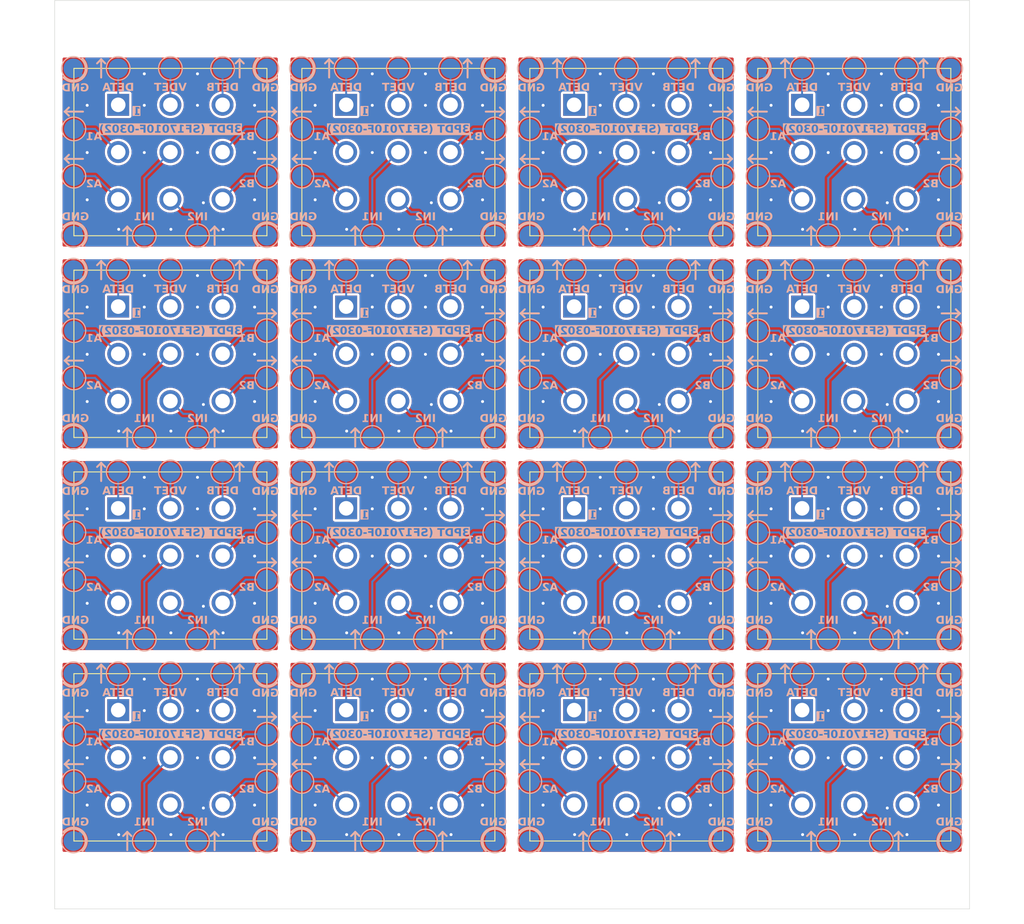
<source format=kicad_pcb>
(kicad_pcb (version 20240108) (generator "pcbnew") (generator_version "8.0")
  (layers (0 "F.Cu" signal) (31 "B.Cu" signal) (34 "B.Paste" user) (35 "F.Paste" user) (36 "B.SilkS" user "B.Silkscreen") (37 "F.SilkS" user "F.Silkscreen") (38 "B.Mask" user) (39 "F.Mask" user) (44 "Edge.Cuts" user))
  (net 0 "")
  (net 1 "/V+")
  (net 2 "/DETECT_A")
  (net 3 "/A_RIGHT")
  (net 4 "/B_RIGHT")
  (net 5 "/B_LEFT")
  (net 6 "/DETECT_B")
  (net 7 "/IN_LEFT")
  (net 8 "/A_LEFT")
  (net 9 "/IN_RIGHT")
  (net 10 "GND")
  (footprint "SF17010F-0302-21R-L-011:SF17010F030221RL011" (layer "F.Cu") (at 105.55 32.05)
    (property "Reference" "S101" (hide yes))
    (property "Value" "SF17010F-0302-21R-L-011" (hide yes))
  )
  (footprint "SF17010F-0302-21R-L-011:SF17010F030221RL011" (layer "F.Cu") (at 82.4 93.55)
    (property "Reference" "S101" (hide yes))
    (property "Value" "SF17010F-0302-21R-L-011" (hide yes))
  )
  (footprint "SF17010F-0302-21R-L-011:SF17010F030221RL011" (layer "F.Cu") (at 59.25 93.55)
    (property "Reference" "S101" (hide yes))
    (property "Value" "SF17010F-0302-21R-L-011" (hide yes))
  )
  (footprint "SF17010F-0302-21R-L-011:SF17010F030221RL011" (layer "F.Cu") (at 36.1 73.05)
    (property "Reference" "S101" (hide yes))
    (property "Value" "SF17010F-0302-21R-L-011" (hide yes))
  )
  (footprint "SF17010F-0302-21R-L-011:SF17010F030221RL011" (layer "F.Cu") (at 82.4 73.05)
    (property "Reference" "S101" (hide yes))
    (property "Value" "SF17010F-0302-21R-L-011" (hide yes))
  )
  (footprint "SF17010F-0302-21R-L-011:SF17010F030221RL011" (layer "F.Cu") (at 36.1 52.55)
    (property "Reference" "S101" (hide yes))
    (property "Value" "SF17010F-0302-21R-L-011" (hide yes))
  )
  (footprint "MountingHole:MountingHole_2.1mm" (layer "F.Cu") (at 120.05 23.95)
    (property "Reference" "REF**" (hide yes))
    (property "Value" "MountingHole_2.1mm")
  )
  (footprint "MountingHole:MountingHole_2.1mm" (layer "F.Cu") (at 32.15 23.95)
    (property "Reference" "REF**" (hide yes))
    (property "Value" "MountingHole_2.1mm")
  )
  (footprint "SF17010F-0302-21R-L-011:SF17010F030221RL011" (layer "F.Cu") (at 105.55 93.55)
    (property "Reference" "S101" (hide yes))
    (property "Value" "SF17010F-0302-21R-L-011" (hide yes))
  )
  (footprint "SF17010F-0302-21R-L-011:SF17010F030221RL011" (layer "F.Cu") (at 59.25 32.05)
    (property "Reference" "S101" (hide yes))
    (property "Value" "SF17010F-0302-21R-L-011" (hide yes))
  )
  (footprint "SF17010F-0302-21R-L-011:SF17010F030221RL011" (layer "F.Cu") (at 59.25 52.55)
    (property "Reference" "S101" (hide yes))
    (property "Value" "SF17010F-0302-21R-L-011" (hide yes))
  )
  (footprint "SF17010F-0302-21R-L-011:SF17010F030221RL011" (layer "F.Cu") (at 82.4 52.55)
    (property "Reference" "S101" (hide yes))
    (property "Value" "SF17010F-0302-21R-L-011" (hide yes))
  )
  (footprint "MountingHole:MountingHole_2.1mm" (layer "F.Cu") (at 32.15 111.25)
    (property "Reference" "REF**" (hide yes))
    (property "Value" "MountingHole_2.1mm")
  )
  (footprint "SF17010F-0302-21R-L-011:SF17010F030221RL011" (layer "F.Cu") (at 105.55 73.05)
    (property "Reference" "S101" (hide yes))
    (property "Value" "SF17010F-0302-21R-L-011" (hide yes))
  )
  (footprint "SF17010F-0302-21R-L-011:SF17010F030221RL011" (layer "F.Cu") (at 36.1 93.55)
    (property "Reference" "S101" (hide yes))
    (property "Value" "SF17010F-0302-21R-L-011" (hide yes))
  )
  (footprint "SF17010F-0302-21R-L-011:SF17010F030221RL011" (layer "F.Cu") (at 82.4 32.05)
    (property "Reference" "S101" (hide yes))
    (property "Value" "SF17010F-0302-21R-L-011" (hide yes))
  )
  (footprint "SF17010F-0302-21R-L-011:SF17010F030221RL011" (layer "F.Cu") (at 59.25 73.05)
    (property "Reference" "S101" (hide yes))
    (property "Value" "SF17010F-0302-21R-L-011" (hide yes))
  )
  (footprint "SF17010F-0302-21R-L-011:SF17010F030221RL011" (layer "F.Cu") (at 36.1 32.05)
    (property "Reference" "S101" (hide yes))
    (property "Value" "SF17010F-0302-21R-L-011" (hide yes))
  )
  (footprint "MountingHole:MountingHole_2.1mm" (layer "F.Cu") (at 120.05 111.25)
    (property "Reference" "REF**" (hide yes))
    (property "Value" "MountingHole_2.1mm")
  )
  (footprint "SF17010F-0302-21R-L-011:SF17010F030221RL011" (layer "F.Cu") (at 105.55 52.55)
    (property "Reference" "S101" (hide yes))
    (property "Value" "SF17010F-0302-21R-L-011" (hide yes))
  )
  (footprint "TestPoint:TestPoint_Pad_D2.0mm" (layer "B.Cu") (at 85.05 106.85 -90)
    (property "Reference" "TP102" (hide yes))
    (property "Value" "TestPoint")
  )
  (footprint "TestPoint:TestPoint_Pad_D2.0mm" (layer "B.Cu") (at 101 106.85 180)
    (property "Reference" "TP112" (hide yes))
    (property "Value" "TestPoint")
  )
  (footprint "TestPoint:TestPoint_Pad_D2.0mm" (layer "B.Cu") (at 113.6 65.85 -90)
    (property "Reference" "TP103" (hide yes))
    (property "Value" "TestPoint")
  )
  (footprint "TestPoint:TestPoint_Pad_D2.0mm" (layer "B.Cu") (at 85.05 65.85 -90)
    (property "Reference" "TP102" (hide yes))
    (property "Value" "TestPoint")
  )
  (footprint "TestPoint:TestPoint_Pad_D2.0mm" (layer "B.Cu") (at 41.4 69.35 180)
    (property "Reference" "TP101" (hide yes))
    (property "Value" "TestPoint")
  )
  (footprint "TestPoint:TestPoint_Pad_D2.0mm" (layer "B.Cu") (at 74.35 86.35 180)
    (property "Reference" "TP113" (hide yes))
    (property "Value" "TestPoint")
  )
  (footprint "TestPoint:TestPoint_Pad_D2.0mm" (layer "B.Cu") (at 101 69.35 180)
    (property "Reference" "TP110" (hide yes))
    (property "Value" "TestPoint")
  )
  (footprint "TestPoint:TestPoint_Pad_D2.0mm" (layer "B.Cu") (at 54.7 65.85 180)
    (property "Reference" "TP112" (hide yes))
    (property "Value" "TestPoint")
  )
  (footprint "TestPoint:TestPoint_Pad_D2.0mm" (layer "B.Cu") (at 93 89.85 180)
    (property "Reference" "TP107" (hide yes))
    (property "Value" "TestPoint")
  )
  (footprint "TestPoint:TestPoint_Pad_D2.0mm" (layer "B.Cu") (at 113.6 106.85 -90)
    (property "Reference" "TP103" (hide yes))
    (property "Value" "TestPoint")
  )
  (footprint "TestPoint:TestPoint_Pad_D2.0mm" (layer "B.Cu") (at 93 69.35 180)
    (property "Reference" "TP107" (hide yes))
    (property "Value" "TestPoint")
  )
  (footprint "TestPoint:TestPoint_Pad_D2.0mm" (layer "B.Cu") (at 120.65 80.3 180)
    (property "Reference" "TP109" (hide yes))
    (property "Value" "TestPoint")
  )
  (footprint "TestPoint:TestPoint_Pad_D2.0mm" (layer "B.Cu") (at 97.5 48.85 180)
    (property "Reference" "TP111" (hide yes))
    (property "Value" "TestPoint")
  )
  (footprint "TestPoint:TestPoint_Pad_D2.0mm" (layer "B.Cu") (at 120.65 86.35 180)
    (property "Reference" "TP113" (hide yes))
    (property "Value" "TestPoint")
  )
  (footprint "TestPoint:TestPoint_Pad_D2.0mm" (layer "B.Cu") (at 101.05 96 180)
    (property "Reference" "TP105" (hide yes))
    (property "Value" "TestPoint")
  )
  (footprint "TestPoint:TestPoint_Pad_D2.0mm" (layer "B.Cu") (at 116.15 28.35 180)
    (property "Reference" "TP107" (hide yes))
    (property "Value" "TestPoint")
  )
  (footprint "TestPoint:TestPoint_Pad_D2.0mm" (layer "B.Cu") (at 59.25 48.85 180)
    (property "Reference" "TP104" (hide yes))
    (property "Value" "TestPoint")
  )
  (footprint "TestPoint:TestPoint_Pad_D2.0mm" (layer "B.Cu") (at 101 28.35 180)
    (property "Reference" "TP110" (hide yes))
    (property "Value" "TestPoint")
  )
  (footprint "TestPoint:TestPoint_Pad_D2.0mm" (layer "B.Cu") (at 59.25 69.35 180)
    (property "Reference" "TP104" (hide yes))
    (property "Value" "TestPoint")
  )
  (footprint "TestPoint:TestPoint_Pad_D2.0mm" (layer "B.Cu") (at 74.35 55 180)
    (property "Reference" "TP108" (hide yes))
    (property "Value" "TestPoint")
  )
  (footprint "TestPoint:TestPoint_Pad_D2.0mm" (layer "B.Cu") (at 77.9 75.5 180)
    (property "Reference" "TP105" (hide yes))
    (property "Value" "TestPoint")
  )
  (footprint "TestPoint:TestPoint_Pad_D2.0mm" (layer "B.Cu") (at 77.9 96 180)
    (property "Reference" "TP105" (hide yes))
    (property "Value" "TestPoint")
  )
  (footprint "TestPoint:TestPoint_Pad_D2.0mm" (layer "B.Cu") (at 38.75 45.35 -90)
    (property "Reference" "TP102" (hide yes))
    (property "Value" "TestPoint")
  )
  (footprint "TestPoint:TestPoint_Pad_D2.0mm" (layer "B.Cu") (at 54.7 106.85 180)
    (property "Reference" "TP112" (hide yes))
    (property "Value" "TestPoint")
  )
  (footprint "TestPoint:TestPoint_Pad_D2.0mm" (layer "B.Cu") (at 61.9 45.35 -90)
    (property "Reference" "TP102" (hide yes))
    (property "Value" "TestPoint")
  )
  (footprint "TestPoint:TestPoint_Pad_D2.0mm" (layer "B.Cu") (at 41.4 89.85 180)
    (property "Reference" "TP101" (hide yes))
    (property "Value" "TestPoint")
  )
  (footprint "TestPoint:TestPoint_Pad_D2.0mm" (layer "B.Cu") (at 31.55 28.35 180)
    (property "Reference" "TP110" (hide yes))
    (property "Value" "TestPoint")
  )
  (footprint "TestPoint:TestPoint_Pad_D2.0mm" (layer "B.Cu") (at 101 65.85 180)
    (property "Reference" "TP112" (hide yes))
    (property "Value" "TestPoint")
  )
  (footprint "TestPoint:TestPoint_Pad_D2.0mm" (layer "B.Cu") (at 97.5 96 180)
    (property "Reference" "TP108" (hide yes))
    (property "Value" "TestPoint")
  )
  (footprint "TestPoint:TestPoint_Pad_D2.0mm" (layer "B.Cu") (at 97.5 55 180)
    (property "Reference" "TP108" (hide yes))
    (property "Value" "TestPoint")
  )
  (footprint "TestPoint:TestPoint_Pad_D2.0mm" (layer "B.Cu") (at 74.35 75.5 180)
    (property "Reference" "TP108" (hide yes))
    (property "Value" "TestPoint")
  )
  (footprint "TestPoint:TestPoint_Pad_D2.0mm" (layer "B.Cu") (at 67.3 45.35 -90)
    (property "Reference" "TP103" (hide yes))
    (property "Value" "TestPoint")
  )
  (footprint "TestPoint:TestPoint_Pad_D2.0mm" (layer "B.Cu") (at 101.05 55 180)
    (property "Reference" "TP105" (hide yes))
    (property "Value" "TestPoint")
  )
  (footprint "TestPoint:TestPoint_Pad_D2.0mm" (layer "B.Cu") (at 54.7 28.35 180)
    (property "Reference" "TP110" (hide yes))
    (property "Value" "TestPoint")
  )
  (footprint "TestPoint:TestPoint_Pad_D2.0mm" (layer "B.Cu") (at 97.5 59.8 180)
    (property "Reference" "TP109" (hide yes))
    (property "Value" "TestPoint")
  )
  (footprint "TestPoint:TestPoint_Pad_D2.0mm" (layer "B.Cu") (at 90.45 86.35 -90)
    (property "Reference" "TP103" (hide yes))
    (property "Value" "TestPoint")
  )
  (footprint "TestPoint:TestPoint_Pad_D2.0mm" (layer "B.Cu") (at 64.55 89.85 180)
    (property "Reference" "TP101" (hide yes))
    (property "Value" "TestPoint")
  )
  (footprint "TestPoint:TestPoint_Pad_D2.0mm" (layer "B.Cu") (at 51.2 45.35 180)
    (property "Reference" "TP113" (hide yes))
    (property "Value" "TestPoint")
  )
  (footprint "TestPoint:TestPoint_Pad_D2.0mm" (layer "B.Cu") (at 38.75 86.35 -90)
    (property "Reference" "TP102" (hide yes))
    (property "Value" "TestPoint")
  )
  (footprint "TestPoint:TestPoint_Pad_D2.0mm" (layer "B.Cu") (at 31.6 59.8 180)
    (property "Reference" "TP106" (hide yes))
    (property "Value" "TestPoint")
  )
  (footprint "TestPoint:TestPoint_Pad_D2.0mm" (layer "B.Cu") (at 120.65 96 180)
    (property "Reference" "TP108" (hide yes))
    (property "Value" "TestPoint")
  )
  (footprint "TestPoint:TestPoint_Pad_D2.0mm" (layer "B.Cu") (at 97.5 75.5 180)
    (property "Reference" "TP108" (hide yes))
    (property "Value" "TestPoint")
  )
  (footprint "TestPoint:TestPoint_Pad_D2.0mm" (layer "B.Cu") (at 74.35 48.85 180)
    (property "Reference" "TP111" (hide yes))
    (property "Value" "TestPoint")
  )
  (footprint "TestPoint:TestPoint_Pad_D2.0mm" (layer "B.Cu") (at 54.7 45.35 180)
    (property "Reference" "TP112" (hide yes))
    (property "Value" "TestPoint")
  )
  (footprint "TestPoint:TestPoint_Pad_D2.0mm" (layer "B.Cu") (at 120.65 55 180)
    (property "Reference" "TP108" (hide yes))
    (property "Value" "TestPoint")
  )
  (footprint "TestPoint:TestPoint_Pad_D2.0mm" (layer "B.Cu") (at 82.4 89.85 180)
    (property "Reference" "TP104" (hide yes))
    (property "Value" "TestPoint")
  )
  (footprint "TestPoint:TestPoint_Pad_D2.0mm" (layer "B.Cu") (at 77.85 65.85 180)
    (property "Reference" "TP112" (hide yes))
    (property "Value" "TestPoint")
  )
  (footprint "TestPoint:TestPoint_Pad_D2.0mm" (layer "B.Cu") (at 120.65 65.85 180)
    (property "Reference" "TP113" (hide yes))
    (property "Value" "TestPoint")
  )
  (footprint "TestPoint:TestPoint_Pad_D2.0mm" (layer "B.Cu") (at 77.85 69.35 180)
    (property "Reference" "TP110" (hide yes))
    (property "Value" "TestPoint")
  )
  (footprint "TestPoint:TestPoint_Pad_D2.0mm" (layer "B.Cu") (at 31.6 96 180)
    (property "Reference" "TP105" (hide yes))
    (property "Value" "TestPoint")
  )
  (footprint "TestPoint:TestPoint_Pad_D2.0mm" (layer "B.Cu") (at 77.85 86.35 180)
    (property "Reference" "TP112" (hide yes))
    (property "Value" "TestPoint")
  )
  (footprint "TestPoint:TestPoint_Pad_D2.0mm" (layer "B.Cu") (at 74.35 96 180)
    (property "Reference" "TP108" (hide yes))
    (property "Value" "TestPoint")
  )
  (footprint "TestPoint:TestPoint_Pad_D2.0mm" (layer "B.Cu") (at 44.15 86.35 -90)
    (property "Reference" "TP103" (hide yes))
    (property "Value" "TestPoint")
  )
  (footprint "TestPoint:TestPoint_Pad_D2.0mm" (layer "B.Cu") (at 108.2 86.35 -90)
    (property "Reference" "TP102" (hide yes))
    (property "Value" "TestPoint")
  )
  (footprint "TestPoint:TestPoint_Pad_D2.0mm" (layer "B.Cu") (at 74.35 45.35 180)
    (property "Reference" "TP113" (hide yes))
    (property "Value" "TestPoint")
  )
  (footprint "TestPoint:TestPoint_Pad_D2.0mm" (layer "B.Cu") (at 51.2 28.35 180)
    (property "Reference" "TP111" (hide yes))
    (property "Value" "TestPoint")
  )
  (footprint "TestPoint:TestPoint_Pad_D2.0mm" (layer "B.Cu") (at 108.2 65.85 -90)
    (property "Reference" "TP102" (hide yes))
    (property "Value" "TestPoint")
  )
  (footprint "TestPoint:TestPoint_Pad_D2.0mm" (layer "B.Cu") (at 120.65 59.8 180)
    (property "Reference" "TP109" (hide yes))
    (property "Value" "TestPoint")
  )
  (footprint "TestPoint:TestPoint_Pad_D2.0mm" (layer "B.Cu") (at 97.5 69.35 180)
    (property "Reference" "TP111" (hide yes))
    (property "Value" "TestPoint")
  )
  (footprint "TestPoint:TestPoint_Pad_D2.0mm" (layer "B.Cu") (at 90.45 45.35 -90)
    (property "Reference" "TP103" (hide yes))
    (property "Value" "TestPoint")
  )
  (footprint "TestPoint:TestPoint_Pad_D2.0mm" (layer "B.Cu") (at 36.1 48.85 180)
    (property "Reference" "TP104" (hide yes))
    (property "Value" "TestPoint")
  )
  (footprint "TestPoint:TestPoint_Pad_D2.0mm" (layer "B.Cu") (at 74.35 28.35 180)
    (property "Reference" "TP111" (hide yes))
    (property "Value" "TestPoint")
  )
  (footprint "TestPoint:TestPoint_Pad_D2.0mm" (layer "B.Cu") (at 97.5 65.85 180)
    (property "Reference" "TP113" (hide yes))
    (property "Value" "TestPoint")
  )
  (footprint "TestPoint:TestPoint_Pad_D2.0mm" (layer "B.Cu") (at 74.35 69.35 180)
    (property "Reference" "TP111" (hide yes))
    (property "Value" "TestPoint")
  )
  (footprint "TestPoint:TestPoint_Pad_D2.0mm" (layer "B.Cu") (at 97.5 80.3 180)
    (property "Reference" "TP109" (hide yes))
    (property "Value" "TestPoint")
  )
  (footprint "TestPoint:TestPoint_Pad_D2.0mm" (layer "B.Cu") (at 93 28.35 180)
    (property "Reference" "TP107" (hide yes))
    (property "Value" "TestPoint")
  )
  (footprint "TestPoint:TestPoint_Pad_D2.0mm" (layer "B.Cu") (at 31.6 100.8 180)
    (property "Reference" "TP106" (hide yes))
    (property "Value" "TestPoint")
  )
  (footprint "TestPoint:TestPoint_Pad_D2.0mm" (layer "B.Cu") (at 85.05 86.35 -90)
    (property "Reference" "TP102" (hide yes))
    (property "Value" "TestPoint")
  )
  (footprint "TestPoint:TestPoint_Pad_D2.0mm" (layer "B.Cu") (at 54.75 80.3 180)
    (property "Reference" "TP106" (hide yes))
    (property "Value" "TestPoint")
  )
  (footprint "TestPoint:TestPoint_Pad_D2.0mm" (layer "B.Cu") (at 61.9 65.85 -90)
    (property "Reference" "TP102" (hide yes))
    (property "Value" "TestPoint")
  )
  (footprint "TestPoint:TestPoint_Pad_D2.0mm" (layer "B.Cu") (at 105.55 48.85 180)
    (property "Reference" "TP104" (hide yes))
    (property "Value" "TestPoint")
  )
  (footprint "TestPoint:TestPoint_Pad_D2.0mm" (layer "B.Cu") (at 31.55 69.35 180)
    (property "Reference" "TP110" (hide yes))
    (property "Value" "TestPoint")
  )
  (footprint "TestPoint:TestPoint_Pad_D2.0mm" (layer "B.Cu") (at 46.7 48.85 180)
    (property "Reference" "TP107" (hide yes))
    (property "Value" "TestPoint")
  )
  (footprint "TestPoint:TestPoint_Pad_D2.0mm" (layer "B.Cu") (at 51.2 96 180)
    (property "Reference" "TP108" (hide yes))
    (property "Value" "TestPoint")
  )
  (footprint "TestPoint:TestPoint_Pad_D2.0mm" (layer "B.Cu") (at 101.05 39.3 180)
    (property "Reference" "TP106" (hide yes))
    (property "Value" "TestPoint")
  )
  (footprint "TestPoint:TestPoint_Pad_D2.0mm" (layer "B.Cu") (at 74.35 65.85 180)
    (property "Reference" "TP113" (hide yes))
    (property "Value" "TestPoint")
  )
  (footprint "TestPoint:TestPoint_Pad_D2.0mm" (layer "B.Cu") (at 101 45.35 180)
    (property "Reference" "TP112" (hide yes))
    (property "Value" "TestPoint")
  )
  (footprint "TestPoint:TestPoint_Pad_D2.0mm" (layer "B.Cu") (at 120.65 45.35 180)
    (property "Reference" "TP113" (hide yes))
    (property "Value" "TestPoint")
  )
  (footprint "TestPoint:TestPoint_Pad_D2.0mm" (layer "B.Cu") (at 87.7 28.35 180)
    (property "Reference" "TP101" (hide yes))
    (property "Value" "TestPoint")
  )
  (footprint "TestPoint:TestPoint_Pad_D2.0mm" (layer "B.Cu") (at 69.85 69.35 180)
    (property "Reference" "TP107" (hide yes))
    (property "Value" "TestPoint")
  )
  (footprint "TestPoint:TestPoint_Pad_D2.0mm" (layer "B.Cu") (at 54.75 96 180)
    (property "Reference" "TP105" (hide yes))
    (property "Value" "TestPoint")
  )
  (footprint "TestPoint:TestPoint_Pad_D2.0mm" (layer "B.Cu") (at 54.7 48.85 180)
    (property "Reference" "TP110" (hide yes))
    (property "Value" "TestPoint")
  )
  (footprint "TestPoint:TestPoint_Pad_D2.0mm" (layer "B.Cu") (at 51.2 55 180)
    (property "Reference" "TP108" (hide yes))
    (property "Value" "TestPoint")
  )
  (footprint "TestPoint:TestPoint_Pad_D2.0mm" (layer "B.Cu") (at 51.2 34.5 180)
    (property "Reference" "TP108" (hide yes))
    (property "Value" "TestPoint")
  )
  (footprint "TestPoint:TestPoint_Pad_D2.0mm" (layer "B.Cu") (at 110.85 89.85 180)
    (property "Reference" "TP101" (hide yes))
    (property "Value" "TestPoint")
  )
  (footprint "TestPoint:TestPoint_Pad_D2.0mm" (layer "B.Cu") (at 67.3 106.85 -90)
    (property "Reference" "TP103" (hide yes))
    (property "Value" "TestPoint")
  )
  (footprint "TestPoint:TestPoint_Pad_D2.0mm" (layer "B.Cu") (at 113.6 45.35 -90)
    (property "Reference" "TP103" (hide yes))
    (property "Value" "TestPoint")
  )
  (footprint "TestPoint:TestPoint_Pad_D2.0mm" (layer "B.Cu") (at 36.1 69.35 180)
    (property "Reference" "TP104" (hide yes))
    (property "Value" "TestPoint")
  )
  (footprint "TestPoint:TestPoint_Pad_D2.0mm" (layer "B.Cu") (at 54.7 89.85 180)
    (property "Reference" "TP110" (hide yes))
    (property "Value" "TestPoint")
  )
  (footprint "TestPoint:TestPoint_Pad_D2.0mm" (layer "B.Cu") (at 101 86.35 180)
    (property "Reference" "TP112" (hide yes))
    (property "Value" "TestPoint")
  )
  (footprint "TestPoint:TestPoint_Pad_D2.0mm" (layer "B.Cu") (at 61.9 106.85 -90)
    (property "Reference" "TP102" (hide yes))
    (property "Value" "TestPoint")
  )
  (footprint "TestPoint:TestPoint_Pad_D2.0mm" (layer "B.Cu") (at 77.9 80.3 180)
    (property "Reference" "TP106" (hide yes))
    (property "Value" "TestPoint")
  )
  (footprint "TestPoint:TestPoint_Pad_D2.0mm" (layer "B.Cu") (at 51.2 48.85 180)
    (property "Reference" "TP111" (hide yes))
    (property "Value" "TestPoint")
  )
  (footprint "TestPoint:TestPoint_Pad_D2.0mm" (layer "B.Cu") (at 64.55 69.35 180)
    (property "Reference" "TP101" (hide yes))
    (property "Value" "TestPoint")
  )
  (footprint "TestPoint:TestPoint_Pad_D2.0mm" (layer "B.Cu") (at 31.55 48.85 180)
    (property "Reference" "TP110" (hide yes))
    (property "Value" "TestPoint")
  )
  (footprint "TestPoint:TestPoint_Pad_D2.0mm" (layer "B.Cu") (at 46.7 69.35 180)
    (property "Reference" "TP107" (hide yes))
    (property "Value" "TestPoint")
  )
  (footprint "TestPoint:TestPoint_Pad_D2.0mm" (layer "B.Cu") (at 74.35 59.8 180)
    (property "Reference" "TP109" (hide yes))
    (property "Value" "TestPoint")
  )
  (footprint "TestPoint:TestPoint_Pad_D2.0mm" (layer "B.Cu") (at 108.2 45.35 -90)
    (property "Reference" "TP102" (hide yes))
    (property "Value" "TestPoint")
  )
  (footprint "TestPoint:TestPoint_Pad_D2.0mm" (layer "B.Cu") (at 97.5 89.85 180)
    (property "Reference" "TP111" (hide yes))
    (property "Value" "TestPoint")
  )
  (footprint "TestPoint:TestPoint_Pad_D2.0mm" (layer "B.Cu") (at 116.15 69.35 180)
    (property "Reference" "TP107" (hide yes))
    (property "Value" "TestPoint")
  )
  (footprint "TestPoint:TestPoint_Pad_D2.0mm" (layer "B.Cu") (at 59.25 28.35 180)
    (property "Reference" "TP104" (hide yes))
    (property "Value" "TestPoint")
  )
  (footprint "TestPoint:TestPoint_Pad_D2.0mm" (layer "B.Cu") (at 85.05 45.35 -90)
    (property "Reference" "TP102" (hide yes))
    (property "Value" "TestPoint")
  )
  (footprint "TestPoint:TestPoint_Pad_D2.0mm" (layer "B.Cu") (at 31.55 65.85 180)
    (property "Reference" "TP112" (hide yes))
    (property "Value" "TestPoint")
  )
  (footprint "TestPoint:TestPoint_Pad_D2.0mm" (layer "B.Cu") (at 51.2 69.35 180)
    (property "Reference" "TP111" (hide yes))
    (property "Value" "TestPoint")
  )
  (footprint "TestPoint:TestPoint_Pad_D2.0mm" (layer "B.Cu") (at 64.55 28.35 180)
    (property "Reference" "TP101" (hide yes))
    (property "Value" "TestPoint")
  )
  (footprint "TestPoint:TestPoint_Pad_D2.0mm" (layer "B.Cu") (at 46.7 89.85 180)
    (property "Reference" "TP107" (hide yes))
    (property "Value" "TestPoint")
  )
  (footprint "TestPoint:TestPoint_Pad_D2.0mm" (layer "B.Cu") (at 87.7 48.85 180)
    (property "Reference" "TP101" (hide yes))
    (property "Value" "TestPoint")
  )
  (footprint "TestPoint:TestPoint_Pad_D2.0mm" (layer "B.Cu") (at 116.15 48.85 180)
    (property "Reference" "TP107" (hide yes))
    (property "Value" "TestPoint")
  )
  (footprint "TestPoint:TestPoint_Pad_D2.0mm" (layer "B.Cu") (at 110.85 69.35 180)
    (property "Reference" "TP101" (hide yes))
    (property "Value" "TestPoint")
  )
  (footprint "TestPoint:TestPoint_Pad_D2.0mm" (layer "B.Cu") (at 44.15 106.85 -90)
    (property "Reference" "TP103" (hide yes))
    (property "Value" "TestPoint")
  )
  (footprint "TestPoint:TestPoint_Pad_D2.0mm" (layer "B.Cu") (at 74.35 39.3 180)
    (property "Reference" "TP109" (hide yes))
    (property "Value" "TestPoint")
  )
  (footprint "TestPoint:TestPoint_Pad_D2.0mm" (layer "B.Cu") (at 110.85 48.85 180)
    (property "Reference" "TP101" (hide yes))
    (property "Value" "TestPoint")
  )
  (footprint "TestPoint:TestPoint_Pad_D2.0mm" (layer "B.Cu") (at 74.35 80.3 180)
    (property "Reference" "TP109" (hide yes))
    (property "Value" "TestPoint")
  )
  (footprint "TestPoint:TestPoint_Pad_D2.0mm" (layer "B.Cu") (at 120.65 39.3 180)
    (property "Reference" "TP109" (hide yes))
    (property "Value" "TestPoint")
  )
  (footprint "TestPoint:TestPoint_Pad_D2.0mm" (layer "B.Cu") (at 77.85 28.35 180)
    (property "Reference" "TP110" (hide yes))
    (property "Value" "TestPoint")
  )
  (footprint "TestPoint:TestPoint_Pad_D2.0mm" (layer "B.Cu") (at 101.05 59.8 180)
    (property "Reference" "TP106" (hide yes))
    (property "Value" "TestPoint")
  )
  (footprint "TestPoint:TestPoint_Pad_D2.0mm" (layer "B.Cu") (at 54.7 86.35 180)
    (property "Reference" "TP112" (hide yes))
    (property "Value" "TestPoint")
  )
  (footprint "TestPoint:TestPoint_Pad_D2.0mm" (layer "B.Cu") (at 69.85 89.85 180)
    (property "Reference" "TP107" (hide yes))
    (property "Value" "TestPoint")
  )
  (footprint "TestPoint:TestPoint_Pad_D2.0mm" (layer "B.Cu") (at 120.65 75.5 180)
    (property "Reference" "TP108" (hide yes))
    (property "Value" "TestPoint")
  )
  (footprint "TestPoint:TestPoint_Pad_D2.0mm" (layer "B.Cu") (at 101.05 100.8 180)
    (property "Reference" "TP106" (hide yes))
    (property "Value" "TestPoint")
  )
  (footprint "TestPoint:TestPoint_Pad_D2.0mm" (layer "B.Cu") (at 77.9 39.3 180)
    (property "Reference" "TP106" (hide yes))
    (property "Value" "TestPoint")
  )
  (footprint "TestPoint:TestPoint_Pad_D2.0mm" (layer "B.Cu") (at 120.65 34.5 180)
    (property "Reference" "TP108" (hide yes))
    (property "Value" "TestPoint")
  )
  (footprint "TestPoint:TestPoint_Pad_D2.0mm" (layer "B.Cu") (at 120.65 28.35 180)
    (property "Reference" "TP111" (hide yes))
    (property "Value" "TestPoint")
  )
  (footprint "TestPoint:TestPoint_Pad_D2.0mm" (layer "B.Cu") (at 120.65 100.8 180)
    (property "Reference" "TP109" (hide yes))
    (property "Value" "TestPoint")
  )
  (footprint "TestPoint:TestPoint_Pad_D2.0mm" (layer "B.Cu") (at 54.75 34.5 180)
    (property "Reference" "TP105" (hide yes))
    (property "Value" "TestPoint")
  )
  (footprint "TestPoint:TestPoint_Pad_D2.0mm" (layer "B.Cu") (at 51.2 86.35 180)
    (property "Reference" "TP113" (hide yes))
    (property "Value" "TestPoint")
  )
  (footprint "TestPoint:TestPoint_Pad_D2.0mm" (layer "B.Cu") (at 51.2 106.85 180)
    (property "Reference" "TP113" (hide yes))
    (property "Value" "TestPoint")
  )
  (footprint "TestPoint:TestPoint_Pad_D2.0mm" (layer "B.Cu") (at 77.85 45.35 180)
    (property "Reference" "TP112" (hide yes))
    (property "Value" "TestPoint")
  )
  (footprint "TestPoint:TestPoint_Pad_D2.0mm" (layer "B.Cu") (at 41.4 28.35 180)
    (property "Reference" "TP101" (hide yes))
    (property "Value" "TestPoint")
  )
  (footprint "TestPoint:TestPoint_Pad_D2.0mm" (layer "B.Cu") (at 59.25 89.85 180)
    (property "Reference" "TP104" (hide yes))
    (property "Value" "TestPoint")
  )
  (footprint "TestPoint:TestPoint_Pad_D2.0mm" (layer "B.Cu") (at 67.3 86.35 -90)
    (property "Reference" "TP103" (hide yes))
    (property "Value" "TestPoint")
  )
  (footprint "TestPoint:TestPoint_Pad_D2.0mm" (layer "B.Cu") (at 74.35 106.85 180)
    (property "Reference" "TP113" (hide yes))
    (property "Value" "TestPoint")
  )
  (footprint "TestPoint:TestPoint_Pad_D2.0mm" (layer "B.Cu") (at 87.7 89.85 180)
    (property "Reference" "TP101" (hide yes))
    (property "Value" "TestPoint")
  )
  (footprint "TestPoint:TestPoint_Pad_D2.0mm" (layer "B.Cu") (at 44.15 45.35 -90)
    (property "Reference" "TP103" (hide yes))
    (property "Value" "TestPoint")
  )
  (footprint "TestPoint:TestPoint_Pad_D2.0mm" (layer "B.Cu") (at 54.75 39.3 180)
    (property "Reference" "TP106" (hide yes))
    (property "Value" "TestPoint")
  )
  (footprint "TestPoint:TestPoint_Pad_D2.0mm" (layer "B.Cu") (at 31.6 34.5 180)
    (property "Reference" "TP105" (hide yes))
    (property "Value" "TestPoint")
  )
  (footprint "TestPoint:TestPoint_Pad_D2.0mm" (layer "B.Cu") (at 51.2 39.3 180)
    (property "Reference" "TP109" (hide yes))
    (property "Value" "TestPoint")
  )
  (footprint "TestPoint:TestPoint_Pad_D2.0mm" (layer "B.Cu") (at 46.7 28.35 180)
    (property "Reference" "TP107" (hide yes))
    (property "Value" "TestPoint")
  )
  (footprint "TestPoint:TestPoint_Pad_D2.0mm" (layer "B.Cu") (at 31.55 106.85 180)
    (property "Reference" "TP112" (hide yes))
    (property "Value" "TestPoint")
  )
  (footprint "TestPoint:TestPoint_Pad_D2.0mm" (layer "B.Cu") (at 97.5 34.5 180)
    (property "Reference" "TP108" (hide yes))
    (property "Value" "TestPoint")
  )
  (footprint "TestPoint:TestPoint_Pad_D2.0mm" (layer "B.Cu") (at 77.9 34.5 180)
    (property "Reference" "TP105" (hide yes))
    (property "Value" "TestPoint")
  )
  (footprint "TestPoint:TestPoint_Pad_D2.0mm" (layer "B.Cu") (at 77.85 48.85 180)
    (property "Reference" "TP110" (hide yes))
    (property "Value" "TestPoint")
  )
  (footprint "TestPoint:TestPoint_Pad_D2.0mm" (layer "B.Cu") (at 101 48.85 180)
    (property "Reference" "TP110" (hide yes))
    (property "Value" "TestPoint")
  )
  (footprint "TestPoint:TestPoint_Pad_D2.0mm" (layer "B.Cu") (at 31.55 86.35 180)
    (property "Reference" "TP112" (hide yes))
    (property "Value" "TestPoint")
  )
  (footprint "TestPoint:TestPoint_Pad_D2.0mm" (layer "B.Cu") (at 51.2 59.8 180)
    (property "Reference" "TP109" (hide yes))
    (property "Value" "TestPoint")
  )
  (footprint "TestPoint:TestPoint_Pad_D2.0mm" (layer "B.Cu") (at 36.1 28.35 180)
    (property "Reference" "TP104" (hide yes))
    (property "Value" "TestPoint")
  )
  (footprint "TestPoint:TestPoint_Pad_D2.0mm" (layer "B.Cu") (at 90.45 106.85 -90)
    (property "Reference" "TP103" (hide yes))
    (property "Value" "TestPoint")
  )
  (footprint "TestPoint:TestPoint_Pad_D2.0mm" (layer "B.Cu") (at 93 48.85 180)
    (property "Reference" "TP107" (hide yes))
    (property "Value" "TestPoint")
  )
  (footprint "TestPoint:TestPoint_Pad_D2.0mm" (layer "B.Cu") (at 44.15 65.85 -90)
    (property "Reference" "TP103" (hide yes))
    (property "Value" "TestPoint")
  )
  (footprint "TestPoint:TestPoint_Pad_D2.0mm" (layer "B.Cu") (at 110.85 28.35 180)
    (property "Reference" "TP101" (hide yes))
    (property "Value" "TestPoint")
  )
  (footprint "TestPoint:TestPoint_Pad_D2.0mm" (layer "B.Cu") (at 97.5 100.8 180)
    (property "Reference" "TP109" (hide yes))
    (property "Value" "TestPoint")
  )
  (footprint "TestPoint:TestPoint_Pad_D2.0mm" (layer "B.Cu") (at 101.05 34.5 180)
    (property "Reference" "TP105" (hide yes))
    (property "Value" "TestPoint")
  )
  (footprint "TestPoint:TestPoint_Pad_D2.0mm" (layer "B.Cu") (at 69.85 28.35 180)
    (property "Reference" "TP107" (hide yes))
    (property "Value" "TestPoint")
  )
  (footprint "TestPoint:TestPoint_Pad_D2.0mm" (layer "B.Cu") (at 54.7 69.35 180)
    (property "Reference" "TP110" (hide yes))
    (property "Value" "TestPoint")
  )
  (footprint "TestPoint:TestPoint_Pad_D2.0mm" (layer "B.Cu") (at 82.4 48.85 180)
    (property "Reference" "TP104" (hide yes))
    (property "Value" "TestPoint")
  )
  (footprint "TestPoint:TestPoint_Pad_D2.0mm" (layer "B.Cu") (at 51.2 89.85 180)
    (property "Reference" "TP111" (hide yes))
    (property "Value" "TestPoint")
  )
  (footprint "TestPoint:TestPoint_Pad_D2.0mm" (layer "B.Cu") (at 101 89.85 180)
    (property "Reference" "TP110" (hide yes))
    (property "Value" "TestPoint")
  )
  (footprint "TestPoint:TestPoint_Pad_D2.0mm" (layer "B.Cu") (at 101.05 80.3 180)
    (property "Reference" "TP106" (hide yes))
    (property "Value" "TestPoint")
  )
  (footprint "TestPoint:TestPoint_Pad_D2.0mm" (layer "B.Cu") (at 101.05 75.5 180)
    (property "Reference" "TP105" (hide yes))
    (property "Value" "TestPoint")
  )
  (footprint "TestPoint:TestPoint_Pad_D2.0mm" (layer "B.Cu") (at 64.55 48.85 180)
    (property "Reference" "TP101" (hide yes))
    (property "Value" "TestPoint")
  )
  (footprint "TestPoint:TestPoint_Pad_D2.0mm" (layer "B.Cu") (at 82.4 28.35 180)
    (property "Reference" "TP104" (hide yes))
    (property "Value" "TestPoint")
  )
  (footprint "TestPoint:TestPoint_Pad_D2.0mm" (layer "B.Cu") (at 105.55 28.35 180)
    (property "Reference" "TP104" (hide yes))
    (property "Value" "TestPoint")
  )
  (footprint "TestPoint:TestPoint_Pad_D2.0mm" (layer "B.Cu") (at 120.65 89.85 180)
    (property "Reference" "TP111" (hide yes))
    (property "Value" "TestPoint")
  )
  (footprint "TestPoint:TestPoint_Pad_D2.0mm" (layer "B.Cu") (at 51.2 65.85 180)
    (property "Reference" "TP113" (hide yes))
    (property "Value" "TestPoint")
  )
  (footprint "TestPoint:TestPoint_Pad_D2.0mm" (layer "B.Cu") (at 105.55 89.85 180)
    (property "Reference" "TP104" (hide yes))
    (property "Value" "TestPoint")
  )
  (footprint "TestPoint:TestPoint_Pad_D2.0mm" (layer "B.Cu") (at 36.1 89.85 180)
    (property "Reference" "TP104" (hide yes))
    (property "Value" "TestPoint")
  )
  (footprint "TestPoint:TestPoint_Pad_D2.0mm" (layer "B.Cu") (at 116.15 89.85 180)
    (property "Reference" "TP107" (hide yes))
    (property "Value" "TestPoint")
  )
  (footprint "TestPoint:TestPoint_Pad_D2.0mm" (layer "B.Cu") (at 120.65 69.35 180)
    (property "Reference" "TP111" (hide yes))
    (property "Value" "TestPoint")
  )
  (footprint "TestPoint:TestPoint_Pad_D2.0mm" (layer "B.Cu") (at 120.65 48.85 180)
    (property "Reference" "TP111" (hide yes))
    (property "Value" "TestPoint")
  )
  (footprint "TestPoint:TestPoint_Pad_D2.0mm" (layer "B.Cu") (at 90.45 65.85 -90)
    (property "Reference" "TP103" (hide yes))
    (property "Value" "TestPoint")
  )
  (footprint "TestPoint:TestPoint_Pad_D2.0mm" (layer "B.Cu") (at 108.2 106.85 -90)
    (property "Reference" "TP102" (hide yes))
    (property "Value" "TestPoint")
  )
  (footprint "TestPoint:TestPoint_Pad_D2.0mm" (layer "B.Cu") (at 97.5 106.85 180)
    (property "Reference" "TP113" (hide yes))
    (property "Value" "TestPoint")
  )
  (footprint "TestPoint:TestPoint_Pad_D2.0mm" (layer "B.Cu") (at 61.9 86.35 -90)
    (property "Reference" "TP102" (hide yes))
    (property "Value" "TestPoint")
  )
  (footprint "TestPoint:TestPoint_Pad_D2.0mm" (layer "B.Cu") (at 82.4 69.35 180)
    (property "Reference" "TP104" (hide yes))
    (property "Value" "TestPoint")
  )
  (footprint "TestPoint:TestPoint_Pad_D2.0mm" (layer "B.Cu") (at 51.2 75.5 180)
    (property "Reference" "TP108" (hide yes))
    (property "Value" "TestPoint")
  )
  (footprint "TestPoint:TestPoint_Pad_D2.0mm" (layer "B.Cu") (at 77.85 106.85 180)
    (property "Reference" "TP112" (hide yes))
    (property "Value" "TestPoint")
  )
  (footprint "TestPoint:TestPoint_Pad_D2.0mm" (layer "B.Cu") (at 51.2 80.3 180)
    (property "Reference" "TP109" (hide yes))
    (property "Value" "TestPoint")
  )
  (footprint "TestPoint:TestPoint_Pad_D2.0mm" (layer "B.Cu") (at 74.35 100.8 180)
    (property "Reference" "TP109" (hide yes))
    (property "Value" "TestPoint")
  )
  (footprint "TestPoint:TestPoint_Pad_D2.0mm" (layer "B.Cu") (at 97.5 45.35 180)
    (property "Reference" "TP113" (hide yes))
    (property "Value" "TestPoint")
  )
  (footprint "TestPoint:TestPoint_Pad_D2.0mm" (layer "B.Cu") (at 77.9 55 180)
    (property "Reference" "TP105" (hide yes))
    (property "Value" "TestPoint")
  )
  (footprint "TestPoint:TestPoint_Pad_D2.0mm" (layer "B.Cu") (at 31.6 80.3 180)
    (property "Reference" "TP106" (hide yes))
    (property "Value" "TestPoint")
  )
  (footprint "TestPoint:TestPoint_Pad_D2.0mm" (layer "B.Cu") (at 38.75 65.85 -90)
    (property "Reference" "TP102" (hide yes))
    (property "Value" "TestPoint")
  )
  (footprint "TestPoint:TestPoint_Pad_D2.0mm" (layer "B.Cu") (at 31.55 89.85 180)
    (property "Reference" "TP110" (hide yes))
    (property "Value" "TestPoint")
  )
  (footprint "TestPoint:TestPoint_Pad_D2.0mm" (layer "B.Cu") (at 74.35 34.5 180)
    (property "Reference" "TP108" (hide yes))
    (property "Value" "TestPoint")
  )
  (footprint "TestPoint:TestPoint_Pad_D2.0mm" (layer "B.Cu") (at 38.75 106.85 -90)
    (property "Reference" "TP102" (hide yes))
    (property "Value" "TestPoint")
  )
  (footprint "TestPoint:TestPoint_Pad_D2.0mm" (layer "B.Cu") (at 31.6 55 180)
    (property "Reference" "TP105" (hide yes))
    (property "Value" "TestPoint")
  )
  (footprint "TestPoint:TestPoint_Pad_D2.0mm" (layer "B.Cu") (at 41.4 48.85 180)
    (property "Reference" "TP101" (hide yes))
    (property "Value" "TestPoint")
  )
  (footprint "TestPoint:TestPoint_Pad_D2.0mm" (layer "B.Cu") (at 54.75 55 180)
    (property "Reference" "TP105" (hide yes))
    (property "Value" "TestPoint")
  )
  (footprint "TestPoint:TestPoint_Pad_D2.0mm" (layer "B.Cu") (at 54.75 75.5 180)
    (property "Reference" "TP105" (hide yes))
    (property "Value" "TestPoint")
  )
  (footprint "TestPoint:TestPoint_Pad_D2.0mm" (layer "B.Cu") (at 77.9 100.8 180)
    (property "Reference" "TP106" (hide yes))
    (property "Value" "TestPoint")
  )
  (footprint "TestPoint:TestPoint_Pad_D2.0mm" (layer "B.Cu") (at 31.55 45.35 180)
    (property "Reference" "TP112" (hide yes))
    (property "Value" "TestPoint")
  )
  (footprint "TestPoint:TestPoint_Pad_D2.0mm" (layer "B.Cu") (at 67.3 65.85 -90)
    (property "Reference" "TP103" (hide yes))
    (property "Value" "TestPoint")
  )
  (footprint "TestPoint:TestPoint_Pad_D2.0mm" (layer "B.Cu") (at 77.9 59.8 180)
    (property "Reference" "TP106" (hide yes))
    (property "Value" "TestPoint")
  )
  (footprint "TestPoint:TestPoint_Pad_D2.0mm" (layer "B.Cu") (at 97.5 28.35 180)
    (property "Reference" "TP111" (hide yes))
    (property "Value" "TestPoint")
  )
  (footprint "TestPoint:TestPoint_Pad_D2.0mm" (layer "B.Cu") (at 113.6 86.35 -90)
    (property "Reference" "TP103" (hide yes))
    (property "Value" "TestPoint")
  )
  (footprint "TestPoint:TestPoint_Pad_D2.0mm" (layer "B.Cu") (at 74.35 89.85 180)
    (property "Reference" "TP111" (hide yes))
    (property "Value" "TestPoint")
  )
  (footprint "TestPoint:TestPoint_Pad_D2.0mm" (layer "B.Cu") (at 77.85 89.85 180)
    (property "Reference" "TP110" (hide yes))
    (property "Value" "TestPoint")
  )
  (footprint "TestPoint:TestPoint_Pad_D2.0mm" (layer "B.Cu") (at 54.75 100.8 180)
    (property "Reference" "TP106" (hide yes))
    (property "Value" "TestPoint")
  )
  (footprint "TestPoint:TestPoint_Pad_D2.0mm" (layer "B.Cu") (at 120.65 106.85 180)
    (property "Reference" "TP113" (hide yes))
    (property "Value" "TestPoint")
  )
  (footprint "TestPoint:TestPoint_Pad_D2.0mm" (layer "B.Cu") (at 69.85 48.85 180)
    (property "Reference" "TP107" (hide yes))
    (property "Value" "TestPoint")
  )
  (footprint "TestPoint:TestPoint_Pad_D2.0mm" (layer "B.Cu") (at 31.6 39.3 180)
    (property "Reference" "TP106" (hide yes))
    (property "Value" "TestPoint")
  )
  (footprint "TestPoint:TestPoint_Pad_D2.0mm" (layer "B.Cu") (at 105.55 69.35 180)
    (property "Reference" "TP104" (hide yes))
    (property "Value" "TestPoint")
  )
  (footprint "TestPoint:TestPoint_Pad_D2.0mm" (layer "B.Cu") (at 54.75 59.8 180)
    (property "Reference" "TP106" (hide yes))
    (property "Value" "TestPoint")
  )
  (footprint "TestPoint:TestPoint_Pad_D2.0mm" (layer "B.Cu") (at 31.6 75.5 180)
    (property "Reference" "TP105" (hide yes))
    (property "Value" "TestPoint")
  )
  (footprint "TestPoint:TestPoint_Pad_D2.0mm" (layer "B.Cu") (at 97.5 86.35 180)
    (property "Reference" "TP113" (hide yes))
    (property "Value" "TestPoint")
  )
  (footprint "TestPoint:TestPoint_Pad_D2.0mm" (layer "B.Cu") (at 97.5 39.3 180)
    (property "Reference" "TP109" (hide yes))
    (property "Value" "TestPoint")
  )
  (footprint "TestPoint:TestPoint_Pad_D2.0mm" (layer "B.Cu") (at 51.2 100.8 180)
    (property "Reference" "TP109" (hide yes))
    (property "Value" "TestPoint")
  )
  (footprint "TestPoint:TestPoint_Pad_D2.0mm" (layer "B.Cu") (at 87.7 69.35 180)
    (property "Reference" "TP101" (hide yes))
    (property "Value" "TestPoint")
  )
  (gr_line (start 37.02 105.925) (end 36.603321 106.341679) (stroke (width 0.2)) (layer "B.SilkS"))
  (gr_line (start 45.89 44.425) (end 45.473321 44.841679) (stroke (width 0.2)) (layer "B.SilkS"))
  (gr_line (start 80.67 47.925) (end 80.253321 48.341679) (stroke (width 0.2)) (layer "B.SilkS"))
  (gr_line (start 80.67 68.425) (end 80.253321 68.841679) (stroke (width 0.2)) (layer "B.SilkS"))
  (gr_line (start 83.32 85.425) (end 83.736664 85.841664) (stroke (width 0.2)) (layer "B.SilkS"))
  (gr_line (start 48.43 68.425) (end 48.846664 68.841664) (stroke (width 0.2)) (layer "B.SilkS"))
  (gr_line (start 83.32 107.775) (end 83.32 105.925) (stroke (width 0.2)) (layer "B.SilkS"))
  (gr_line (start 69.04 87.275) (end 69.04 85.425) (stroke (width 0.2)) (layer "B.SilkS"))
  (gr_arc (start 53.774662 44.424662) (mid 55.625338 44.424662) (end 55.625338 46.275338) (stroke (width 0.3)) (layer "B.SilkS"))
  (gr_line (start 50.275 53.241668) (end 52.125 53.241668) (stroke (width 0.2)) (layer "B.SilkS"))
  (gr_line (start 76.975 73.741668) (end 77.391664 73.325004) (stroke (width 0.2)) (layer "B.SilkS"))
  (gr_line (start 78.825 78.541668) (end 76.975 78.541668) (stroke (width 0.2)) (layer "B.SilkS"))
  (gr_line (start 37.02 64.925) (end 36.603321 65.341679) (stroke (width 0.2)) (layer "B.SilkS"))
  (gr_line (start 76.975 53.241668) (end 77.391679 53.658347) (stroke (width 0.2)) (layer "B.SilkS"))
  (gr_line (start 60.17 44.425) (end 60.586664 44.841664) (stroke (width 0.2)) (layer "B.SilkS"))
  (gr_line (start 115.34 85.425) (end 115.756664 85.841664) (stroke (width 0.2)) (layer "B.SilkS"))
  (gr_line (start 34.37 27.425) (end 33.953321 27.841679) (stroke (width 0.2)) (layer "B.SilkS"))
  (gr_line (start 103.82 29.275) (end 103.82 27.425) (stroke (width 0.2)) (layer "B.SilkS"))
  (gr_line (start 96.575 99.041668) (end 98.425 99.041668) (stroke (width 0.2)) (layer "B.SilkS"))
  (gr_line (start 53.825 58.041668) (end 54.241664 57.625004) (stroke (width 0.2)) (layer "B.SilkS"))
  (gr_line (start 30.675 99.041668) (end 31.091679 99.458347) (stroke (width 0.2)) (layer "B.SilkS"))
  (gr_line (start 106.47 64.925) (end 106.886664 65.341664) (stroke (width 0.2)) (layer "B.SilkS"))
  (gr_line (start 100.125 32.741668) (end 100.541679 33.158347) (stroke (width 0.2)) (layer "B.SilkS"))
  (gr_line (start 117.88 88.925) (end 118.296664 89.341664) (stroke (width 0.2)) (layer "B.SilkS"))
  (gr_line (start 103.82 47.925) (end 104.236664 48.341664) (stroke (width 0.2)) (layer "B.SilkS"))
  (gr_line (start 71.58 29.275) (end 71.58 27.425) (stroke (width 0.2)) (layer "B.SilkS"))
  (gr_line (start 55.675 32.741668) (end 53.825 32.741668) (stroke (width 0.2)) (layer "B.SilkS"))
  (gr_line (start 83.32 64.925) (end 83.736664 65.341664) (stroke (width 0.2)) (layer "B.SilkS"))
  (gr_arc (start 78.775338 68.424662) (mid 78.775338 70.275338) (end 76.924662 70.275338) (stroke (width 0.3)) (layer "B.SilkS"))
  (gr_line (start 34.37 70.275) (end 34.37 68.425) (stroke (width 0.2)) (layer "B.SilkS"))
  (gr_line (start 37.02 105.925) (end 37.436664 106.341664) (stroke (width 0.2)) (layer "B.SilkS"))
  (gr_line (start 50.275 58.041668) (end 52.125 58.041668) (stroke (width 0.2)) (layer "B.SilkS"))
  (gr_line (start 106.47 46.275) (end 106.47 44.425) (stroke (width 0.2)) (layer "B.SilkS"))
  (gr_line (start 52.125 78.541668) (end 51.708336 78.958332) (stroke (width 0.2)) (layer "B.SilkS"))
  (gr_line (start 121.575 73.741668) (end 121.158336 74.158332) (stroke (width 0.2)) (layer "B.SilkS"))
  (gr_line (start 48.43 27.425) (end 48.013321 27.841679) (stroke (width 0.2)) (layer "B.SilkS"))
  (gr_line (start 76.975 58.041668) (end 77.391679 58.458347) (stroke (width 0.2)) (layer "B.SilkS"))
  (gr_line (start 34.37 68.425) (end 33.953321 68.841679) (stroke (width 0.2)) (layer "B.SilkS"))
  (gr_line (start 32.525 99.041668) (end 30.675 99.041668) (stroke (width 0.2)) (layer "B.SilkS"))
  (gr_line (start 119.725 94.241668) (end 121.575 94.241668) (stroke (width 0.2)) (layer "B.SilkS"))
  (gr_line (start 32.525 78.541668) (end 30.675 78.541668) (stroke (width 0.2)) (layer "B.SilkS"))
  (gr_line (start 57.52 47.925) (end 57.103321 48.341679) (stroke (width 0.2)) (layer "B.SilkS"))
  (gr_line (start 103.82 27.425) (end 104.236664 27.841664) (stroke (width 0.2)) (layer "B.SilkS"))
  (gr_arc (start 32.475338 47.924662) (mid 32.475338 49.775338) (end 30.624662 49.775338) (stroke (width 0.3)) (layer "B.SilkS"))
  (gr_line (start 57.52 88.925) (end 57.936664 89.341664) (stroke (width 0.2)) (layer "B.SilkS"))
  (gr_line (start 48.43 49.775) (end 48.43 47.925) (stroke (width 0.2)) (layer "B.SilkS"))
  (gr_line (start 69.04 44.425) (end 69.456664 44.841664) (stroke (width 0.2)) (layer "B.SilkS"))
  (gr_rect (start 83.9 52.73) (end 84.06 53.63) (stroke (width 0.1)) (fill solid) (layer "B.SilkS"))
  (gr_line (start 96.575 78.541668) (end 98.425 78.541668) (stroke (width 0.2)) (layer "B.SilkS"))
  (gr_line (start 115.34 64.925) (end 115.756664 65.341664) (stroke (width 0.2)) (layer "B.SilkS"))
  (gr_line (start 34.37 47.925) (end 34.786664 48.341664) (stroke (width 0.2)) (layer "B.SilkS"))
  (gr_arc (start 78.775338 88.924662) (mid 78.775338 90.775338) (end 76.924662 90.775338) (stroke (width 0.3)) (layer "B.SilkS"))
  (gr_arc (start 101.925338 88.924662) (mid 101.925338 90.775338) (end 100.074662 90.775338) (stroke (width 0.3)) (layer "B.SilkS"))
  (gr_line (start 103.82 70.275) (end 103.82 68.425) (stroke (width 0.2)) (layer "B.SilkS"))
  (gr_arc (start 121.575338 29.275338) (mid 119.724662 29.275338) (end 119.724662 27.424662) (stroke (width 0.3)) (layer "B.SilkS"))
  (gr_line (start 106.47 87.275) (end 106.47 85.425) (stroke (width 0.2)) (layer "B.SilkS"))
  (gr_line (start 71.58 88.925) (end 71.996664 89.341664) (stroke (width 0.2)) (layer "B.SilkS"))
  (gr_line (start 117.88 27.425) (end 118.296664 27.841664) (stroke (width 0.2)) (layer "B.SilkS"))
  (gr_arc (start 75.275338 29.275338) (mid 73.424662 29.275338) (end 73.424662 27.424662) (stroke (width 0.3)) (layer "B.SilkS"))
  (gr_line (start 48.43 68.425) (end 48.013321 68.841679) (stroke (width 0.2)) (layer "B.SilkS"))
  (gr_rect (start 107.05 93.73) (end 107.21 94.63) (stroke (width 0.1)) (fill solid) (layer "B.SilkS"))
  (gr_line (start 121.575 53.241668) (end 121.158321 52.824989) (stroke (width 0.2)) (layer "B.SilkS"))
  (gr_line (start 103.82 49.775) (end 103.82 47.925) (stroke (width 0.2)) (layer "B.SilkS"))
  (gr_line (start 117.88 90.775) (end 117.88 88.925) (stroke (width 0.2)) (layer "B.SilkS"))
  (gr_line (start 106.47 66.775) (end 106.47 64.925) (stroke (width 0.2)) (layer "B.SilkS"))
  (gr_line (start 75.275 73.741668) (end 74.858336 74.158332) (stroke (width 0.2)) (layer "B.SilkS"))
  (gr_arc (start 75.275338 70.275338) (mid 73.424662 70.275338) (end 73.424662 68.424662) (stroke (width 0.3)) (layer "B.SilkS"))
  (gr_line (start 37.02 107.775) (end 37.02 105.925) (stroke (width 0.2)) (layer "B.SilkS"))
  (gr_line (start 50.275 32.741668) (end 52.125 32.741668) (stroke (width 0.2)) (layer "B.SilkS"))
  (gr_line (start 80.67 90.775) (end 80.67 88.925) (stroke (width 0.2)) (layer "B.SilkS"))
  (gr_line (start 53.825 99.041668) (end 54.241679 99.458347) (stroke (width 0.2)) (layer "B.SilkS"))
  (gr_line (start 48.43 88.925) (end 48.846664 89.341664) (stroke (width 0.2)) (layer "B.SilkS"))
  (gr_line (start 103.82 90.775) (end 103.82 88.925) (stroke (width 0.2)) (layer "B.SilkS"))
  (gr_arc (start 96.574662 87.275338) (mid 96.574662 85.424662) (end 98.425338 85.424662) (stroke (width 0.3)) (layer "B.SilkS"))
  (gr_line (start 106.47 44.425) (end 106.886664 44.841664) (stroke (width 0.2)) (layer "B.SilkS"))
  (gr_line (start 103.82 68.425) (end 104.236664 68.841664) (stroke (width 0.2)) (layer "B.SilkS"))
  (gr_line (start 48.43 47.925) (end 48.013321 48.341679) (stroke (width 0.2)) (layer "B.SilkS"))
  (gr_line (start 121.575 32.741668) (end 121.158336 33.158332) (stroke (width 0.2)) (layer "B.SilkS"))
  (gr_line (start 76.975 99.041668) (end 77.391679 99.458347) (stroke (width 0.2)) (layer "B.SilkS"))
  (gr_line (start 119.725 73.741668) (end 121.575 73.741668) (stroke (width 0.2)) (layer "B.SilkS"))
  (gr_line (start 121.575 99.041668) (end 121.158336 99.458332) (stroke (width 0.2)) (layer "B.SilkS"))
  (gr_line (start 92.19 64.925) (end 92.606664 65.341664) (stroke (width 0.2)) (layer "B.SilkS"))
  (gr_line (start 115.34 64.925) (end 114.923321 65.341679) (stroke (width 0.2)) (layer "B.SilkS"))
  (gr_line (start 117.88 49.775) (end 117.88 47.925) (stroke (width 0.2)) (layer "B.SilkS"))
  (gr_line (start 100.125 94.241668) (end 100.541664 93.825004) (stroke (width 0.2)) (layer "B.SilkS"))
  (gr_line (start 73.425 94.241668) (end 75.275 94.241668) (stroke (width 0.2)) (layer "B.SilkS"))
  (gr_line (start 57.52 88.925) (end 57.103321 89.341679) (stroke (width 0.2)) (layer "B.SilkS"))
  (gr_line (start 83.32 85.425) (end 82.903321 85.841679) (stroke (width 0.2)) (layer "B.SilkS"))
  (gr_line (start 98.425 58.041668) (end 98.008336 58.458332) (stroke (width 0.2)) (layer "B.SilkS"))
  (gr_line (start 30.675 53.241668) (end 31.091679 53.658347) (stroke (width 0.2)) (layer "B.SilkS"))
  (gr_arc (start 53.774662 64.924662) (mid 55.625338 64.924662) (end 55.625338 66.775338) (stroke (width 0.3)) (layer "B.SilkS"))
  (gr_line (start 80.67 47.925) (end 81.086664 48.341664) (stroke (width 0.2)) (layer "B.SilkS"))
  (gr_line (start 52.125 32.741668) (end 51.708336 33.158332) (stroke (width 0.2)) (layer "B.SilkS"))
  (gr_arc (start 101.925338 47.924662) (mid 101.925338 49.775338) (end 100.074662 49.775338) (stroke (width 0.3)) (layer "B.SilkS"))
  (gr_line (start 52.125 53.241668) (end 51.708336 53.658332) (stroke (width 0.2)) (layer "B.SilkS"))
  (gr_line (start 69.04 66.775) (end 69.04 64.925) (stroke (width 0.2)) (layer "B.SilkS"))
  (gr_arc (start 121.575338 49.775338) (mid 119.724662 49.775338) (end 119.724662 47.924662) (stroke (width 0.3)) (layer "B.SilkS"))
  (gr_line (start 94.73 88.925) (end 94.313321 89.341679) (stroke (width 0.2)) (layer "B.SilkS"))
  (gr_line (start 73.425 99.041668) (end 75.275 99.041668) (stroke (width 0.2)) (layer "B.SilkS"))
  (gr_line (start 100.125 37.541668) (end 100.541664 37.125004) (stroke (width 0.2)) (layer "B.SilkS"))
  (gr_line (start 101.975 94.241668) (end 100.125 94.241668) (stroke (width 0.2)) (layer "B.SilkS"))
  (gr_line (start 98.425 73.741668) (end 98.008336 74.158332) (stroke (width 0.2)) (layer "B.SilkS"))
  (gr_line (start 78.825 37.541668) (end 76.975 37.541668) (stroke (width 0.2)) (layer "B.SilkS"))
  (gr_line (start 48.43 29.275) (end 48.43 27.425) (stroke (width 0.2)) (layer "B.SilkS"))
  (gr_line (start 96.575 32.741668) (end 98.425 32.741668) (stroke (width 0.2)) (layer "B.SilkS"))
  (gr_line (start 100.125 53.241668) (end 100.541664 52.825004) (stroke (width 0.2)) (layer "B.SilkS"))
  (gr_line (start 98.425 94.241668) (end 98.008336 94.658332) (stroke (width 0.2)) (layer "B.SilkS"))
  (gr_line (start 92.19 64.925) (end 91.773321 65.341679) (stroke (width 0.2)) (layer "B.SilkS"))
  (gr_line (start 53.825 78.541668) (end 54.241664 78.125004) (stroke (width 0.2)) (layer "B.SilkS"))
  (gr_line (start 121.575 78.541668) (end 121.158336 78.958332) (stroke (width 0.2)) (layer "B.SilkS"))
  (gr_line (start 115.34 87.275) (end 115.34 85.425) (stroke (width 0.2)) (layer "B.SilkS"))
  (gr_line (start 53.825 32.741668) (end 54.241664 32.325004) (stroke (width 0.2)) (layer "B.SilkS"))
  (gr_line (start 52.125 58.041668) (end 51.708321 57.624989) (stroke (width 0.2)) (layer "B.SilkS"))
  (gr_line (start 52.125 37.541668) (end 51.708336 37.958332) (stroke (width 0.2)) (layer "B.SilkS"))
  (gr_line (start 115.34 66.775) (end 115.34 64.925) (stroke (width 0.2)) (layer "B.SilkS"))
  (gr_line (start 30.675 37.541668) (end 31.091664 37.125004) (stroke (width 0.2)) (layer "B.SilkS"))
  (gr_arc (start 98.425338 49.775338) (mid 96.574662 49.775338) (end 96.574662 47.924662) (stroke (width 0.3)) (layer "B.SilkS"))
  (gr_line (start 50.275 94.241668) (end 52.125 94.241668) (stroke (width 0.2)) (layer "B.SilkS"))
  (gr_arc (start 96.574662 107.775338) (mid 96.574662 105.924662) (end 98.425338 105.924662) (stroke (width 0.3)) (layer "B.SilkS"))
  (gr_line (start 52.125 99.041668) (end 51.708336 99.458332) (stroke (width 0.2)) (layer "B.SilkS"))
  (gr_line (start 53.825 37.541668) (end 54.241664 37.125004) (stroke (width 0.2)) (layer "B.SilkS"))
  (gr_line (start 119.725 53.241668) (end 121.575 53.241668) (stroke (width 0.2)) (layer "B.SilkS"))
  (gr_line (start 69.04 85.425) (end 69.456664 85.841664) (stroke (width 0.2)) (layer "B.SilkS"))
  (gr_line (start 117.88 88.925) (end 117.463321 89.341679) (stroke (width 0.2)) (layer "B.SilkS"))
  (gr_line (start 60.17 46.275) (end 60.17 44.425) (stroke (width 0.2)) (layer "B.SilkS"))
  (gr_rect (start 37.6 32.23) (end 37.76 33.13) (stroke (width 0.1)) (fill solid) (layer "B.SilkS"))
  (gr_line (start 80.67 68.425) (end 81.086664 68.841664) (stroke (width 0.2)) (layer "B.SilkS"))
  (gr_line (start 30.675 58.041668) (end 31.091679 58.458347) (stroke (width 0.2)) (layer "B.SilkS"))
  (gr_line (start 73.425 37.541668) (end 75.275 37.541668) (stroke (width 0.2)) (layer "B.SilkS"))
  (gr_line (start 52.125 94.241668) (end 51.708321 93.824989) (stroke (width 0.2)) (layer "B.SilkS"))
  (gr_line (start 30.675 53.241668) (end 31.091664 52.825004) (stroke (width 0.2)) (layer "B.SilkS"))
  (gr_line (start 94.73 88.925) (end 95.146664 89.341664) (stroke (width 0.2)) (layer "B.SilkS"))
  (gr_arc (start 100.074662 64.924662) (mid 101.925338 64.924662) (end 101.925338 66.775338) (stroke (width 0.3)) (layer "B.SilkS"))
  (gr_line (start 115.34 44.425) (end 114.923321 44.841679) (stroke (width 0.2)) (layer "B.SilkS"))
  (gr_line (start 76.975 37.541668) (end 77.391664 37.125004) (stroke (width 0.2)) (layer "B.SilkS"))
  (gr_line (start 45.89 46.275) (end 45.89 44.425) (stroke (width 0.2)) (layer "B.SilkS"))
  (gr_arc (start 73.424662 87.275338) (mid 73.424662 85.424662) (end 75.275338 85.424662) (stroke (width 0.3)) (layer "B.SilkS"))
  (gr_line (start 76.975 58.041668) (end 77.391664 57.625004) (stroke (width 0.2)) (layer "B.SilkS"))
  (gr_line (start 80.67 27.425) (end 80.253321 27.841679) (stroke (width 0.2)) (layer "B.SilkS"))
  (gr_line (start 100.125 37.541668) (end 100.541679 37.958347) (stroke (width 0.2)) (layer "B.SilkS"))
  (gr_line (start 83.32 105.925) (end 82.903321 106.341679) (stroke (width 0.2)) (layer "B.SilkS"))
  (gr_line (start 106.47 85.425) (end 106.886664 85.841664) (stroke (width 0.2)) (layer "B.SilkS"))
  (gr_line (start 45.89 85.425) (end 46.306664 85.841664) (stroke (width 0.2)) (layer "B.SilkS"))
  (gr_arc (start 55.625338 47.924662) (mid 55.625338 49.775338) (end 53.774662 49.775338) (stroke (width 0.3)) (layer "B.SilkS"))
  (gr_line (start 69.04 44.425) (end 68.623321 44.841679) (stroke (width 0.2)) (layer "B.SilkS"))
  (gr_line (start 32.525 58.041668) (end 30.675 58.041668) (stroke (width 0.2)) (layer "B.SilkS"))
  (gr_line (start 71.58 27.425) (end 71.996664 27.841664) (stroke (width 0.2)) (layer "B.SilkS"))
  (gr_line (start 115.34 46.275) (end 115.34 44.425) (stroke (width 0.2)) (layer "B.SilkS"))
  (gr_line (start 80.67 49.775) (end 80.67 47.925) (stroke (width 0.2)) (layer "B.SilkS"))
  (gr_line (start 92.19 105.925) (end 91.773321 106.341679) (stroke (width 0.2)) (layer "B.SilkS"))
  (gr_line (start 32.525 73.741668) (end 30.675 73.741668) (stroke (width 0.2)) (layer "B.SilkS"))
  (gr_line (start 71.58 88.925) (end 71.163321 89.341679) (stroke (width 0.2)) (layer "B.SilkS"))
  (gr_line (start 100.125 78.541668) (end 100.541679 78.958347) (stroke (width 0.2)) (layer "B.SilkS"))
  (gr_line (start 32.525 94.241668) (end 30.675 94.241668) (stroke (width 0.2)) (layer "B.SilkS"))
  (gr_line (start 60.17 64.925) (end 59.753321 65.341679) (stroke (width 0.2)) (layer "B.SilkS"))
  (gr_line (start 69.04 107.775) (end 69.04 105.925) (stroke (width 0.2)) (layer "B.SilkS"))
  (gr_arc (start 53.774662 105.924662) (mid 55.625338 105.924662) (end 55.625338 107.775338) (stroke (width 0.3)) (layer "B.SilkS"))
  (gr_line (start 98.425 78.541668) (end 98.008321 78.124989) (stroke (width 0.2)) (layer "B.SilkS"))
  (gr_line (start 71.58 70.275) (end 71.58 68.425) (stroke (width 0.2)) (layer "B.SilkS"))
  (gr_line (start 34.37 49.775) (end 34.37 47.925) (stroke (width 0.2)) (layer "B.SilkS"))
  (gr_line (start 103.82 88.925) (end 104.236664 89.341664) (stroke (width 0.2)) (layer "B.SilkS"))
  (gr_line (start 115.34 105.925) (end 114.923321 106.341679) (stroke (width 0.2)) (layer "B.SilkS"))
  (gr_line (start 117.88 47.925) (end 118.296664 48.341664) (stroke (width 0.2)) (layer "B.SilkS"))
  (gr_line (start 75.275 32.741668) (end 74.858336 33.158332) (stroke (width 0.2)) (layer "B.SilkS"))
  (gr_line (start 71.58 47.925) (end 71.163321 48.341679) (stroke (width 0.2)) (layer "B.SilkS"))
  (gr_line (start 98.425 53.241668) (end 98.008321 52.824989) (stroke (width 0.2)) (layer "B.SilkS"))
  (gr_line (start 76.975 78.541668) (end 77.391679 78.958347) (stroke (width 0.2)) (layer "B.SilkS"))
  (gr_line (start 94.73 68.425) (end 94.313321 68.841679) (stroke (width 0.2)) (layer "B.SilkS"))
  (gr_line (start 53.825 53.241668) (end 54.241679 53.658347) (stroke (width 0.2)) (layer "B.SilkS"))
  (gr_line (start 117.88 68.425) (end 117.463321 68.841679) (stroke (width 0.2)) (layer "B.SilkS"))
  (gr_line (start 71.58 49.775) (end 71.58 47.925) (stroke (width 0.2)) (layer "B.SilkS"))
  (gr_line (start 80.67 27.425) (end 81.086664 27.841664) (stroke (width 0.2)) (layer "B.SilkS"))
  (gr_line (start 48.43 47.925) (end 48.846664 48.341664) (stroke (width 0.2)) (layer "B.SilkS"))
  (gr_line (start 30.675 73.741668) (end 31.091679 74.158347) (stroke (width 0.2)) (layer "B.SilkS"))
  (gr_line (start 48.43 27.425) (end 48.846664 27.841664) (stroke (width 0.2)) (layer "B.SilkS"))
  (gr_arc (start 32.475338 68.424662) (mid 32.475338 70.275338) (end 30.624662 70.275338) (stroke (width 0.3)) (layer "B.SilkS"))
  (gr_line (start 98.425 58.041668) (end 98.008321 57.624989) (stroke (width 0.2)) (layer "B.SilkS"))
  (gr_line (start 101.975 78.541668) (end 100.125 78.541668) (stroke (width 0.2)) (layer "B.SilkS"))
  (gr_line (start 115.34 85.425) (end 114.923321 85.841679) (stroke (width 0.2)) (layer "B.SilkS"))
  (gr_line (start 75.275 53.241668) (end 74.858321 52.824989) (stroke (width 0.2)) (layer "B.SilkS"))
  (gr_line (start 80.67 29.275) (end 80.67 27.425) (stroke (width 0.2)) (layer "B.SilkS"))
  (gr_arc (start 98.425338 90.775338) (mid 96.574662 90.775338) (end 96.574662 88.924662) (stroke (width 0.3)) (layer "B.SilkS"))
  (gr_line (start 37.02 46.275) (end 37.02 44.425) (stroke (width 0.2)) (layer "B.SilkS"))
  (gr_rect (start 83.9 73.23) (end 84.06 74.13) (stroke (width 0.1)) (fill solid) (layer "B.SilkS"))
  (gr_arc (start 96.574662 46.275338) (mid 96.574662 44.424662) (end 98.425338 44.424662) (stroke (width 0.3)) (layer "B.SilkS"))
  (gr_line (start 30.675 73.741668) (end 31.091664 73.325004) (stroke (width 0.2)) (layer "B.SilkS"))
  (gr_line (start 37.02 64.925) (end 37.436664 65.341664) (stroke (width 0.2)) (layer "B.SilkS"))
  (gr_rect (start 60.75 93.73) (end 60.91 94.63) (stroke (width 0.1)) (fill solid) (layer "B.SilkS"))
  (gr_line (start 53.825 53.241668) (end 54.241664 52.825004) (stroke (width 0.2)) (layer "B.SilkS"))
  (gr_line (start 30.675 32.741668) (end 31.091664 32.325004) (stroke (width 0.2)) (layer "B.SilkS"))
  (gr_line (start 53.825 32.741668) (end 54.241679 33.158347) (stroke (width 0.2)) (layer "B.SilkS"))
  (gr_line (start 92.19 44.425) (end 92.606664 44.841664) (stroke (width 0.2)) (layer "B.SilkS"))
  (gr_line (start 75.275 58.041668) (end 74.858336 58.458332) (stroke (width 0.2)) (layer "B.SilkS"))
  (gr_line (start 92.19 87.275) (end 92.19 85.425) (stroke (width 0.2)) (layer "B.SilkS"))
  (gr_line (start 119.725 78.541668) (end 121.575 78.541668) (stroke (width 0.2)) (layer "B.SilkS"))
  (gr_line (start 98.425 32.741668) (end 98.008321 32.324989) (stroke (width 0.2)) (layer "B.SilkS"))
  (gr_line (start 57.52 27.425) (end 57.103321 27.841679) (stroke (width 0.2)) (layer "B.SilkS"))
  (gr_line (start 100.125 99.041668) (end 100.541679 99.458347) (stroke (width 0.2)) (layer "B.SilkS"))
  (gr_line (start 45.89 87.275) (end 45.89 85.425) (stroke (width 0.2)) (layer "B.SilkS"))
  (gr_line (start 94.73 47.925) (end 94.313321 48.341679) (stroke (width 0.2)) (layer "B.SilkS"))
  (gr_line (start 96.575 53.241668) (end 98.425 53.241668) (stroke (width 0.2)) (layer "B.SilkS"))
  (gr_arc (start 55.625338 27.424662) (mid 55.625338 29.275338) (end 53.774662 29.275338) (stroke (width 0.3)) (layer "B.SilkS"))
  (gr_arc (start 50.274662 87.275338) (mid 50.274662 85.424662) (end 52.125338 85.424662) (stroke (width 0.3)) (layer "B.SilkS"))
  (gr_arc (start 96.574662 66.775338) (mid 96.574662 64.924662) (end 98.425338 64.924662) (stroke (width 0.3)) (layer "B.SilkS"))
  (gr_line (start 94.73 47.925) (end 95.146664 48.341664) (stroke (width 0.2)) (layer "B.SilkS"))
  (gr_arc (start 119.724662 66.775338) (mid 119.724662 64.924662) (end 121.575338 64.924662) (stroke (width 0.3)) (layer "B.SilkS"))
  (gr_arc (start 101.925338 68.424662) (mid 101.925338 70.275338) (end 100.074662 70.275338) (stroke (width 0.3)) (layer "B.SilkS"))
  (gr_line (start 37.02 44.425) (end 37.436664 44.841664) (stroke (width 0.2)) (layer "B.SilkS"))
  (gr_line (start 121.575 58.041668) (end 121.158336 58.458332) (stroke (width 0.2)) (layer "B.SilkS"))
  (gr_line (start 55.675 99.041668) (end 53.825 99.041668) (stroke (width 0.2)) (layer "B.SilkS"))
  (gr_arc (start 52.125338 90.775338) (mid 50.274662 90.775338) (end 50.274662 88.924662) (stroke (width 0.3)) (layer "B.SilkS"))
  (gr_line (start 115.34 105.925) (end 115.756664 106.341664) (stroke (width 0.2)) (layer "B.SilkS"))
  (gr_line (start 106.47 105.925) (end 106.886664 106.341664) (stroke (width 0.2)) (layer "B.SilkS"))
  (gr_line (start 57.52 49.775) (end 57.52 47.925) (stroke (width 0.2)) (layer "B.SilkS"))
  (gr_line (start 106.47 105.925) (end 106.053321 106.341679) (stroke (width 0.2)) (layer "B.SilkS"))
  (gr_line (start 69.04 105.925) (end 69.456664 106.341664) (stroke (width 0.2)) (layer "B.SilkS"))
  (gr_line (start 117.88 27.425) (end 117.463321 27.841679) (stroke (width 0.2)) (layer "B.SilkS"))
  (gr_line (start 119.725 58.041668) (end 121.575 58.041668) (stroke (width 0.2)) (layer "B.SilkS"))
  (gr_rect (start 83.9 32.23) (end 84.06 33.13) (stroke (width 0.1)) (fill solid) (layer "B.SilkS"))
  (gr_arc (start 78.775338 47.924662) (mid 78.775338 49.775338) (end 76.924662 49.775338) (stroke (width 0.3)) (layer "B.SilkS"))
  (gr_line (start 30.675 37.541668) (end 31.091679 37.958347) (stroke (width 0.2)) (layer "B.SilkS"))
  (gr_rect (start 107.05 52.73) (end 107.21 53.63) (stroke (width 0.1)) (fill solid) (layer "B.SilkS"))
  (gr_line (start 98.425 37.541668) (end 98.008321 37.124989) (stroke (width 0.2)) (layer "B.SilkS"))
  (gr_line (start 45.89 107.775) (end 45.89 105.925) (stroke (width 0.2)) (layer "B.SilkS"))
  (gr_arc (start 119.724662 107.775338) (mid 119.724662 105.924662) (end 121.575338 105.924662) (stroke (width 0.3)) (layer "B.SilkS"))
  (gr_line (start 53.825 37.541668) (end 54.241679 37.958347) (stroke (width 0.2)) (layer "B.SilkS"))
  (gr_line (start 94.73 49.775) (end 94.73 47.925) (stroke (width 0.2)) (layer "B.SilkS"))
  (gr_line (start 119.725 32.741668) (end 121.575 32.741668) (stroke (width 0.2)) (layer "B.SilkS"))
  (gr_line (start 52.125 78.541668) (end 51.708321 78.124989) (stroke (width 0.2)) (layer "B.SilkS"))
  (gr_line (start 60.17 107.775) (end 60.17 105.925) (stroke (width 0.2)) (layer "B.SilkS"))
  (gr_line (start 53.825 94.241668) (end 54.241664 93.825004) (stroke (width 0.2)) (layer "B.SilkS"))
  (gr_line (start 45.89 44.425) (end 46.306664 44.841664) (stroke (width 0.2)) (layer "B.SilkS"))
  (gr_line (start 78.825 73.741668) (end 76.975 73.741668) (stroke (width 0.2)) (layer "B.SilkS"))
  (gr_line (start 96.575 73.741668) (end 98.425 73.741668) (stroke (width 0.2)) (layer "B.SilkS"))
  (gr_line (start 101.975 53.241668) (end 100.125 53.241668) (stroke (width 0.2)) (layer "B.SilkS"))
  (gr_line (start 32.525 32.741668) (end 30.675 32.741668) (stroke (width 0.2)) (layer "B.SilkS"))
  (gr_line (start 30.675 94.241668) (end 31.091679 94.658347) (stroke (width 0.2)) (layer "B.SilkS"))
  (gr_line (start 48.43 90.775) (end 48.43 88.925) (stroke (width 0.2)) (layer "B.SilkS"))
  (gr_line (start 96.575 58.041668) (end 98.425 58.041668) (stroke (width 0.2)) (layer "B.SilkS"))
  (gr_line (start 75.275 37.541668) (end 74.858321 37.124989) (stroke (width 0.2)) (layer "B.SilkS"))
  (gr_line (start 48.43 88.925) (end 48.013321 89.341679) (stroke (width 0.2)) (layer "B.SilkS"))
  (gr_line (start 60.17 87.275) (end 60.17 85.425) (stroke (width 0.2)) (layer "B.SilkS"))
  (gr_arc (start 53.774662 85.424662) (mid 55.625338 85.424662) (end 55.625338 87.275338) (stroke (width 0.3)) (layer "B.SilkS"))
  (gr_line (start 98.425 99.041668) (end 98.008321 98.624989) (stroke (width 0.2)) (layer "B.SilkS"))
  (gr_rect (start 107.05 73.23) (end 107.21 74.13) (stroke (width 0.1)) (fill solid) (layer "B.SilkS"))
  (gr_line (start 34.37 88.925) (end 33.953321 89.341679) (stroke (width 0.2)) (layer "B.SilkS"))
  (gr_line (start 101.975 37.541668) (end 100.125 37.541668) (stroke (width 0.2)) (layer "B.SilkS"))
  (gr_arc (start 75.275338 90.775338) (mid 73.424662 90.775338) (end 73.424662 88.924662) (stroke (width 0.3)) (layer "B.SilkS"))
  (gr_line (start 121.575 78.541668) (end 121.158321 78.124989) (stroke (width 0.2)) (layer "B.SilkS"))
  (gr_arc (start 50.274662 46.275338) (mid 50.274662 44.424662) (end 52.125338 44.424662) (stroke (width 0.3)) (layer "B.SilkS"))
  (gr_line (start 75.275 99.041668) (end 74.858336 99.458332) (stroke (width 0.2)) (layer "B.SilkS"))
  (gr_line (start 117.88 29.275) (end 117.88 27.425) (stroke (width 0.2)) (layer "B.SilkS"))
  (gr_arc (start 76.924662 64.924662) (mid 78.775338 64.924662) (end 78.775338 66.775338) (stroke (width 0.3)) (layer "B.SilkS"))
  (gr_line (start 119.725 37.541668) (end 121.575 37.541668) (stroke (width 0.2)) (layer "B.SilkS"))
  (gr_line (start 103.82 88.925) (end 103.403321 89.341679) (stroke (width 0.2)) (layer "B.SilkS"))
  (gr_line (start 75.275 73.741668) (end 74.858321 73.324989) (stroke (width 0.2)) (layer "B.SilkS"))
  (gr_line (start 55.675 73.741668) (end 53.825 73.741668) (stroke (width 0.2)) (layer "B.SilkS"))
  (gr_line (start 50.275 99.041668) (end 52.125 99.041668) (stroke (width 0.2)) (layer "B.SilkS"))
  (gr_arc (start 98.425338 70.275338) (mid 96.574662 70.275338) (end 96.574662 68.424662) (stroke (width 0.3)) (layer "B.SilkS"))
  (gr_line (start 96.575 94.241668) (end 98.425 94.241668) (stroke (width 0.2)) (layer "B.SilkS"))
  (gr_line (start 34.37 27.425) (end 34.786664 27.841664) (stroke (width 0.2)) (layer "B.SilkS"))
  (gr_line (start 75.275 37.541668) (end 74.858336 37.958332) (stroke (width 0.2)) (layer "B.SilkS"))
  (gr_line (start 57.52 47.925) (end 57.936664 48.341664) (stroke (width 0.2)) (layer "B.SilkS"))
  (gr_line (start 45.89 64.925) (end 45.473321 65.341679) (stroke (width 0.2)) (layer "B.SilkS"))
  (gr_line (start 94.73 90.775) (end 94.73 88.925) (stroke (width 0.2)) (layer "B.SilkS"))
  (gr_line (start 76.975 78.541668) (end 77.391664 78.125004) (stroke (width 0.2)) (layer "B.SilkS"))
  (gr_line (start 37.02 44.425) (end 36.603321 44.841679) (stroke (width 0.2)) (layer "B.SilkS"))
  (gr_line (start 32.525 37.541668) (end 30.675 37.541668) (stroke (width 0.2)) (layer "B.SilkS"))
  (gr_line (start 117.88 47.925) (end 117.463321 48.341679) (stroke (width 0.2)) (layer "B.SilkS"))
  (gr_line (start 53.825 58.041668) (end 54.241679 58.458347) (stroke (width 0.2)) (layer "B.SilkS"))
  (gr_line (start 92.19 46.275) (end 92.19 44.425) (stroke (width 0.2)) (layer "B.SilkS"))
  (gr_line (start 73.425 53.241668) (end 75.275 53.241668) (stroke (width 0.2)) (layer "B.SilkS"))
  (gr_line (start 52.125 73.741668) (end 51.708321 73.324989) (stroke (width 0.2)) (layer "B.SilkS"))
  (gr_line (start 80.67 88.925) (end 80.253321 89.341679) (stroke (width 0.2)) (layer "B.SilkS"))
  (gr_line (start 37.02 85.425) (end 37.436664 85.841664) (stroke (width 0.2)) (layer "B.SilkS"))
  (gr_line (start 55.675 58.041668) (end 53.825 58.041668) (stroke (width 0.2)) (layer "B.SilkS"))
  (gr_arc (start 76.924662 105.924662) (mid 78.775338 105.924662) (end 78.775338 107.775338) (stroke (width 0.3)) (layer "B.SilkS"))
  (gr_line (start 103.82 68.425) (end 103.403321 68.841679) (stroke (width 0.2)) (layer "B.SilkS"))
  (gr_line (start 45.89 105.925) (end 46.306664 106.341664) (stroke (width 0.2)) (layer "B.SilkS"))
  (gr_line (start 101.975 32.741668) (end 100.125 32.741668) (stroke (width 0.2)) (layer "B.SilkS"))
  (gr_line (start 37.02 66.775) (end 37.02 64.925) (stroke (width 0.2)) (layer "B.SilkS"))
  (gr_arc (start 100.074662 85.424662) (mid 101.925338 85.424662) (end 101.925338 87.275338) (stroke (width 0.3)) (layer "B.SilkS"))
  (gr_line (start 103.82 47.925) (end 103.403321 48.341679) (stroke (width 0.2)) (layer "B.SilkS"))
  (gr_line (start 71.58 68.425) (end 71.996664 68.841664) (stroke (width 0.2)) (layer "B.SilkS"))
  (gr_arc (start 30.624662 44.424662) (mid 32.475338 44.424662) (end 32.475338 46.275338) (stroke (width 0.3)) (layer "B.SilkS"))
  (gr_line (start 100.125 53.241668) (end 100.541679 53.658347) (stroke (width 0.2)) (layer "B.SilkS"))
  (gr_line (start 71.58 27.425) (end 71.163321 27.841679) (stroke (width 0.2)) (layer "B.SilkS"))
  (gr_line (start 115.34 44.425) (end 115.756664 44.841664) (stroke (width 0.2)) (layer "B.SilkS"))
  (gr_line (start 69.04 64.925) (end 69.456664 65.341664) (stroke (width 0.2)) (layer "B.SilkS"))
  (gr_line (start 73.425 32.741668) (end 75.275 32.741668) (stroke (width 0.2)) (layer "B.SilkS"))
  (gr_line (start 78.825 53.241668) (end 76.975 53.241668) (stroke (width 0.2)) (layer "B.SilkS"))
  (gr_line (start 78.825 99.041668) (end 76.975 99.041668) (stroke (width 0.2)) (layer "B.SilkS"))
  (gr_line (start 37.02 85.425) (end 36.603321 85.841679) (stroke (width 0.2)) (layer "B.SilkS"))
  (gr_line (start 50.275 78.541668) (end 52.125 78.541668) (stroke (width 0.2)) (layer "B.SilkS"))
  (gr_line (start 60.17 105.925) (end 60.586664 106.341664) (stroke (width 0.2)) (layer "B.SilkS"))
  (gr_line (start 98.425 32.741668) (end 98.008336 33.158332) (stroke (width 0.2)) (layer "B.SilkS"))
  (gr_line (start 98.425 53.241668) (end 98.008336 53.658332) (stroke (width 0.2)) (layer "B.SilkS"))
  (gr_line (start 30.675 32.741668) (end 31.091679 33.158347) (stroke (width 0.2)) (layer "B.SilkS"))
  (gr_arc (start 121.575338 90.775338) (mid 119.724662 90.775338) (end 119.724662 88.924662) (stroke (width 0.3)) (layer "B.SilkS"))
  (gr_line (start 71.58 68.425) (end 71.163321 68.841679) (stroke (width 0.2)) (layer "B.SilkS"))
  (gr_arc (start 73.424662 66.775338) (mid 73.424662 64.924662) (end 75.275338 64.924662) (stroke (width 0.3)) (layer "B.SilkS"))
  (gr_arc (start 73.424662 107.775338) (mid 73.424662 105.924662) (end 75.275338 105.924662) (stroke (width 0.3)) (layer "B.SilkS"))
  (gr_line (start 106.47 107.775) (end 106.47 105.925) (stroke (width 0.2)) (layer "B.SilkS"))
  (gr_line (start 92.19 105.925) (end 92.606664 106.341664) (stroke (width 0.2)) (layer "B.SilkS"))
  (gr_arc (start 30.624662 64.924662) (mid 32.475338 64.924662) (end 32.475338 66.775338) (stroke (width 0.3)) (layer "B.SilkS"))
  (gr_line (start 71.58 90.775) (end 71.58 88.925) (stroke (width 0.2)) (layer "B.SilkS"))
  (gr_arc (start 73.424662 46.275338) (mid 73.424662 44.424662) (end 75.275338 44.424662) (stroke (width 0.3)) (layer "B.SilkS"))
  (gr_line (start 57.52 29.275) (end 57.52 27.425) (stroke (width 0.2)) (layer "B.SilkS"))
  (gr_line (start 117.88 68.425) (end 118.296664 68.841664) (stroke (width 0.2)) (layer "B.SilkS"))
  (gr_line (start 50.275 73.741668) (end 52.125 73.741668) (stroke (width 0.2)) (layer "B.SilkS"))
  (gr_line (start 119.725 99.041668) (end 121.575 99.041668) (stroke (width 0.2)) (layer "B.SilkS"))
  (gr_arc (start 55.625338 88.924662) (mid 55.625338 90.775338) (end 53.774662 90.775338) (stroke (width 0.3)) (layer "B.SilkS"))
  (gr_arc (start 100.074662 105.924662) (mid 101.925338 105.924662) (end 101.925338 107.775338) (stroke (width 0.3)) (layer "B.SilkS"))
  (gr_line (start 34.37 90.775) (end 34.37 88.925) (stroke (width 0.2)) (layer "B.SilkS"))
  (gr_line (start 75.275 78.541668) (end 74.858336 78.958332) (stroke (width 0.2)) (layer "B.SilkS"))
  (gr_arc (start 121.575338 70.275338) (mid 119.724662 70.275338) (end 119.724662 68.424662) (stroke (width 0.3)) (layer "B.SilkS"))
  (gr_line (start 106.47 85.425) (end 106.053321 85.841679) (stroke (width 0.2)) (layer "B.SilkS"))
  (gr_line (start 55.675 53.241668) (end 53.825 53.241668) (stroke (width 0.2)) (layer "B.SilkS"))
  (gr_line (start 76.975 53.241668) (end 77.391664 52.825004) (stroke (width 0.2)) (layer "B.SilkS"))
  (gr_rect (start 37.6 93.73) (end 37.76 94.63) (stroke (width 0.1)) (fill solid) (layer "B.SilkS"))
  (gr_line (start 71.58 47.925) (end 71.996664 48.341664) (stroke (width 0.2)) (layer "B.SilkS"))
  (gr_line (start 121.575 32.741668) (end 121.158321 32.324989) (stroke (width 0.2)) (layer "B.SilkS"))
  (gr_arc (start 30.624662 85.424662) (mid 32.475338 85.424662) (end 32.475338 87.275338) (stroke (width 0.3)) (layer "B.SilkS"))
  (gr_line (start 30.675 78.541668) (end 31.091664 78.125004) (stroke (width 0.2)) (layer "B.SilkS"))
  (gr_line (start 121.575 37.541668) (end 121.158336 37.958332) (stroke (width 0.2)) (layer "B.SilkS"))
  (gr_line (start 83.32 66.775) (end 83.32 64.925) (stroke (width 0.2)) (layer "B.SilkS"))
  (gr_line (start 32.525 53.241668) (end 30.675 53.241668) (stroke (width 0.2)) (layer "B.SilkS"))
  (gr_line (start 52.125 37.541668) (end 51.708321 37.124989) (stroke (width 0.2)) (layer "B.SilkS"))
  (gr_line (start 57.52 90.775) (end 57.52 88.925) (stroke (width 0.2)) (layer "B.SilkS"))
  (gr_line (start 121.575 99.041668) (end 121.158321 98.624989) (stroke (width 0.2)) (layer "B.SilkS"))
  (gr_arc (start 100.074662 44.424662) (mid 101.925338 44.424662) (end 101.925338 46.275338) (stroke (width 0.3)) (layer "B.SilkS"))
  (gr_arc (start 32.475338 88.924662) (mid 32.475338 90.775338) (end 30.624662 90.775338) (stroke (width 0.3)) (layer "B.SilkS"))
  (gr_line (start 101.975 99.041668) (end 100.125 99.041668) (stroke (width 0.2)) (layer "B.SilkS"))
  (gr_line (start 34.37 47.925) (end 33.953321 48.341679) (stroke (width 0.2)) (layer "B.SilkS"))
  (gr_arc (start 101.925338 27.424662) (mid 101.925338 29.275338) (end 100.074662 29.275338) (stroke (width 0.3)) (layer "B.SilkS"))
  (gr_rect (start 60.75 32.23) (end 60.91 33.13) (stroke (width 0.1)) (fill solid) (layer "B.SilkS"))
  (gr_line (start 100.125 78.541668) (end 100.541664 78.125004) (stroke (width 0.2)) (layer "B.SilkS"))
  (gr_line (start 75.275 99.041668) (end 74.858321 98.624989) (stroke (width 0.2)) (layer "B.SilkS"))
  (gr_rect (start 83.9 93.73) (end 84.06 94.63) (stroke (width 0.1)) (fill solid) (layer "B.SilkS"))
  (gr_line (start 83.32 44.425) (end 83.736664 44.841664) (stroke (width 0.2)) (layer "B.SilkS"))
  (gr_line (start 100.125 73.741668) (end 100.541664 73.325004) (stroke (width 0.2)) (layer "B.SilkS"))
  (gr_line (start 34.37 29.275) (end 34.37 27.425) (stroke (width 0.2)) (layer "B.SilkS"))
  (gr_line (start 100.125 99.041668) (end 100.541664 98.625004) (stroke (width 0.2)) (layer "B.SilkS"))
  (gr_line (start 83.32 105.925) (end 83.736664 106.341664) (stroke (width 0.2)) (layer "B.SilkS"))
  (gr_line (start 100.125 58.041668) (end 100.541664 57.625004) (stroke (width 0.2)) (layer "B.SilkS"))
  (gr_line (start 52.125 58.041668) (end 51.708336 58.458332) (stroke (width 0.2)) (layer "B.SilkS"))
  (gr_line (start 75.275 53.241668) (end 74.858336 53.658332) (stroke (width 0.2)) (layer "B.SilkS"))
  (gr_line (start 30.675 99.041668) (end 31.091664 98.625004) (stroke (width 0.2)) (layer "B.SilkS"))
  (gr_line (start 53.825 78.541668) (end 54.241679 78.958347) (stroke (width 0.2)) (layer "B.SilkS"))
  (gr_line (start 45.89 64.925) (end 46.306664 65.341664) (stroke (width 0.2)) (layer "B.SilkS"))
  (gr_line (start 94.73 70.275) (end 94.73 68.425) (stroke (width 0.2)) (layer "B.SilkS"))
  (gr_rect (start 37.6 52.73) (end 37.76 53.63) (stroke (width 0.1)) (fill solid) (layer "B.SilkS"))
  (gr_arc (start 76.924662 44.424662) (mid 78.775338 44.424662) (end 78.775338 46.275338) (stroke (width 0.3)) (layer "B.SilkS"))
  (gr_rect (start 37.6 73.23) (end 37.76 74.13) (stroke (width 0.1)) (fill solid) (layer "B.SilkS"))
  (gr_line (start 83.32 64.925) (end 82.903321 65.341679) (stroke (width 0.2)) (layer "B.SilkS"))
  (gr_line (start 45.89 66.775) (end 45.89 64.925) (stroke (width 0.2)) (layer "B.SilkS"))
  (gr_line (start 52.125 73.741668) (end 51.708336 74.158332) (stroke (width 0.2)) (layer "B.SilkS"))
  (gr_line (start 94.73 29.275) (end 94.73 27.425) (stroke (width 0.2)) (layer "B.SilkS"))
  (gr_line (start 92.19 44.425) (end 91.773321 44.841679) (stroke (width 0.2)) (layer "B.SilkS"))
  (gr_line (start 69.04 64.925) (end 68.623321 65.341679) (stroke (width 0.2)) (layer "B.SilkS"))
  (gr_line (start 75.275 32.741668) (end 74.858321 32.324989) (stroke (width 0.2)) (layer "B.SilkS"))
  (gr_line (start 53.825 99.041668) (end 54.241664 98.625004) (stroke (width 0.2)) (layer "B.SilkS"))
  (gr_line (start 121.575 94.241668) (end 121.158336 94.658332) (stroke (width 0.2)) (layer "B.SilkS"))
  (gr_line (start 60.17 85.425) (end 59.753321 85.841679) (stroke (width 0.2)) (layer "B.SilkS"))
  (gr_line (start 100.125 58.041668) (end 100.541679 58.458347) (stroke (width 0.2)) (layer "B.SilkS"))
  (gr_line (start 98.425 73.741668) (end 98.008321 73.324989) (stroke (width 0.2)) (layer "B.SilkS"))
  (gr_line (start 52.125 53.241668) (end 51.708321 52.824989) (stroke (width 0.2)) (layer "B.SilkS"))
  (gr_line (start 55.675 78.541668) (end 53.825 78.541668) (stroke (width 0.2)) (layer "B.SilkS"))
  (gr_arc (start 119.724662 46.275338) (mid 119.724662 44.424662) (end 121.575338 44.424662) (stroke (width 0.3)) (layer "B.SilkS"))
  (gr_line (start 103.82 27.425) (end 103.403321 27.841679) (stroke (width 0.2)) (layer "B.SilkS"))
  (gr_line (start 57.52 70.275) (end 57.52 68.425) (stroke (width 0.2)) (layer "B.SilkS"))
  (gr_line (start 45.89 105.925) (end 45.473321 106.341679) (stroke (width 0.2)) (layer "B.SilkS"))
  (gr_arc (start 78.775338 27.424662) (mid 78.775338 29.275338) (end 76.924662 29.275338) (stroke (width 0.3)) (layer "B.SilkS"))
  (gr_line (start 75.275 58.041668) (end 74.858321 57.624989) (stroke (width 0.2)) (layer "B.SilkS"))
  (gr_line (start 75.275 94.241668) (end 74.858321 93.824989) (stroke (width 0.2)) (layer "B.SilkS"))
  (gr_rect (start 107.05 32.23) (end 107.21 33.13) (stroke (width 0.1)) (fill solid) (layer "B.SilkS"))
  (gr_line (start 106.47 44.425) (end 106.053321 44.841679) (stroke (width 0.2)) (layer "B.SilkS"))
  (gr_line (start 76.975 99.041668) (end 77.391664 98.625004) (stroke (width 0.2)) (layer "B.SilkS"))
  (gr_line (start 76.975 32.741668) (end 77.391664 32.325004) (stroke (width 0.2)) (layer "B.SilkS"))
  (gr_line (start 69.04 105.925) (end 68.623321 106.341679) (stroke (width 0.2)) (layer "B.SilkS"))
  (gr_line (start 57.52 68.425) (end 57.936664 68.841664) (stroke (width 0.2)) (layer "B.SilkS"))
  (gr_line (start 57.52 27.425) (end 57.936664 27.841664) (stroke (width 0.2)) (layer "B.SilkS"))
  (gr_line (start 92.19 85.425) (end 91.773321 85.841679) (stroke (width 0.2)) (layer "B.SilkS"))
  (gr_line (start 57.52 68.425) (end 57.103321 68.841679) (stroke (width 0.2)) (layer "B.SilkS"))
  (gr_line (start 52.125 94.241668) (end 51.708336 94.658332) (stroke (width 0.2)) (layer "B.SilkS"))
  (gr_line (start 106.47 64.925) (end 106.053321 65.341679) (stroke (width 0.2)) (layer "B.SilkS"))
  (gr_line (start 30.675 78.541668) (end 31.091679 78.958347) (stroke (width 0.2)) (layer "B.SilkS"))
  (gr_line (start 83.32 46.275) (end 83.32 44.425) (stroke (width 0.2)) (layer "B.SilkS"))
  (gr_arc (start 32.475338 27.424662) (mid 32.475338 29.275338) (end 30.624662 29.275338) (stroke (width 0.3)) (layer "B.SilkS"))
  (gr_line (start 30.675 94.241668) (end 31.091664 93.825004) (stroke (width 0.2)) (layer "B.SilkS"))
  (gr_arc (start 52.125338 29.275338) (mid 50.274662 29.275338) (end 50.274662 27.424662) (stroke (width 0.3)) (layer "B.SilkS"))
  (gr_line (start 78.825 58.041668) (end 76.975 58.041668) (stroke (width 0.2)) (layer "B.SilkS"))
  (gr_line (start 60.17 105.925) (end 59.753321 106.341679) (stroke (width 0.2)) (layer "B.SilkS"))
  (gr_line (start 60.17 85.425) (end 60.586664 85.841664) (stroke (width 0.2)) (layer "B.SilkS"))
  (gr_line (start 73.425 58.041668) (end 75.275 58.041668) (stroke (width 0.2)) (layer "B.SilkS"))
  (gr_line (start 115.34 107.775) (end 115.34 105.925) (stroke (width 0.2)) (layer "B.SilkS"))
  (gr_line (start 80.67 70.275) (end 80.67 68.425) (stroke (width 0.2)) (layer "B.SilkS"))
  (gr_line (start 98.425 94.241668) (end 98.008321 93.824989) (stroke (width 0.2)) (layer "B.SilkS"))
  (gr_line (start 76.975 37.541668) (end 77.391679 37.958347) (stroke (width 0.2)) (layer "B.SilkS"))
  (gr_line (start 69.04 85.425) (end 68.623321 85.841679) (stroke (width 0.2)) (layer "B.SilkS"))
  (gr_line (start 98.425 78.541668) (end 98.008336 78.958332) (stroke (width 0.2)) (layer "B.SilkS"))
  (gr_line (start 83.32 44.425) (end 82.903321 44.841679) (stroke (width 0.2)) (layer "B.SilkS"))
  (gr_line (start 98.425 37.541668) (end 98.008336 37.958332) (stroke (width 0.2)) (layer "B.SilkS"))
  (gr_line (start 45.89 85.425) (end 45.473321 85.841679) (stroke (width 0.2)) (layer "B.SilkS"))
  (gr_line (start 80.67 88.925) (end 81.086664 89.341664) (stroke (width 0.2)) (layer "B.SilkS"))
  (gr_line (start 73.425 73.741668) (end 75.275 73.741668) (stroke (width 0.2)) (layer "B.SilkS"))
  (gr_line (start 37.02 87.275) (end 37.02 85.425) (stroke (width 0.2)) (layer "B.SilkS"))
  (gr_line (start 34.37 68.425) (end 34.786664 68.841664) (stroke (width 0.2)) (layer "B.SilkS"))
  (gr_line (start 69.04 46.275) (end 69.04 44.425) (stroke (width 0.2)) (layer "B.SilkS"))
  (gr_line (start 100.125 32.741668) (end 100.541664 32.325004) (stroke (width 0.2)) (layer "B.SilkS"))
  (gr_line (start 121.575 73.741668) (end 121.158321 73.324989) (stroke (width 0.2)) (layer "B.SilkS"))
  (gr_line (start 100.125 73.741668) (end 100.541679 74.158347) (stroke (width 0.2)) (layer "B.SilkS"))
  (gr_line (start 121.575 53.241668) (end 121.158336 53.658332) (stroke (width 0.2)) (layer "B.SilkS"))
  (gr_line (start 52.125 32.741668) (end 51.708321 32.324989) (stroke (width 0.2)) (layer "B.SilkS"))
  (gr_line (start 34.37 88.925) (end 34.786664 89.341664) (stroke (width 0.2)) (layer "B.SilkS"))
  (gr_line (start 121.575 58.041668) (end 121.158321 57.624989) (stroke (width 0.2)) (layer "B.SilkS"))
  (gr_line (start 96.575 37.541668) (end 98.425 37.541668) (stroke (width 0.2)) (layer "B.SilkS"))
  (gr_line (start 52.125 99.041668) (end 51.708321 98.624989) (stroke (width 0.2)) (layer "B.SilkS"))
  (gr_line (start 78.825 94.241668) (end 76.975 94.241668) (stroke (width 0.2)) (layer "B.SilkS"))
  (gr_line (start 73.425 78.541668) (end 75.275 78.541668) (stroke (width 0.2)) (layer "B.SilkS"))
  (gr_line (start 94.73 27.425) (end 94.313321 27.841679) (stroke (width 0.2)) (layer "B.SilkS"))
  (gr_rect (start 60.75 73.23) (end 60.91 74.13) (stroke (width 0.1)) (fill solid) (layer "B.SilkS"))
  (gr_line (start 76.975 73.741668) (end 77.391679 74.158347) (stroke (width 0.2)) (layer "B.SilkS"))
  (gr_arc (start 52.125338 49.775338) (mid 50.274662 49.775338) (end 50.274662 47.924662) (stroke (width 0.3)) (layer "B.SilkS"))
  (gr_line (start 83.32 87.275) (end 83.32 85.425) (stroke (width 0.2)) (layer "B.SilkS"))
  (gr_arc (start 52.125338 70.275338) (mid 50.274662 70.275338) (end 50.274662 68.424662) (stroke (width 0.3)) (layer "B.SilkS"))
  (gr_line (start 50.275 37.541668) (end 52.125 37.541668) (stroke (width 0.2)) (layer "B.SilkS"))
  (gr_arc (start 119.724662 87.275338) (mid 119.724662 85.424662) (end 121.575338 85.424662) (stroke (width 0.3)) (layer "B.SilkS"))
  (gr_arc (start 50.274662 66.775338) (mid 50.274662 64.924662) (end 52.125338 64.924662) (stroke (width 0.3)) (layer "B.SilkS"))
  (gr_line (start 60.17 44.425) (end 59.753321 44.841679) (stroke (width 0.2)) (layer "B.SilkS"))
  (gr_line (start 60.17 66.775) (end 60.17 64.925) (stroke (width 0.2)) (layer "B.SilkS"))
  (gr_arc (start 30.624662 105.924662) (mid 32.475338 105.924662) (end 32.475338 107.775338) (stroke (width 0.3)) (layer "B.SilkS"))
  (gr_line (start 101.975 58.041668) (end 100.125 58.041668) (stroke (width 0.2)) (layer "B.SilkS"))
  (gr_line (start 76.975 32.741668) (end 77.391679 33.158347) (stroke (width 0.2)) (layer "B.SilkS"))
  (gr_line (start 92.19 66.775) (end 92.19 64.925) (stroke (width 0.2)) (layer "B.SilkS"))
  (gr_arc (start 55.625338 68.424662) (mid 55.625338 70.275338) (end 53.774662 70.275338) (stroke (width 0.3)) (layer "B.SilkS"))
  (gr_arc (start 50.274662 107.775338) (mid 50.274662 105.924662) (end 52.125338 105.924662) (stroke (width 0.3)) (layer "B.SilkS"))
  (gr_line (start 53.825 94.241668) (end 54.241679 94.658347) (stroke (width 0.2)) (layer "B.SilkS"))
  (gr_line (start 48.43 70.275) (end 48.43 68.425) (stroke (width 0.2)) (layer "B.SilkS"))
  (gr_arc (start 98.425338 29.275338) (mid 96.574662 29.275338) (end 96.574662 27.424662) (stroke (width 0.3)) (layer "B.SilkS"))
  (gr_line (start 75.275 94.241668) (end 74.858336 94.658332) (stroke (width 0.2)) (layer "B.SilkS"))
  (gr_line (start 78.825 32.741668) (end 76.975 32.741668) (stroke (width 0.2)) (layer "B.SilkS"))
  (gr_line (start 30.675 58.041668) (end 31.091664 57.625004) (stroke (width 0.2)) (layer "B.SilkS"))
  (gr_line (start 75.275 78.541668) (end 74.858321 78.124989) (stroke (width 0.2)) (layer "B.SilkS"))
  (gr_line (start 101.975 73.741668) (end 100.125 73.741668) (stroke (width 0.2)) (layer "B.SilkS"))
  (gr_line (start 76.975 94.241668) (end 77.391664 93.825004) (stroke (width 0.2)) (layer "B.SilkS"))
  (gr_line (start 98.425 99.041668) (end 98.008336 99.458332) (stroke (width 0.2)) (layer "B.SilkS"))
  (gr_arc (start 76.924662 85.424662) (mid 78.775338 85.424662) (end 78.775338 87.275338) (stroke (width 0.3)) (layer "B.SilkS"))
  (gr_line (start 92.19 85.425) (end 92.606664 85.841664) (stroke (width 0.2)) (layer "B.SilkS"))
  (gr_line (start 94.73 68.425) (end 95.146664 68.841664) (stroke (width 0.2)) (layer "B.SilkS"))
  (gr_rect (start 60.75 52.73) (end 60.91 53.63) (stroke (width 0.1)) (fill solid) (layer "B.SilkS"))
  (gr_line (start 117.88 70.275) (end 117.88 68.425) (stroke (width 0.2)) (layer "B.SilkS"))
  (gr_line (start 121.575 37.541668) (end 121.158321 37.124989) (stroke (width 0.2)) (layer "B.SilkS"))
  (gr_line (start 60.17 64.925) (end 60.586664 65.341664) (stroke (width 0.2)) (layer "B.SilkS"))
  (gr_line (start 92.19 107.775) (end 92.19 105.925) (stroke (width 0.2)) (layer "B.SilkS"))
  (gr_line (start 55.675 37.541668) (end 53.825 37.541668) (stroke (width 0.2)) (layer "B.SilkS"))
  (gr_line (start 100.125 94.241668) (end 100.541679 94.658347) (stroke (width 0.2)) (layer "B.SilkS"))
  (gr_arc (start 75.275338 49.775338) (mid 73.424662 49.775338) (end 73.424662 47.924662) (stroke (width 0.3)) (layer "B.SilkS"))
  (gr_line (start 53.825 73.741668) (end 54.241664 73.325004) (stroke (width 0.2)) (layer "B.SilkS"))
  (gr_line (start 121.575 94.241668) (end 121.158321 93.824989) (stroke (width 0.2)) (layer "B.SilkS"))
  (gr_line (start 94.73 27.425) (end 95.146664 27.841664) (stroke (width 0.2)) (layer "B.SilkS"))
  (gr_line (start 76.975 94.241668) (end 77.391679 94.658347) (stroke (width 0.2)) (layer "B.SilkS"))
  (gr_line (start 55.675 94.241668) (end 53.825 94.241668) (stroke (width 0.2)) (layer "B.SilkS"))
  (gr_line (start 53.825 73.741668) (end 54.241679 74.158347) (stroke (width 0.2)) (layer "B.SilkS"))
  (gr_line (start 29.65 21.45) (end 122.55 21.45) (stroke (width 0.05)) (layer "Edge.Cuts"))
  (gr_line (start 122.55 113.75) (end 29.65 113.75) (stroke (width 0.05)) (layer "Edge.Cuts"))
  (gr_line (start 29.65 113.75) (end 29.65 21.45) (stroke (width 0.05)) (layer "Edge.Cuts"))
  (gr_line (start 122.55 21.45) (end 122.55 113.75) (stroke (width 0.05)) (layer "Edge.Cuts"))
  (gr_text "B1" (at 118.6 55.8 0) (layer "B.SilkS") (effects (font (size 0.8 0.8) (thickness 0.2) (bold yes)) (justify mirror)))
  (gr_text "VDET" (at 41.4 91.8 0) (layer "B.SilkS") (effects (font (size 0.8 0.8) (thickness 0.2) (bold yes)) (justify mirror)))
  (gr_text "IN1" (at 85.05 104.95 0) (layer "B.SilkS") (effects (font (size 0.8 0.8) (thickness 0.2) (bold yes)) (justify mirror)))
  (gr_text "GND" (at 74.2 104.95 0) (layer "B.SilkS") (effects (font (size 0.8 0.8) (thickness 0.2) (bold yes)) (justify mirror)))
  (gr_text "A1" (at 79.95 35.3 0) (layer "B.SilkS") (effects (font (size 0.8 0.8) (thickness 0.2) (bold yes)) (justify mirror)))
  (gr_text "GND" (at 74.2 30.35 0) (layer "B.SilkS") (effects (font (size 0.8 0.8) (thickness 0.2) (bold yes)) (justify mirror)))
  (gr_text "DETB" (at 116.15 50.8 0) (layer "B.SilkS") (effects (font (size 0.8 0.8) (thickness 0.2) (bold yes)) (justify mirror)))
  (gr_text "IN1" (at 108.2 63.95 0) (layer "B.SilkS") (effects (font (size 0.8 0.8) (thickness 0.2) (bold yes)) (justify mirror)))
  (gr_text "IN2" (at 44.15 104.95 0) (layer "B.SilkS") (effects (font (size 0.8 0.8) (thickness 0.2) (bold yes)) (justify mirror)))
  (gr_text "B2" (at 95.45 81.1 0) (layer "B.SilkS") (effects (font (size 0.8 0.8) (thickness 0.2) (bold yes)) (justify mirror)))
  (gr_text "VDET" (at 110.85 50.8 0) (layer "B.SilkS") (effects (font (size 0.8 0.8) (thickness 0.2) (bold yes)) (justify mirror)))
  (gr_text "B2" (at 49.15 60.6 0) (layer "B.SilkS") (effects (font (size 0.8 0.8) (thickness 0.2) (bold yes)) (justify mirror)))
  (gr_text "B1" (at 72.3 96.8 0) (layer "B.SilkS") (effects (font (size 0.8 0.8) (thickness 0.2) (bold yes)) (justify mirror)))
  (gr_text "GND" (at 51.05 104.95 0) (layer "B.SilkS") (effects (font (size 0.8 0.8) (thickness 0.2) (bold yes)) (justify mirror)))
  (gr_text "GND" (at 97.35 30.35 0) (layer "B.SilkS") (effects (font (size 0.8 0.8) (thickness 0.2) (bold yes)) (justify mirror)))
  (gr_text "DETA" (at 82.4 91.8 0) (layer "B.SilkS") (effects (font (size 0.8 0.8) (thickness 0.2) (bold yes)) (justify mirror)))
  (gr_text "B2" (at 49.15 40.1 0) (layer "B.SilkS") (effects (font (size 0.8 0.8) (thickness 0.2) (bold yes)) (justify mirror)))
  (gr_text "IN2" (at 113.6 43.45 0) (layer "B.SilkS") (effects (font (size 0.8 0.8) (thickness 0.2) (bold yes)) (justify mirror)))
  (gr_text "1 " (at 107.25 73.75 0) (layer "B.SilkS" knockout) (effects (font (size 0.8 0.8) (thickness 0.2) (bold yes)) (justify mirror)))
  (gr_text "B1" (at 95.45 96.8 0) (layer "B.SilkS") (effects (font (size 0.8 0.8) (thickness 0.2) (bold yes)) (justify mirror)))
  (gr_text "1 " (at 37.8 73.75 0) (layer "B.SilkS" knockout) (effects (font (size 0.8 0.8) (thickness 0.2) (bold yes)) (justify mirror)))
  (gr_text "B2" (at 118.6 40.1 0) (layer "B.SilkS") (effects (font (size 0.8 0.8) (thickness 0.2) (bold yes)) (justify mirror)))
  (gr_text "B2" (at 95.45 40.1 0) (layer "B.SilkS") (effects (font (size 0.8 0.8) (thickness 0.2) (bold yes)) (justify mirror)))
  (gr_text "B2" (at 49.15 81.1 0) (layer "B.SilkS") (effects (font (size 0.8 0.8) (thickness 0.2) (bold yes)) (justify mirror)))
  (gr_text "DETA" (at 36.1 91.8 0) (layer "B.SilkS") (effects (font (size 0.8 0.8) (thickness 0.2) (bold yes)) (justify mirror)))
  (gr_text "IN2" (at 44.15 63.95 0) (layer "B.SilkS") (effects (font (size 0.8 0.8) (thickness 0.2) (bold yes)) (justify mirror)))
  (gr_text "DETA" (at 82.4 71.3 0) (layer "B.SilkS") (effects (font (size 0.8 0.8) (thickness 0.2) (bold yes)) (justify mirror)))
  (gr_text "1 " (at 37.8 94.25 0) (layer "B.SilkS" knockout) (effects (font (size 0.8 0.8) (thickness 0.2) (bold yes)) (justify mirror)))
  (gr_text "A1" (at 56.8 76.3 0) (layer "B.SilkS") (effects (font (size 0.8 0.8) (thickness 0.2) (bold yes)) (justify mirror)))
  (gr_text "B1" (at 49.15 76.3 0) (layer "B.SilkS") (effects (font (size 0.8 0.8) (thickness 0.2) (bold yes)) (justify mirror)))
  (gr_text "A1" (at 103.1 76.3 0) (layer "B.SilkS") (effects (font (size 0.8 0.8) (thickness 0.2) (bold yes)) (justify mirror)))
  (gr_text "B1" (at 72.3 76.3 0) (layer "B.SilkS") (effects (font (size 0.8 0.8) (thickness 0.2) (bold yes)) (justify mirror)))
  (gr_text "VDET" (at 87.7 30.3 0) (layer "B.SilkS") (effects (font (size 0.8 0.8) (thickness 0.2) (bold yes)) (justify mirror)))
  (gr_text "IN2" (at 44.15 43.45 0) (layer "B.SilkS") (effects (font (size 0.8 0.8) (thickness 0.2) (bold yes)) (justify mirror)))
  (gr_text "IN1" (at 85.05 63.95 0) (layer "B.SilkS") (effects (font (size 0.8 0.8) (thickness 0.2) (bold yes)) (justify mirror)))
  (gr_text "DETA" (at 59.25 50.8 0) (layer "B.SilkS") (effects (font (size 0.8 0.8) (thickness 0.2) (bold yes)) (justify mirror)))
  (gr_text "GND" (at 31.75 43.45 0) (layer "B.SilkS") (effects (font (size 0.8 0.8) (thickness 0.2) (bold yes)) (justify mirror)))
  (gr_text "3PDT (SF17010F-0302)" (at 110.85 55.05 0) (layer "B.SilkS" knockout) (effects (font (size 0.8 0.8) (thickness 0.2) (bold yes)) (justify mirror)))
  (gr_text "B2" (at 49.15 101.6 0) (layer "B.SilkS") (effects (font (size 0.8 0.8) (thickness 0.2) (bold yes)) (justify mirror)))
  (gr_text "DETB" (at 116.15 30.3 0) (layer "B.SilkS") (effects (font (size 0.8 0.8) (thickness 0.2) (bold yes)) (justify mirror)))
  (gr_text "GND" (at 51.05 84.45 0) (layer "B.SilkS") (effects (font (size 0.8 0.8) (thickness 0.2) (bold yes)) (justify mirror)))
  (gr_text "GND" (at 120.5 43.45 0) (layer "B.SilkS") (effects (font (size 0.8 0.8) (thickness 0.2) (bold yes)) (justify mirror)))
  (gr_text "A1" (at 79.95 96.8 0) (layer "B.SilkS") (effects (font (size 0.8 0.8) (thickness 0.2) (bold yes)) (justify mirror)))
  (gr_text "GND" (at 97.35 104.95 0) (layer "B.SilkS") (effects (font (size 0.8 0.8) (thickness 0.2) (bold yes)) (justify mirror)))
  (gr_text "GND" (at 120.5 30.35 0) (layer "B.SilkS") (effects (font (size 0.8 0.8) (thickness 0.2) (bold yes)) (justify mirror)))
  (gr_text "DETB" (at 93 50.8 0) (layer "B.SilkS") (effects (font (size 0.8 0.8) (thickness 0.2) (bold yes)) (justify mirror)))
  (gr_text "GND" (at 51.05 30.35 0) (layer "B.SilkS") (effects (font (size 0.8 0.8) (thickness 0.2) (bold yes)) (justify mirror)))
  (gr_text "B2" (at 72.3 81.1 0) (layer "B.SilkS") (effects (font (size 0.8 0.8) (thickness 0.2) (bold yes)) (justify mirror)))
  (gr_text "VDET" (at 41.4 50.8 0) (layer "B.SilkS") (effects (font (size 0.8 0.8) (thickness 0.2) (bold yes)) (justify mirror)))
  (gr_text "GND" (at 120.5 91.85 0) (layer "B.SilkS") (effects (font (size 0.8 0.8) (thickness 0.2) (bold yes)) (justify mirror)))
  (gr_text "A1" (at 79.95 76.3 0) (layer "B.SilkS") (effects (font (size 0.8 0.8) (thickness 0.2) (bold yes)) (justify mirror)))
  (gr_text "IN1" (at 85.05 84.45 0) (layer "B.SilkS") (effects (font (size 0.8 0.8) (thickness 0.2) (bold yes)) (justify mirror)))
  (gr_text "GND" (at 78.05 71.35 0) (layer "B.SilkS") (effects (font (size 0.8 0.8) (thickness 0.2) (bold yes)) (justify mirror)))
  (gr_text "GND" (at 97.35 91.85 0) (layer "B.SilkS") (effects (font (size 0.8 0.8) (thickness 0.2) (bold yes)) (justify mirror)))
  (gr_text "GND" (at 120.5 63.95 0) (layer "B.SilkS") (effects (font (size 0.8 0.8) (thickness 0.2) (bold yes)) (justify mirror)))
  (gr_text "IN1" (at 108.2 43.45 0) (layer "B.SilkS") (effects (font (size 0.8 0.8) (thickness 0.2) (bold yes)) (justify mirror)))
  (gr_text "DETA" (at 59.25 91.8 0) (layer "B.SilkS") (effects (font (size 0.8 0.8) (thickness 0.2) (bold yes)) (justify mirror)))
  (gr_text "1 " (at 60.95 73.75 0) (layer "B.SilkS" knockout) (effects (font (size 0.8 0.8) (thickness 0.2) (bold yes)) (justify mirror)))
  (gr_text "IN1" (at 61.9 43.45 0) (layer "B.SilkS") (effects (font (size 0.8 0.8) (thickness 0.2) (bold yes)) (justify mirror)))
  (gr_text "GND" (at 78.05 50.85 0) (layer "B.SilkS") (effects (font (size 0.8 0.8) (thickness 0.2) (bold yes)) (justify mirror)))
  (gr_text "DETB" (at 46.7 71.3 0) (layer "B.SilkS") (effects (font (size 0.8 0.8) (thickness 0.2) (bold yes)) (justify mirror)))
  (gr_text "DETB" (at 116.15 91.8 0) (layer "B.SilkS") (effects (font (size 0.8 0.8) (thickness 0.2) (bold yes)) (justify mirror)))
  (gr_text "GND" (at 78.05 63.95 0) (layer "B.SilkS") (effects (font (size 0.8 0.8) (thickness 0.2) (bold yes)) (justify mirror)))
  (gr_text "A2" (at 103.1 81.1 0) (layer "B.SilkS") (effects (font (size 0.8 0.8) (thickness 0.2) (bold yes)) (justify mirror)))
  (gr_text "A1" (at 56.8 35.3 0) (layer "B.SilkS") (effects (font (size 0.8 0.8) (thickness 0.2) (bold yes)) (justify mirror)))
  (gr_text "3PDT (SF17010F-0302)" (at 41.4 34.55 0) (layer "B.SilkS" knockout) (effects (font (size 0.8 0.8) (thickness 0.2) (bold yes)) (justify mirror)))
  (gr_text "A1" (at 56.8 96.8 0) (layer "B.SilkS") (effects (font (size 0.8 0.8) (thickness 0.2) (bold yes)) (justify mirror)))
  (gr_text "1 " (at 60.95 32.75 0) (layer "B.SilkS" knockout) (effects (font (size 0.8 0.8) (thickness 0.2) (bold yes)) (justify mirror)))
  (gr_text "GND" (at 78.05 30.35 0) (layer "B.SilkS") (effects (font (size 0.8 0.8) (thickness 0.2) (bold yes)) (justify mirror)))
  (gr_text "GND" (at 74.2 50.85 0) (layer "B.SilkS") (effects (font (size 0.8 0.8) (thickness 0.2) (bold yes)) (justify mirror)))
  (gr_text "A1" (at 103.1 55.8 0) (layer "B.SilkS") (effects (font (size 0.8 0.8) (thickness 0.2) (bold yes)) (justify mirror)))
  (gr_text "VDET" (at 110.85 91.8 0) (layer "B.SilkS") (effects (font (size 0.8 0.8) (thickness 0.2) (bold yes)) (justify mirror)))
  (gr_text "VDET" (at 110.85 30.3 0) (layer "B.SilkS") (effects (font (size 0.8 0.8) (thickness 0.2) (bold yes)) (justify mirror)))
  (gr_text "IN2" (at 90.45 43.45 0) (layer "B.SilkS") (effects (font (size 0.8 0.8) (thickness 0.2) (bold yes)) (justify mirror)))
  (gr_text "DETA" (at 82.4 30.3 0) (layer "B.SilkS") (effects (font (size 0.8 0.8) (thickness 0.2) (bold yes)) (justify mirror)))
  (gr_text "GND" (at 54.9 30.35 0) (layer "B.SilkS") (effects (font (size 0.8 0.8) (thickness 0.2) (bold yes)) (justify mirror)))
  (gr_text "DETB" (at 116.15 71.3 0) (layer "B.SilkS") (effects (font (size 0.8 0.8) (thickness 0.2) (bold yes)) (justify mirror)))
  (gr_text "GND" (at 78.05 84.45 0) (layer "B.SilkS") (effects (font (size 0.8 0.8) (thickness 0.2) (bold yes)) (justify mirror)))
  (gr_text "A2" (at 33.65 40.1 0) (layer "B.SilkS") (effects (font (size 0.8 0.8) (thickness 0.2) (bold yes)) (justify mirror)))
  (gr_text "B1" (at 95.45 35.3 0) (layer "B.SilkS") (effects (font (size 0.8 0.8) (thickness 0.2) (bold yes)) (justify mirror)))
  (gr_text "DETB" (at 46.7 30.3 0) (layer "B.SilkS") (effects (font (size 0.8 0.8) (thickness 0.2) (bold yes)) (justify mirror)))
  (gr_text "GND" (at 54.9 43.45 0) (layer "B.SilkS") (effects (font (size 0.8 0.8) (thickness 0.2) (bold yes)) (justify mirror)))
  (gr_text "3PDT (SF17010F-0302)" (at 110.85 34.55 0) (layer "B.SilkS" knockout) (effects (font (size 0.8 0.8) (thickness 0.2) (bold yes)) (justify mirror)))
  (gr_text "A1" (at 79.95 55.8 0) (layer "B.SilkS") (effects (font (size 0.8 0.8) (thickness 0.2) (bold yes)) (justify mirror)))
  (gr_text "GND" (at 101.2 71.35 0) (layer "B.SilkS") (effects (font (size 0.8 0.8) (thickness 0.2) (bold yes)) (justify mirror)))
  (gr_text "1 " (at 84.1 94.25 0) (layer "B.SilkS" knockout) (effects (font (size 0.8 0.8) (thickness 0.2) (bold yes)) (justify mirror)))
  (gr_text "A2" (at 79.95 40.1 0) (layer "B.SilkS") (effects (font (size 0.8 0.8) (thickness 0.2) (bold yes)) (justify mirror)))
  (gr_text "A2" (at 56.8 60.6 0) (layer "B.SilkS") (effects (font (size 0.8 0.8) (thickness 0.2) (bold yes)) (justify mirror)))
  (gr_text "A1" (at 33.65 55.8 0) (layer "B.SilkS") (effects (font (size 0.8 0.8) (thickness 0.2) (bold yes)) (justify mirror)))
  (gr_text "B2" (at 118.6 60.6 0) (layer "B.SilkS") (effects (font (size 0.8 0.8) (thickness 0.2) (bold yes)) (justify mirror)))
  (gr_text "GND" (at 31.75 50.85 0) (layer "B.SilkS") (effects (font (size 0.8 0.8) (thickness 0.2) (bold yes)) (justify mirror)))
  (gr_text "DETB" (at 69.85 71.3 0) (layer "B.SilkS") (effects (font (size 0.8 0.8) (thickness 0.2) (bold yes)) (justify mirror)))
  (gr_text "DETA" (at 105.55 91.8 0) (layer "B.SilkS") (effects (font (size 0.8 0.8) (thickness 0.2) (bold yes)) (justify mirror)))
  (gr_text "IN1" (at 38.75 63.95 0) (layer "B.SilkS") (effects (font (size 0.8 0.8) (thickness 0.2) (bold yes)) (justify mirror)))
  (gr_text "B1" (at 49.15 55.8 0) (layer "B.SilkS") (effects (font (size 0.8 0.8) (thickness 0.2) (bold yes)) (justify mirror)))
  (gr_text "GND" (at 101.2 43.45 0) (layer "B.SilkS") (effects (font (size 0.8 0.8) (thickness 0.2) (bold yes)) (justify mirror)))
  (gr_text "B2" (at 72.3 40.1 0) (layer "B.SilkS") (effects (font (size 0.8 0.8) (thickness 0.2) (bold yes)) (justify mirror)))
  (gr_text "3PDT (SF17010F-0302)" (at 64.55 96.05 0) (layer "B.SilkS" knockout) (effects (font (size 0.8 0.8) (thickness 0.2) (bold yes)) (justify mirror)))
  (gr_text "GND" (at 120.5 50.85 0) (layer "B.SilkS") (effects (font (size 0.8 0.8) (thickness 0.2) (bold yes)) (justify mirror)))
  (gr_text "GND" (at 78.05 91.85 0) (layer "B.SilkS") (effects (font (size 0.8 0.8) (thickness 0.2) (bold yes)) (justify mirror)))
  (gr_text "GND" (at 54.9 71.35 0) (layer "B.SilkS") (effects (font (size 0.8 0.8) (thickness 0.2) (bold yes)) (justify mirror)))
  (gr_text "DETA" (at 36.1 50.8 0) (layer "B.SilkS") (effects (font (size 0.8 0.8) (thickness 0.2) (bold yes)) (justify mirror)))
  (gr_text "B1" (at 118.6 35.3 0) (layer "B.SilkS") (effects (font (size 0.8 0.8) (thickness 0.2) (bold yes)) (justify mirror)))
  (gr_text "GND" (at 51.05 43.45 0) (layer "B.SilkS") (effects (font (size 0.8 0.8) (thickness 0.2) (bold yes)) (justify mirror)))
  (gr_text "1 " (at 37.8 53.25 0) (layer "B.SilkS" knockout) (effects (font (size 0.8 0.8) (thickness 0.2) (bold yes)) (justify mirror)))
  (gr_text "1 " (at 84.1 73.75 0) (layer "B.SilkS" knockout) (effects (font (size 0.8 0.8) (thickness 0.2) (bold yes)) (justify mirror)))
  (gr_text "3PDT (SF17010F-0302)" (at 87.7 34.55 0) (layer "B.SilkS" knockout) (effects (font (size 0.8 0.8) (thickness 0.2) (bold yes)) (justify mirror)))
  (gr_text "GND" (at 97.35 63.95 0) (layer "B.SilkS") (effects (font (size 0.8 0.8) (thickness 0.2) (bold yes)) (justify mirror)))
  (gr_text "GND" (at 31.75 84.45 0) (layer "B.SilkS") (effects (font (size 0.8 0.8) (thickness 0.2) (bold yes)) (justify mirror)))
  (gr_text "VDET" (at 87.7 50.8 0) (layer "B.SilkS") (effects (font (size 0.8 0.8) (thickness 0.2) (bold yes)) (justify mirror)))
  (gr_text "DETA" (at 105.55 50.8 0) (layer "B.SilkS") (effects (font (size 0.8 0.8) (thickness 0.2) (bold yes)) (justify mirror)))
  (gr_text "A2" (at 79.95 81.1 0) (layer "B.SilkS") (effects (font (size 0.8 0.8) (thickness 0.2) (bold yes)) (justify mirror)))
  (gr_text "A1" (at 56.8 55.8 0) (layer "B.SilkS") (effects (font (size 0.8 0.8) (thickness 0.2) (bold yes)) (justify mirror)))
  (gr_text "GND" (at 74.2 63.95 0) (layer "B.SilkS") (effects (font (size 0.8 0.8) (thickness 0.2) (bold yes)) (justify mirror)))
  (gr_text "GND" (at 31.75 63.95 0) (layer "B.SilkS") (effects (font (size 0.8 0.8) (thickness 0.2) (bold yes)) (justify mirror)))
  (gr_text "VDET" (at 87.7 71.3 0) (layer "B.SilkS") (effects (font (size 0.8 0.8) (thickness 0.2) (bold yes)) (justify mirror)))
  (gr_text "VDET" (at 64.55 50.8 0) (layer "B.SilkS") (effects (font (size 0.8 0.8) (thickness 0.2) (bold yes)) (justify mirror)))
  (gr_text "A2" (at 56.8 40.1 0) (layer "B.SilkS") (effects (font (size 0.8 0.8) (thickness 0.2) (bold yes)) (justify mirror)))
  (gr_text "B2" (at 95.45 60.6 0) (layer "B.SilkS") (effects (font (size 0.8 0.8) (thickness 0.2) (bold yes)) (justify mirror)))
  (gr_text "GND" (at 120.5 104.95 0) (layer "B.SilkS") (effects (font (size 0.8 0.8) (thickness 0.2) (bold yes)) (justify mirror)))
  (gr_text "GND" (at 78.05 43.45 0) (layer "B.SilkS") (effects (font (size 0.8 0.8) (thickness 0.2) (bold yes)) (justify mirror)))
  (gr_text "DETA" (at 59.25 30.3 0) (layer "B.SilkS") (effects (font (size 0.8 0.8) (thickness 0.2) (bold yes)) (justify mirror)))
  (gr_text "GND" (at 54.9 104.95 0) (layer "B.SilkS") (effects (font (size 0.8 0.8) (thickness 0.2) (bold yes)) (justify mirror)))
  (gr_text "3PDT (SF17010F-0302)" (at 87.7 55.05 0) (layer "B.SilkS" knockout) (effects (font (size 0.8 0.8) (thickness 0.2) (bold yes)) (justify mirror)))
  (gr_text "GND" (at 78.05 104.95 0) (layer "B.SilkS") (effects (font (size 0.8 0.8) (thickness 0.2) (bold yes)) (justify mirror)))
  (gr_text "GND" (at 54.9 91.85 0) (layer "B.SilkS") (effects (font (size 0.8 0.8) (thickness 0.2) (bold yes)) (justify mirror)))
  (gr_text "DETB" (at 69.85 91.8 0) (layer "B.SilkS") (effects (font (size 0.8 0.8) (thickness 0.2) (bold yes)) (justify mirror)))
  (gr_text "IN2" (at 67.3 63.95 0) (layer "B.SilkS") (effects (font (size 0.8 0.8) (thickness 0.2) (bold yes)) (justify mirror)))
  (gr_text "GND" (at 51.05 71.35 0) (layer "B.SilkS") (effects (font (size 0.8 0.8) (thickness 0.2) (bold yes)) (justify mirror)))
  (gr_text "A2" (at 103.1 101.6 0) (layer "B.SilkS") (effects (font (size 0.8 0.8) (thickness 0.2) (bold yes)) (justify mirror)))
  (gr_text "A2" (at 79.95 101.6 0) (layer "B.SilkS") (effects (font (size 0.8 0.8) (thickness 0.2) (bold yes)) (justify mirror)))
  (gr_text "VDET" (at 64.55 30.3 0) (layer "B.SilkS") (effects (font (size 0.8 0.8) (thickness 0.2) (bold yes)) (justify mirror)))
  (gr_text "DETA" (at 36.1 30.3 0) (layer "B.SilkS") (effects (font (size 0.8 0.8) (thickness 0.2) (bold yes)) (justify mirror)))
  (gr_text "3PDT (SF17010F-0302)" (at 41.4 75.55 0) (layer "B.SilkS" knockout) (effects (font (size 0.8 0.8) (thickness 0.2) (bold yes)) (justify mirror)))
  (gr_text "GND" (at 74.2 91.85 0) (layer "B.SilkS") (effects (font (size 0.8 0.8) (thickness 0.2) (bold yes)) (justify mirror)))
  (gr_text "B1" (at 49.15 35.3 0) (layer "B.SilkS") (effects (font (size 0.8 0.8) (thickness 0.2) (bold yes)) (justify mirror)))
  (gr_text "VDET" (at 64.55 71.3 0) (layer "B.SilkS") (effects (font (size 0.8 0.8) (thickness 0.2) (bold yes)) (justify mirror)))
  (gr_text "GND" (at 120.5 71.35 0) (layer "B.SilkS") (effects (font (size 0.8 0.8) (thickness 0.2) (bold yes)) (justify mirror)))
  (gr_text "GND" (at 31.75 30.35 0) (layer "B.SilkS") (effects (font (size 0.8 0.8) (thickness 0.2) (bold yes)) (justify mirror)))
  (gr_text "GND" (at 97.35 43.45 0) (layer "B.SilkS") (effects (font (size 0.8 0.8) (thickness 0.2) (bold yes)) (justify mirror)))
  (gr_text "A2" (at 33.65 60.6 0) (layer "B.SilkS") (effects (font (size 0.8 0.8) (thickness 0.2) (bold yes)) (justify mirror)))
  (gr_text "IN2" (at 113.6 104.95 0) (layer "B.SilkS") (effects (font (size 0.8 0.8) (thickness 0.2) (bold yes)) (justify mirror)))
  (gr_text "VDET" (at 110.85 71.3 0) (layer "B.SilkS") (effects (font (size 0.8 0.8) (thickness 0.2) (bold yes)) (justify mirror)))
  (gr_text "1 " (at 60.95 53.25 0) (layer "B.SilkS" knockout) (effects (font (size 0.8 0.8) (thickness 0.2) (bold yes)) (justify mirror)))
  (gr_text "GND" (at 101.2 84.45 0) (layer "B.SilkS") (effects (font (size 0.8 0.8) (thickness 0.2) (bold yes)) (justify mirror)))
  (gr_text "GND" (at 101.2 50.85 0) (layer "B.SilkS") (effects (font (size 0.8 0.8) (thickness 0.2) (bold yes)) (justify mirror)))
  (gr_text "DETA" (at 105.55 71.3 0) (layer "B.SilkS") (effects (font (size 0.8 0.8) (thickness 0.2) (bold yes)) (justify mirror)))
  (gr_text "1 " (at 107.25 53.25 0) (layer "B.SilkS" knockout) (effects (font (size 0.8 0.8) (thickness 0.2) (bold yes)) (justify mirror)))
  (gr_text "DETB" (at 46.7 91.8 0) (layer "B.SilkS") (effects (font (size 0.8 0.8) (thickness 0.2) (bold yes)) (justify mirror)))
  (gr_text "B1" (at 118.6 96.8 0) (layer "B.SilkS") (effects (font (size 0.8 0.8) (thickness 0.2) (bold yes)) (justify mirror)))
  (gr_text "B1" (at 118.6 76.3 0) (layer "B.SilkS") (effects (font (size 0.8 0.8) (thickness 0.2) (bold yes)) (justify mirror)))
  (gr_text "1 " (at 84.1 32.75 0) (layer "B.SilkS" knockout) (effects (font (size 0.8 0.8) (thickness 0.2) (bold yes)) (justify mirror)))
  (gr_text "IN2" (at 67.3 104.95 0) (layer "B.SilkS") (effects (font (size 0.8 0.8) (thickness 0.2) (bold yes)) (justify mirror)))
  (gr_text "1 " (at 37.8 32.75 0) (layer "B.SilkS" knockout) (effects (font (size 0.8 0.8) (thickness 0.2) (bold yes)) (justify mirror)))
  (gr_text "GND" (at 31.75 104.95 0) (layer "B.SilkS") (effects (font (size 0.8 0.8) (thickness 0.2) (bold yes)) (justify mirror)))
  (gr_text "IN1" (at 38.75 43.45 0) (layer "B.SilkS") (effects (font (size 0.8 0.8) (thickness 0.2) (bold yes)) (justify mirror)))
  (gr_text "GND" (at 54.9 63.95 0) (layer "B.SilkS") (effects (font (size 0.8 0.8) (thickness 0.2) (bold yes)) (justify mirror)))
  (gr_text "DETB" (at 93 91.8 0) (layer "B.SilkS") (effects (font (size 0.8 0.8) (thickness 0.2) (bold yes)) (justify mirror)))
  (gr_text "B1" (at 95.45 55.8 0) (layer "B.SilkS") (effects (font (size 0.8 0.8) (thickness 0.2) (bold yes)) (justify mirror)))
  (gr_text "IN1" (at 38.75 104.95 0) (layer "B.SilkS") (effects (font (size 0.8 0.8) (thickness 0.2) (bold yes)) (justify mirror)))
  (gr_text "GND" (at 101.2 91.85 0) (layer "B.SilkS") (effects (font (size 0.8 0.8) (thickness 0.2) (bold yes)) (justify mirror)))
  (gr_text "A1" (at 103.1 35.3 0) (layer "B.SilkS") (effects (font (size 0.8 0.8) (thickness 0.2) (bold yes)) (justify mirror)))
  (gr_text "DETA" (at 82.4 50.8 0) (layer "B.SilkS") (effects (font (size 0.8 0.8) (thickness 0.2) (bold yes)) (justify mirror)))
  (gr_text "GND" (at 97.35 84.45 0) (layer "B.SilkS") (effects (font (size 0.8 0.8) (thickness 0.2) (bold yes)) (justify mirror)))
  (gr_text "A1" (at 103.1 96.8 0) (layer "B.SilkS") (effects (font (size 0.8 0.8) (thickness 0.2) (bold yes)) (justify mirror)))
  (gr_text "GND" (at 101.2 63.95 0) (layer "B.SilkS") (effects (font (size 0.8 0.8) (thickness 0.2) (bold yes)) (justify mirror)))
  (gr_text "3PDT (SF17010F-0302)" (at 64.55 75.55 0) (layer "B.SilkS" knockout) (effects (font (size 0.8 0.8) (thickness 0.2) (bold yes)) (justify mirror)))
  (gr_text "A2" (at 33.65 101.6 0) (layer "B.SilkS") (effects (font (size 0.8 0.8) (thickness 0.2) (bold yes)) (justify mirror)))
  (gr_text "IN2" (at 113.6 84.45 0) (layer "B.SilkS") (effects (font (size 0.8 0.8) (thickness 0.2) (bold yes)) (justify mirror)))
  (gr_text "A2" (at 56.8 101.6 0) (layer "B.SilkS") (effects (font (size 0.8 0.8) (thickness 0.2) (bold yes)) (justify mirror)))
  (gr_text "3PDT (SF17010F-0302)" (at 64.55 34.55 0) (layer "B.SilkS" knockout) (effects (font (size 0.8 0.8) (thickness 0.2) (bold yes)) (justify mirror)))
  (gr_text "3PDT (SF17010F-0302)" (at 87.7 96.05 0) (layer "B.SilkS" knockout) (effects (font (size 0.8 0.8) (thickness 0.2) (bold yes)) (justify mirror)))
  (gr_text "A2" (at 33.65 81.1 0) (layer "B.SilkS") (effects (font (size 0.8 0.8) (thickness 0.2) (bold yes)) (justify mirror)))
  (gr_text "IN1" (at 108.2 104.95 0) (layer "B.SilkS") (effects (font (size 0.8 0.8) (thickness 0.2) (bold yes)) (justify mirror)))
  (gr_text "GND" (at 31.75 91.85 0) (layer "B.SilkS") (effects (font (size 0.8 0.8) (thickness 0.2) (bold yes)) (justify mirror)))
  (gr_text "IN1" (at 38.75 84.45 0) (layer "B.SilkS") (effects (font (size 0.8 0.8) (thickness 0.2) (bold yes)) (justify mirror)))
  (gr_text "A1" (at 33.65 76.3 0) (layer "B.SilkS") (effects (font (size 0.8 0.8) (thickness 0.2) (bold yes)) (justify mirror)))
  (gr_text "GND" (at 120.5 84.45 0) (layer "B.SilkS") (effects (font (size 0.8 0.8) (thickness 0.2) (bold yes)) (justify mirror)))
  (gr_text "GND" (at 54.9 84.45 0) (layer "B.SilkS") (effects (font (size 0.8 0.8) (thickness 0.2) (bold yes)) (justify mirror)))
  (gr_text "GND" (at 101.2 104.95 0) (layer "B.SilkS") (effects (font (size 0.8 0.8) (thickness 0.2) (bold yes)) (justify mirror)))
  (gr_text "B2" (at 95.45 101.6 0) (layer "B.SilkS") (effects (font (size 0.8 0.8) (thickness 0.2) (bold yes)) (justify mirror)))
  (gr_text "VDET" (at 41.4 30.3 0) (layer "B.SilkS") (effects (font (size 0.8 0.8) (thickness 0.2) (bold yes)) (justify mirror)))
  (gr_text "IN2" (at 90.45 104.95 0) (layer "B.SilkS") (effects (font (size 0.8 0.8) (thickness 0.2) (bold yes)) (justify mirror)))
  (gr_text "3PDT (SF17010F-0302)" (at 110.85 96.05 0) (layer "B.SilkS" knockout) (effects (font (size 0.8 0.8) (thickness 0.2) (bold yes)) (justify mirror)))
  (gr_text "DETA" (at 59.25 71.3 0) (layer "B.SilkS") (effects (font (size 0.8 0.8) (thickness 0.2) (bold yes)) (justify mirror)))
  (gr_text "DETB" (at 93 71.3 0) (layer "B.SilkS") (effects (font (size 0.8 0.8) (thickness 0.2) (bold yes)) (justify mirror)))
  (gr_text "A2" (at 103.1 40.1 0) (layer "B.SilkS") (effects (font (size 0.8 0.8) (thickness 0.2) (bold yes)) (justify mirror)))
  (gr_text "VDET" (at 87.7 91.8 0) (layer "B.SilkS") (effects (font (size 0.8 0.8) (thickness 0.2) (bold yes)) (justify mirror)))
  (gr_text "GND" (at 51.05 91.85 0) (layer "B.SilkS") (effects (font (size 0.8 0.8) (thickness 0.2) (bold yes)) (justify mirror)))
  (gr_text "IN2" (at 67.3 84.45 0) (layer "B.SilkS") (effects (font (size 0.8 0.8) (thickness 0.2) (bold yes)) (justify mirror)))
  (gr_text "B1" (at 72.3 35.3 0) (layer "B.SilkS") (effects (font (size 0.8 0.8) (thickness 0.2) (bold yes)) (justify mirror)))
  (gr_text "1 " (at 107.25 32.75 0) (layer "B.SilkS" knockout) (effects (font (size 0.8 0.8) (thickness 0.2) (bold yes)) (justify mirror)))
  (gr_text "GND" (at 74.2 71.35 0) (layer "B.SilkS") (effects (font (size 0.8 0.8) (thickness 0.2) (bold yes)) (justify mirror)))
  (gr_text "DETA" (at 36.1 71.3 0) (layer "B.SilkS") (effects (font (size 0.8 0.8) (thickness 0.2) (bold yes)) (justify mirror)))
  (gr_text "3PDT (SF17010F-0302)" (at 87.7 75.55 0) (layer "B.SilkS" knockout) (effects (font (size 0.8 0.8) (thickness 0.2) (bold yes)) (justify mirror)))
  (gr_text "IN1" (at 61.9 63.95 0) (layer "B.SilkS") (effects (font (size 0.8 0.8) (thickness 0.2) (bold yes)) (justify mirror)))
  (gr_text "VDET" (at 64.55 91.8 0) (layer "B.SilkS") (effects (font (size 0.8 0.8) (thickness 0.2) (bold yes)) (justify mirror)))
  (gr_text "IN2" (at 90.45 63.95 0) (layer "B.SilkS") (effects (font (size 0.8 0.8) (thickness 0.2) (bold yes)) (justify mirror)))
  (gr_text "GND" (at 74.2 43.45 0) (layer "B.SilkS") (effects (font (size 0.8 0.8) (thickness 0.2) (bold yes)) (justify mirror)))
  (gr_text "GND" (at 51.05 50.85 0) (layer "B.SilkS") (effects (font (size 0.8 0.8) (thickness 0.2) (bold yes)) (justify mirror)))
  (gr_text "IN2" (at 113.6 63.95 0) (layer "B.SilkS") (effects (font (size 0.8 0.8) (thickness 0.2) (bold yes)) (justify mirror)))
  (gr_text "GND" (at 97.35 71.35 0) (layer "B.SilkS") (effects (font (size 0.8 0.8) (thickness 0.2) (bold yes)) (justify mirror)))
  (gr_text "B1" (at 49.15 96.8 0) (layer "B.SilkS") (effects (font (size 0.8 0.8) (thickness 0.2) (bold yes)) (justify mirror)))
  (gr_text "3PDT (SF17010F-0302)" (at 110.85 75.55 0) (layer "B.SilkS" knockout) (effects (font (size 0.8 0.8) (thickness 0.2) (bold yes)) (justify mirror)))
  (gr_text "3PDT (SF17010F-0302)" (at 41.4 55.05 0) (layer "B.SilkS" knockout) (effects (font (size 0.8 0.8) (thickness 0.2) (bold yes)) (justify mirror)))
  (gr_text "B2" (at 72.3 101.6 0) (layer "B.SilkS") (effects (font (size 0.8 0.8) (thickness 0.2) (bold yes)) (justify mirror)))
  (gr_text "A1" (at 33.65 35.3 0) (layer "B.SilkS") (effects (font (size 0.8 0.8) (thickness 0.2) (bold yes)) (justify mirror)))
  (gr_text "3PDT (SF17010F-0302)" (at 64.55 55.05 0) (layer "B.SilkS" knockout) (effects (font (size 0.8 0.8) (thickness 0.2) (bold yes)) (justify mirror)))
  (gr_text "IN1" (at 61.9 104.95 0) (layer "B.SilkS") (effects (font (size 0.8 0.8) (thickness 0.2) (bold yes)) (justify mirror)))
  (gr_text "DETA" (at 105.55 30.3 0) (layer "B.SilkS") (effects (font (size 0.8 0.8) (thickness 0.2) (bold yes)) (justify mirror)))
  (gr_text "IN1" (at 61.9 84.45 0) (layer "B.SilkS") (effects (font (size 0.8 0.8) (thickness 0.2) (bold yes)) (justify mirror)))
  (gr_text "VDET" (at 41.4 71.3 0) (layer "B.SilkS") (effects (font (size 0.8 0.8) (thickness 0.2) (bold yes)) (justify mirror)))
  (gr_text "DETB" (at 69.85 30.3 0) (layer "B.SilkS") (effects (font (size 0.8 0.8) (thickness 0.2) (bold yes)) (justify mirror)))
  (gr_text "B2" (at 118.6 81.1 0) (layer "B.SilkS") (effects (font (size 0.8 0.8) (thickness 0.2) (bold yes)) (justify mirror)))
  (gr_text "1 " (at 60.95 94.25 0) (layer "B.SilkS" knockout) (effects (font (size 0.8 0.8) (thickness 0.2) (bold yes)) (justify mirror)))
  (gr_text "IN2" (at 90.45 84.45 0) (layer "B.SilkS") (effects (font (size 0.8 0.8) (thickness 0.2) (bold yes)) (justify mirror)))
  (gr_text "DETB" (at 93 30.3 0) (layer "B.SilkS") (effects (font (size 0.8 0.8) (thickness 0.2) (bold yes)) (justify mirror)))
  (gr_text "A2" (at 79.95 60.6 0) (layer "B.SilkS") (effects (font (size 0.8 0.8) (thickness 0.2) (bold yes)) (justify mirror)))
  (gr_text "DETB" (at 46.7 50.8 0) (layer "B.SilkS") (effects (font (size 0.8 0.8) (thickness 0.2) (bold yes)) (justify mirror)))
  (gr_text "GND" (at 31.75 71.35 0) (layer "B.SilkS") (effects (font (size 0.8 0.8) (thickness 0.2) (bold yes)) (justify mirror)))
  (gr_text "IN1" (at 108.2 84.45 0) (layer "B.SilkS") (effects (font (size 0.8 0.8) (thickness 0.2) (bold yes)) (justify mirror)))
  (gr_text "GND" (at 54.9 50.85 0) (layer "B.SilkS") (effects (font (size 0.8 0.8) (thickness 0.2) (bold yes)) (justify mirror)))
  (gr_text "1 " (at 84.1 53.25 0) (layer "B.SilkS" knockout) (effects (font (size 0.8 0.8) (thickness 0.2) (bold yes)) (justify mirror)))
  (gr_text "3PDT (SF17010F-0302)" (at 41.4 96.05 0) (layer "B.SilkS" knockout) (effects (font (size 0.8 0.8) (thickness 0.2) (bold yes)) (justify mirror)))
  (gr_text "IN2" (at 44.15 84.45 0) (layer "B.SilkS") (effects (font (size 0.8 0.8) (thickness 0.2) (bold yes)) (justify mirror)))
  (gr_text "GND" (at 51.05 63.95 0) (layer "B.SilkS") (effects (font (size 0.8 0.8) (thickness 0.2) (bold yes)) (justify mirror)))
  (gr_text "B1" (at 72.3 55.8 0) (layer "B.SilkS") (effects (font (size 0.8 0.8) (thickness 0.2) (bold yes)) (justify mirror)))
  (gr_text "IN2" (at 67.3 43.45 0) (layer "B.SilkS") (effects (font (size 0.8 0.8) (thickness 0.2) (bold yes)) (justify mirror)))
  (gr_text "B1" (at 95.45 76.3 0) (layer "B.SilkS") (effects (font (size 0.8 0.8) (thickness 0.2) (bold yes)) (justify mirror)))
  (gr_text "A2" (at 56.8 81.1 0) (layer "B.SilkS") (effects (font (size 0.8 0.8) (thickness 0.2) (bold yes)) (justify mirror)))
  (gr_text "B2" (at 118.6 101.6 0) (layer "B.SilkS") (effects (font (size 0.8 0.8) (thickness 0.2) (bold yes)) (justify mirror)))
  (gr_text "DETB" (at 69.85 50.8 0) (layer "B.SilkS") (effects (font (size 0.8 0.8) (thickness 0.2) (bold yes)) (justify mirror)))
  (gr_text "GND" (at 101.2 30.35 0) (layer "B.SilkS") (effects (font (size 0.8 0.8) (thickness 0.2) (bold yes)) (justify mirror)))
  (gr_text "A1" (at 33.65 96.8 0) (layer "B.SilkS") (effects (font (size 0.8 0.8) (thickness 0.2) (bold yes)) (justify mirror)))
  (gr_text "GND" (at 97.35 50.85 0) (layer "B.SilkS") (effects (font (size 0.8 0.8) (thickness 0.2) (bold yes)) (justify mirror)))
  (gr_text "1 " (at 107.25 94.25 0) (layer "B.SilkS" knockout) (effects (font (size 0.8 0.8) (thickness 0.2) (bold yes)) (justify mirror)))
  (gr_text "A2" (at 103.1 60.6 0) (layer "B.SilkS") (effects (font (size 0.8 0.8) (thickness 0.2) (bold yes)) (justify mirror)))
  (gr_text "GND" (at 74.2 84.45 0) (layer "B.SilkS") (effects (font (size 0.8 0.8) (thickness 0.2) (bold yes)) (justify mirror)))
  (gr_text "IN1" (at 85.05 43.45 0) (layer "B.SilkS") (effects (font (size 0.8 0.8) (thickness 0.2) (bold yes)) (justify mirror)))
  (gr_text "B2" (at 72.3 60.6 0) (layer "B.SilkS") (effects (font (size 0.8 0.8) (thickness 0.2) (bold yes)) (justify mirror)))
  (segment (start 110.85 32.05) (end 110.85 28.35) (width 0.2) (layer "B.Cu") (net 1))
  (segment (start 110.85 93.55) (end 110.85 89.85) (width 0.2) (layer "B.Cu") (net 1))
  (segment (start 41.4 73.05) (end 41.4 69.35) (width 0.2) (layer "B.Cu") (net 1))
  (segment (start 64.55 32.05) (end 64.55 28.35) (width 0.2) (layer "B.Cu") (net 1))
  (segment (start 41.4 32.05) (end 41.4 28.35) (width 0.2) (layer "B.Cu") (net 1))
  (segment (start 87.7 93.55) (end 87.7 89.85) (width 0.2) (layer "B.Cu") (net 1))
  (segment (start 64.55 93.55) (end 64.55 89.85) (width 0.2) (layer "B.Cu") (net 1))
  (segment (start 41.4 93.55) (end 41.4 89.85) (width 0.2) (layer "B.Cu") (net 1))
  (segment (start 110.85 52.55) (end 110.85 48.85) (width 0.2) (layer "B.Cu") (net 1))
  (segment (start 87.7 32.05) (end 87.7 28.35) (width 0.2) (layer "B.Cu") (net 1))
  (segment (start 64.55 73.05) (end 64.55 69.35) (width 0.2) (layer "B.Cu") (net 1))
  (segment (start 110.85 73.05) (end 110.85 69.35) (width 0.2) (layer "B.Cu") (net 1))
  (segment (start 64.55 52.55) (end 64.55 48.85) (width 0.2) (layer "B.Cu") (net 1))
  (segment (start 87.7 73.05) (end 87.7 69.35) (width 0.2) (layer "B.Cu") (net 1))
  (segment (start 87.7 52.55) (end 87.7 48.85) (width 0.2) (layer "B.Cu") (net 1))
  (segment (start 41.4 52.55) (end 41.4 48.85) (width 0.2) (layer "B.Cu") (net 1))
  (segment (start 82.4 73.05) (end 82.4 69.35) (width 0.2) (layer "B.Cu") (net 2))
  (segment (start 36.1 93.55) (end 36.1 89.85) (width 0.2) (layer "B.Cu") (net 2))
  (segment (start 105.55 32.05) (end 105.55 28.35) (width 0.2) (layer "B.Cu") (net 2))
  (segment (start 36.1 32.05) (end 36.1 28.35) (width 0.2) (layer "B.Cu") (net 2))
  (segment (start 59.25 93.55) (end 59.25 89.85) (width 0.2) (layer "B.Cu") (net 2))
  (segment (start 36.1 73.05) (end 36.1 69.35) (width 0.2) (layer "B.Cu") (net 2))
  (segment (start 105.55 93.55) (end 105.55 89.85) (width 0.2) (layer "B.Cu") (net 2))
  (segment (start 82.4 93.55) (end 82.4 89.85) (width 0.2) (layer "B.Cu") (net 2))
  (segment (start 59.25 32.05) (end 59.25 28.35) (width 0.2) (layer "B.Cu") (net 2))
  (segment (start 59.25 52.55) (end 59.25 48.85) (width 0.2) (layer "B.Cu") (net 2))
  (segment (start 82.4 52.55) (end 82.4 48.85) (width 0.2) (layer "B.Cu") (net 2))
  (segment (start 59.25 73.05) (end 59.25 69.35) (width 0.2) (layer "B.Cu") (net 2))
  (segment (start 105.55 52.55) (end 105.55 48.85) (width 0.2) (layer "B.Cu") (net 2))
  (segment (start 36.1 52.55) (end 36.1 48.85) (width 0.2) (layer "B.Cu") (net 2))
  (segment (start 105.55 73.05) (end 105.55 69.35) (width 0.2) (layer "B.Cu") (net 2))
  (segment (start 82.4 32.05) (end 82.4 28.35) (width 0.2) (layer "B.Cu") (net 2))
  (segment (start 77.9 59.8) (end 80.05 59.8) (width 0.2) (layer "B.Cu") (net 3))
  (segment (start 101.05 80.3) (end 103.2 80.3) (width 0.2) (layer "B.Cu") (net 3))
  (segment (start 77.9 39.3) (end 80.05 39.3) (width 0.2) (layer "B.Cu") (net 3))
  (segment (start 54.75 80.3) (end 56.9 80.3) (width 0.2) (layer "B.Cu") (net 3))
  (segment (start 31.6 59.8) (end 33.75 59.8) (width 0.2) (layer "B.Cu") (net 3))
  (segment (start 101.05 100.8) (end 103.2 100.8) (width 0.2) (layer "B.Cu") (net 3))
  (segment (start 103.2 80.3) (end 105.55 82.65) (width 0.2) (layer "B.Cu") (net 3))
  (segment (start 33.75 100.8) (end 36.1 103.15) (width 0.2) (layer "B.Cu") (net 3))
  (segment (start 77.9 80.3) (end 80.05 80.3) (width 0.2) (layer "B.Cu") (net 3))
  (segment (start 31.6 80.3) (end 33.75 80.3) (width 0.2) (layer "B.Cu") (net 3))
  (segment (start 54.75 100.8) (end 56.9 100.8) (width 0.2) (layer "B.Cu") (net 3))
  (segment (start 103.2 39.3) (end 105.55 41.65) (width 0.2) (layer "B.Cu") (net 3))
  (segment (start 80.05 100.8) (end 82.4 103.15) (width 0.2) (layer "B.Cu") (net 3))
  (segment (start 56.9 100.8) (end 59.25 103.15) (width 0.2) (layer "B.Cu") (net 3))
  (segment (start 80.05 39.3) (end 82.4 41.65) (width 0.2) (layer "B.Cu") (net 3))
  (segment (start 101.05 39.3) (end 103.2 39.3) (width 0.2) (layer "B.Cu") (net 3))
  (segment (start 80.05 59.8) (end 82.4 62.15) (width 0.2) (layer "B.Cu") (net 3))
  (segment (start 77.9 100.8) (end 80.05 100.8) (width 0.2) (layer "B.Cu") (net 3))
  (segment (start 33.75 59.8) (end 36.1 62.15) (width 0.2) (layer "B.Cu") (net 3))
  (segment (start 31.6 100.8) (end 33.75 100.8) (width 0.2) (layer "B.Cu") (net 3))
  (segment (start 56.9 59.8) (end 59.25 62.15) (width 0.2) (layer "B.Cu") (net 3))
  (segment (start 103.2 59.8) (end 105.55 62.15) (width 0.2) (layer "B.Cu") (net 3))
  (segment (start 103.2 100.8) (end 105.55 103.15) (width 0.2) (layer "B.Cu") (net 3))
  (segment (start 56.9 39.3) (end 59.25 41.65) (width 0.2) (layer "B.Cu") (net 3))
  (segment (start 56.9 80.3) (end 59.25 82.65) (width 0.2) (layer "B.Cu") (net 3))
  (segment (start 54.75 39.3) (end 56.9 39.3) (width 0.2) (layer "B.Cu") (net 3))
  (segment (start 33.75 80.3) (end 36.1 82.65) (width 0.2) (layer "B.Cu") (net 3))
  (segment (start 80.05 80.3) (end 82.4 82.65) (width 0.2) (layer "B.Cu") (net 3))
  (segment (start 33.75 39.3) (end 36.1 41.65) (width 0.2) (layer "B.Cu") (net 3))
  (segment (start 31.6 39.3) (end 33.75 39.3) (width 0.2) (layer "B.Cu") (net 3))
  (segment (start 101.05 59.8) (end 103.2 59.8) (width 0.2) (layer "B.Cu") (net 3))
  (segment (start 54.75 59.8) (end 56.9 59.8) (width 0.2) (layer "B.Cu") (net 3))
  (segment (start 95.35 100.8) (end 93 103.15) (width 0.2) (layer "B.Cu") (net 4))
  (segment (start 120.65 80.3) (end 118.5 80.3) (width 0.2) (layer "B.Cu") (net 4))
  (segment (start 51.2 80.3) (end 49.05 80.3) (width 0.2) (layer "B.Cu") (net 4))
  (segment (start 74.35 39.3) (end 72.2 39.3) (width 0.2) (layer "B.Cu") (net 4))
  (segment (start 72.2 39.3) (end 69.85 41.65) (width 0.2) (layer "B.Cu") (net 4))
  (segment (start 118.5 39.3) (end 116.15 41.65) (width 0.2) (layer "B.Cu") (net 4))
  (segment (start 49.05 59.8) (end 46.7 62.15) (width 0.2) (layer "B.Cu") (net 4))
  (segment (start 120.65 39.3) (end 118.5 39.3) (width 0.2) (layer "B.Cu") (net 4))
  (segment (start 120.65 100.8) (end 118.5 100.8) (width 0.2) (layer "B.Cu") (net 4))
  (segment (start 51.2 39.3) (end 49.05 39.3) (width 0.2) (layer "B.Cu") (net 4))
  (segment (start 97.5 39.3) (end 95.35 39.3) (width 0.2) (layer "B.Cu") (net 4))
  (segment (start 97.5 59.8) (end 95.35 59.8) (width 0.2) (layer "B.Cu") (net 4))
  (segment (start 120.65 59.8) (end 118.5 59.8) (width 0.2) (layer "B.Cu") (net 4))
  (segment (start 72.2 80.3) (end 69.85 82.65) (width 0.2) (layer "B.Cu") (net 4))
  (segment (start 72.2 59.8) (end 69.85 62.15) (width 0.2) (layer "B.Cu") (net 4))
  (segment (start 51.2 59.8) (end 49.05 59.8) (width 0.2) (layer "B.Cu") (net 4))
  (segment (start 97.5 100.8) (end 95.35 100.8) (width 0.2) (layer "B.Cu") (net 4))
  (segment (start 95.35 80.3) (end 93 82.65) (width 0.2) (layer "B.Cu") (net 4))
  (segment (start 74.35 80.3) (end 72.2 80.3) (width 0.2) (layer "B.Cu") (net 4))
  (segment (start 72.2 100.8) (end 69.85 103.15) (width 0.2) (layer "B.Cu") (net 4))
  (segment (start 95.35 39.3) (end 93 41.65) (width 0.2) (layer "B.Cu") (net 4))
  (segment (start 95.35 59.8) (end 93 62.15) (width 0.2) (layer "B.Cu") (net 4))
  (segment (start 118.5 59.8) (end 116.15 62.15) (width 0.2) (layer "B.Cu") (net 4))
  (segment (start 118.5 100.8) (end 116.15 103.15) (width 0.2) (layer "B.Cu") (net 4))
  (segment (start 51.2 100.8) (end 49.05 100.8) (width 0.2) (layer "B.Cu") (net 4))
  (segment (start 97.5 80.3) (end 95.35 80.3) (width 0.2) (layer "B.Cu") (net 4))
  (segment (start 74.35 100.8) (end 72.2 100.8) (width 0.2) (layer "B.Cu") (net 4))
  (segment (start 49.05 100.8) (end 46.7 103.15) (width 0.2) (layer "B.Cu") (net 4))
  (segment (start 74.35 59.8) (end 72.2 59.8) (width 0.2) (layer "B.Cu") (net 4))
  (segment (start 49.05 39.3) (end 46.7 41.65) (width 0.2) (layer "B.Cu") (net 4))
  (segment (start 118.5 80.3) (end 116.15 82.65) (width 0.2) (layer "B.Cu") (net 4))
  (segment (start 49.05 80.3) (end 46.7 82.65) (width 0.2) (layer "B.Cu") (net 4))
  (segment (start 74.35 75.5) (end 72.2 75.5) (width 0.2) (layer "B.Cu") (net 5))
  (segment (start 97.5 55) (end 95.35 55) (width 0.2) (layer "B.Cu") (net 5))
  (segment (start 74.35 34.5) (end 72.2 34.5) (width 0.2) (layer "B.Cu") (net 5))
  (segment (start 72.2 96) (end 69.85 98.35) (width 0.2) (layer "B.Cu") (net 5))
  (segment (start 118.5 34.5) (end 116.15 36.85) (width 0.2) (layer "B.Cu") (net 5))
  (segment (start 97.5 34.5) (end 95.35 34.5) (width 0.2) (layer "B.Cu") (net 5))
  (segment (start 95.35 55) (end 93 57.35) (width 0.2) (layer "B.Cu") (net 5))
  (segment (start 49.05 75.5) (end 46.7 77.85) (width 0.2) (layer "B.Cu") (net 5))
  (segment (start 118.5 96) (end 116.15 98.35) (width 0.2) (layer "B.Cu") (net 5))
  (segment (start 72.2 75.5) (end 69.85 77.85) (width 0.2) (layer "B.Cu") (net 5))
  (segment (start 72.2 34.5) (end 69.85 36.85) (width 0.2) (layer "B.Cu") (net 5))
  (segment (start 51.2 55) (end 49.05 55) (width 0.2) (layer "B.Cu") (net 5))
  (segment (start 120.65 55) (end 118.5 55) (width 0.2) (layer "B.Cu") (net 5))
  (segment (start 49.05 55) (end 46.7 57.35) (width 0.2) (layer "B.Cu") (net 5))
  (segment (start 120.65 96) (end 118.5 96) (width 0.2) (layer "B.Cu") (net 5))
  (segment (start 120.65 75.5) (end 118.5 75.5) (width 0.2) (layer "B.Cu") (net 5))
  (segment (start 95.35 75.5) (end 93 77.85) (width 0.2) (layer "B.Cu") (net 5))
  (segment (start 51.2 34.5) (end 49.05 34.5) (width 0.2) (layer "B.Cu") (net 5))
  (segment (start 97.5 75.5) (end 95.35 75.5) (width 0.2) (layer "B.Cu") (net 5))
  (segment (start 51.2 96) (end 49.05 96) (width 0.2) (layer "B.Cu") (net 5))
  (segment (start 120.65 34.5) (end 118.5 34.5) (width 0.2) (layer "B.Cu") (net 5))
  (segment (start 97.5 96) (end 95.35 96) (width 0.2) (layer "B.Cu") (net 5))
  (segment (start 51.2 75.5) (end 49.05 75.5) (width 0.2) (layer "B.Cu") (net 5))
  (segment (start 74.35 55) (end 72.2 55) (width 0.2) (layer "B.Cu") (net 5))
  (segment (start 118.5 75.5) (end 116.15 77.85) (width 0.2) (layer "B.Cu") (net 5))
  (segment (start 74.35 96) (end 72.2 96) (width 0.2) (layer "B.Cu") (net 5))
  (segment (start 95.35 34.5) (end 93 36.85) (width 0.2) (layer "B.Cu") (net 5))
  (segment (start 49.05 34.5) (end 46.7 36.85) (width 0.2) (layer "B.Cu") (net 5))
  (segment (start 49.05 96) (end 46.7 98.35) (width 0.2) (layer "B.Cu") (net 5))
  (segment (start 72.2 55) (end 69.85 57.35) (width 0.2) (layer "B.Cu") (net 5))
  (segment (start 118.5 55) (end 116.15 57.35) (width 0.2) (layer "B.Cu") (net 5))
  (segment (start 95.35 96) (end 93 98.35) (width 0.2) (layer "B.Cu") (net 5))
  (segment (start 69.85 73.05) (end 69.85 69.35) (width 0.2) (layer "B.Cu") (net 6))
  (segment (start 116.15 52.55) (end 116.15 48.85) (width 0.2) (layer "B.Cu") (net 6))
  (segment (start 69.85 52.55) (end 69.85 48.85) (width 0.2) (layer "B.Cu") (net 6))
  (segment (start 116.15 93.55) (end 116.15 89.85) (width 0.2) (layer "B.Cu") (net 6))
  (segment (start 93 73.05) (end 93 69.35) (width 0.2) (layer "B.Cu") (net 6))
  (segment (start 116.15 73.05) (end 116.15 69.35) (width 0.2) (layer "B.Cu") (net 6))
  (segment (start 93 52.55) (end 93 48.85) (width 0.2) (layer "B.Cu") (net 6))
  (segment (start 46.7 52.55) (end 46.7 48.85) (width 0.2) (layer "B.Cu") (net 6))
  (segment (start 46.7 93.55) (end 46.7 89.85) (width 0.2) (layer "B.Cu") (net 6))
  (segment (start 93 93.55) (end 93 89.85) (width 0.2) (layer "B.Cu") (net 6))
  (segment (start 69.85 93.55) (end 69.85 89.85) (width 0.2) (layer "B.Cu") (net 6))
  (segment (start 46.7 32.05) (end 46.7 28.35) (width 0.2) (layer "B.Cu") (net 6))
  (segment (start 116.15 32.05) (end 116.15 28.35) (width 0.2) (layer "B.Cu") (net 6))
  (segment (start 69.85 32.05) (end 69.85 28.35) (width 0.2) (layer "B.Cu") (net 6))
  (segment (start 93 32.05) (end 93 28.35) (width 0.2) (layer "B.Cu") (net 6))
  (segment (start 46.7 73.05) (end 46.7 69.35) (width 0.2) (layer "B.Cu") (net 6))
  (segment (start 38.75 106.85) (end 38.75 101) (width 0.2) (layer "B.Cu") (net 7))
  (segment (start 38.75 65.85) (end 38.75 60) (width 0.2) (layer "B.Cu") (net 7))
  (segment (start 61.9 60) (end 64.55 57.35) (width 0.2) (layer "B.Cu") (net 7))
  (segment (start 61.9 45.35) (end 61.9 39.5) (width 0.2) (layer "B.Cu") (net 7))
  (segment (start 108.2 45.35) (end 108.2 39.5) (width 0.2) (layer "B.Cu") (net 7))
  (segment (start 38.75 80.5) (end 41.4 77.85) (width 0.2) (layer "B.Cu") (net 7))
  (segment (start 61.9 86.35) (end 61.9 80.5) (width 0.2) (layer "B.Cu") (net 7))
  (segment (start 38.75 86.35) (end 38.75 80.5) (width 0.2) (layer "B.Cu") (net 7))
  (segment (start 85.05 45.35) (end 85.05 39.5) (width 0.2) (layer "B.Cu") (net 7))
  (segment (start 85.05 106.85) (end 85.05 101) (width 0.2) (layer "B.Cu") (net 7))
  (segment (start 108.2 106.85) (end 108.2 101) (width 0.2) (layer "B.Cu") (net 7))
  (segment (start 85.05 65.85) (end 85.05 60) (width 0.2) (layer "B.Cu") (net 7))
  (segment (start 38.75 39.5) (end 41.4 36.85) (width 0.2) (layer "B.Cu") (net 7))
  (segment (start 85.05 80.5) (end 87.7 77.85) (width 0.2) (layer "B.Cu") (net 7))
  (segment (start 38.75 60) (end 41.4 57.35) (width 0.2) (layer "B.Cu") (net 7))
  (segment (start 108.2 39.5) (end 110.85 36.85) (width 0.2) (layer "B.Cu") (net 7))
  (segment (start 61.9 106.85) (end 61.9 101) (width 0.2) (layer "B.Cu") (net 7))
  (segment (start 61.9 65.85) (end 61.9 60) (width 0.2) (layer "B.Cu") (net 7))
  (segment (start 108.2 101) (end 110.85 98.35) (width 0.2) (layer "B.Cu") (net 7))
  (segment (start 38.75 101) (end 41.4 98.35) (width 0.2) (layer "B.Cu") (net 7))
  (segment (start 61.9 39.5) (end 64.55 36.85) (width 0.2) (layer "B.Cu") (net 7))
  (segment (start 108.2 80.5) (end 110.85 77.85) (width 0.2) (layer "B.Cu") (net 7))
  (segment (start 85.05 39.5) (end 87.7 36.85) (width 0.2) (layer "B.Cu") (net 7))
  (segment (start 108.2 60) (end 110.85 57.35) (width 0.2) (layer "B.Cu") (net 7))
  (segment (start 61.9 80.5) (end 64.55 77.85) (width 0.2) (layer "B.Cu") (net 7))
  (segment (start 85.05 86.35) (end 85.05 80.5) (width 0.2) (layer "B.Cu") (net 7))
  (segment (start 85.05 101) (end 87.7 98.35) (width 0.2) (layer "B.Cu") (net 7))
  (segment (start 38.75 45.35) (end 38.75 39.5) (width 0.2) (layer "B.Cu") (net 7))
  (segment (start 85.05 60) (end 87.7 57.35) (width 0.2) (layer "B.Cu") (net 7))
  (segment (start 108.2 65.85) (end 108.2 60) (width 0.2) (layer "B.Cu") (net 7))
  (segment (start 108.2 86.35) (end 108.2 80.5) (width 0.2) (layer "B.Cu") (net 7))
  (segment (start 61.9 101) (end 64.55 98.35) (width 0.2) (layer "B.Cu") (net 7))
  (segment (start 80.05 55) (end 82.4 57.35) (width 0.2) (layer "B.Cu") (net 8))
  (segment (start 33.75 75.5) (end 36.1 77.85) (width 0.2) (layer "B.Cu") (net 8))
  (segment (start 103.2 55) (end 105.55 57.35) (width 0.2) (layer "B.Cu") (net 8))
  (segment (start 77.9 75.5) (end 80.05 75.5) (width 0.2) (layer "B.Cu") (net 8))
  (segment (start 77.9 96) (end 80.05 96) (width 0.2) (layer "B.Cu") (net 8))
  (segment (start 31.6 34.5) (end 33.75 34.5) (width 0.2) (layer "B.Cu") (net 8))
  (segment (start 33.75 55) (end 36.1 57.35) (width 0.2) (layer "B.Cu") (net 8))
  (segment (start 54.75 96) (end 56.9 96) (width 0.2) (layer "B.Cu") (net 8))
  (segment (start 101.05 55) (end 103.2 55) (width 0.2) (layer "B.Cu") (net 8))
  (segment (start 101.05 34.5) (end 103.2 34.5) (width 0.2) (layer "B.Cu") (net 8))
  (segment (start 54.75 75.5) (end 56.9 75.5) (width 0.2) (layer "B.Cu") (net 8))
  (segment (start 103.2 96) (end 105.55 98.35) (width 0.2) (layer "B.Cu") (net 8))
  (segment (start 103.2 34.5) (end 105.55 36.85) (width 0.2) (layer "B.Cu") (net 8))
  (segment (start 56.9 34.5) (end 59.25 36.85) (width 0.2) (layer "B.Cu") (net 8))
  (segment (start 33.75 34.5) (end 36.1 36.85) (width 0.2) (layer "B.Cu") (net 8))
  (segment (start 101.05 96) (end 103.2 96) (width 0.2) (layer "B.Cu") (net 8))
  (segment (start 56.9 55) (end 59.25 57.35) (width 0.2) (layer "B.Cu") (net 8))
  (segment (start 80.05 75.5) (end 82.4 77.85) (width 0.2) (layer "B.Cu") (net 8))
  (segment (start 77.9 34.5) (end 80.05 34.5) (width 0.2) (layer "B.Cu") (net 8))
  (segment (start 80.05 96) (end 82.4 98.35) (width 0.2) (layer "B.Cu") (net 8))
  (segment (start 33.75 96) (end 36.1 98.35) (width 0.2) (layer "B.Cu") (net 8))
  (segment (start 77.9 55) (end 80.05 55) (width 0.2) (layer "B.Cu") (net 8))
  (segment (start 31.6 75.5) (end 33.75 75.5) (width 0.2) (layer "B.Cu") (net 8))
  (segment (start 101.05 75.5) (end 103.2 75.5) (width 0.2) (layer "B.Cu") (net 8))
  (segment (start 31.6 55) (end 33.75 55) (width 0.2) (layer "B.Cu") (net 8))
  (segment (start 54.75 55) (end 56.9 55) (width 0.2) (layer "B.Cu") (net 8))
  (segment (start 54.75 34.5) (end 56.9 34.5) (width 0.2) (layer "B.Cu") (net 8))
  (segment (start 56.9 75.5) (end 59.25 77.85) (width 0.2) (layer "B.Cu") (net 8))
  (segment (start 80.05 34.5) (end 82.4 36.85) (width 0.2) (layer "B.Cu") (net 8))
  (segment (start 31.6 96) (end 33.75 96) (width 0.2) (layer "B.Cu") (net 8))
  (segment (start 56.9 96) (end 59.25 98.35) (width 0.2) (layer "B.Cu") (net 8))
  (segment (start 103.2 75.5) (end 105.55 77.85) (width 0.2) (layer "B.Cu") (net 8))
  (segment (start 43.45 63.45) (end 42.7 63.45) (width 0.2) (layer "B.Cu") (net 9))
  (segment (start 113.6 43.65) (end 112.9 42.95) (width 0.2) (layer "B.Cu") (net 9))
  (segment (start 67.3 45.35) (end 67.3 43.65) (width 0.2) (layer "B.Cu") (net 9))
  (segment (start 113.6 64.15) (end 112.9 63.45) (width 0.2) (layer "B.Cu") (net 9))
  (segment (start 42.7 42.95) (end 41.4 41.65) (width 0.2) (layer "B.Cu") (net 9))
  (segment (start 43.45 104.45) (end 42.7 104.45) (width 0.2) (layer "B.Cu") (net 9))
  (segment (start 112.9 104.45) (end 112.15 104.45) (width 0.2) (layer "B.Cu") (net 9))
  (segment (start 67.3 65.85) (end 67.3 64.15) (width 0.2) (layer "B.Cu") (net 9))
  (segment (start 65.85 104.45) (end 64.55 103.15) (width 0.2) (layer "B.Cu") (net 9))
  (segment (start 44.15 105.15) (end 43.45 104.45) (width 0.2) (layer "B.Cu") (net 9))
  (segment (start 90.45 43.65) (end 89.75 42.95) (width 0.2) (layer "B.Cu") (net 9))
  (segment (start 66.6 104.45) (end 65.85 104.45) (width 0.2) (layer "B.Cu") (net 9))
  (segment (start 112.9 42.95) (end 112.15 42.95) (width 0.2) (layer "B.Cu") (net 9))
  (segment (start 66.6 63.45) (end 65.85 63.45) (width 0.2) (layer "B.Cu") (net 9))
  (segment (start 44.15 84.65) (end 43.45 83.95) (width 0.2) (layer "B.Cu") (net 9))
  (segment (start 44.15 86.35) (end 44.15 84.65) (width 0.2) (layer "B.Cu") (net 9))
  (segment (start 113.6 105.15) (end 112.9 104.45) (width 0.2) (layer "B.Cu") (net 9))
  (segment (start 44.15 64.15) (end 43.45 63.45) (width 0.2) (layer "B.Cu") (net 9))
  (segment (start 42.7 63.45) (end 41.4 62.15) (width 0.2) (layer "B.Cu") (net 9))
  (segment (start 66.6 83.95) (end 65.85 83.95) (width 0.2) (layer "B.Cu") (net 9))
  (segment (start 112.15 83.95) (end 110.85 82.65) (width 0.2) (layer "B.Cu") (net 9))
  (segment (start 67.3 64.15) (end 66.6 63.45) (width 0.2) (layer "B.Cu") (net 9))
  (segment (start 112.9 63.45) (end 112.15 63.45) (width 0.2) (layer "B.Cu") (net 9))
  (segment (start 113.6 84.65) (end 112.9 83.95) (width 0.2) (layer "B.Cu") (net 9))
  (segment (start 112.15 42.95) (end 110.85 41.65) (width 0.2) (layer "B.Cu") (net 9))
  (segment (start 89 42.95) (end 87.7 41.65) (width 0.2) (layer "B.Cu") (net 9))
  (segment (start 89.75 42.95) (end 89 42.95) (width 0.2) (layer "B.Cu") (net 9))
  (segment (start 67.3 86.35) (end 67.3 84.65) (width 0.2) (layer "B.Cu") (net 9))
  (segment (start 90.45 45.35) (end 90.45 43.65) (width 0.2) (layer "B.Cu") (net 9))
  (segment (start 44.15 43.65) (end 43.45 42.95) (width 0.2) (layer "B.Cu") (net 9))
  (segment (start 44.15 65.85) (end 44.15 64.15) (width 0.2) (layer "B.Cu") (net 9))
  (segment (start 43.45 83.95) (end 42.7 83.95) (width 0.2) (layer "B.Cu") (net 9))
  (segment (start 67.3 106.85) (end 67.3 105.15) (width 0.2) (layer "B.Cu") (net 9))
  (segment (start 65.85 42.95) (end 64.55 41.65) (width 0.2) (layer "B.Cu") (net 9))
  (segment (start 90.45 105.15) (end 89.75 104.45) (width 0.2) (layer "B.Cu") (net 9))
  (segment (start 90.45 86.35) (end 90.45 84.65) (width 0.2) (layer "B.Cu") (net 9))
  (segment (start 112.15 104.45) (end 110.85 103.15) (width 0.2) (layer "B.Cu") (net 9))
  (segment (start 89 83.95) (end 87.7 82.65) (width 0.2) (layer "B.Cu") (net 9))
  (segment (start 65.85 83.95) (end 64.55 82.65) (width 0.2) (layer "B.Cu") (net 9))
  (segment (start 44.15 106.85) (end 44.15 105.15) (width 0.2) (layer "B.Cu") (net 9))
  (segment (start 89 63.45) (end 87.7 62.15) (width 0.2) (layer "B.Cu") (net 9))
  (segment (start 89.75 63.45) (end 89 63.45) (width 0.2) (layer "B.Cu") (net 9))
  (segment (start 113.6 65.85) (end 113.6 64.15) (width 0.2) (layer "B.Cu") (net 9))
  (segment (start 67.3 43.65) (end 66.6 42.95) (width 0.2) (layer "B.Cu") (net 9))
  (segment (start 90.45 84.65) (end 89.75 83.95) (width 0.2) (layer "B.Cu") (net 9))
  (segment (start 43.45 42.95) (end 42.7 42.95) (width 0.2) (layer "B.Cu") (net 9))
  (segment (start 90.45 65.85) (end 90.45 64.15) (width 0.2) (layer "B.Cu") (net 9))
  (segment (start 89 104.45) (end 87.7 103.15) (width 0.2) (layer "B.Cu") (net 9))
  (segment (start 66.6 42.95) (end 65.85 42.95) (width 0.2) (layer "B.Cu") (net 9))
  (segment (start 112.15 63.45) (end 110.85 62.15) (width 0.2) (layer "B.Cu") (net 9))
  (segment (start 89.75 83.95) (end 89 83.95) (width 0.2) (layer "B.Cu") (net 9))
  (segment (start 42.7 104.45) (end 41.4 103.15) (width 0.2) (layer "B.Cu") (net 9))
  (segment (start 112.9 83.95) (end 112.15 83.95) (width 0.2) (layer "B.Cu") (net 9))
  (segment (start 65.85 63.45) (end 64.55 62.15) (width 0.2) (layer "B.Cu") (net 9))
  (segment (start 113.6 86.35) (end 113.6 84.65) (width 0.2) (layer "B.Cu") (net 9))
  (segment (start 67.3 105.15) (end 66.6 104.45) (width 0.2) (layer "B.Cu") (net 9))
  (segment (start 90.45 106.85) (end 90.45 105.15) (width 0.2) (layer "B.Cu") (net 9))
  (segment (start 42.7 83.95) (end 41.4 82.65) (width 0.2) (layer "B.Cu") (net 9))
  (segment (start 113.6 106.85) (end 113.6 105.15) (width 0.2) (layer "B.Cu") (net 9))
  (segment (start 90.45 64.15) (end 89.75 63.45) (width 0.2) (layer "B.Cu") (net 9))
  (segment (start 113.6 45.35) (end 113.6 43.65) (width 0.2) (layer "B.Cu") (net 9))
  (segment (start 44.15 45.35) (end 44.15 43.65) (width 0.2) (layer "B.Cu") (net 9))
  (segment (start 89.75 104.45) (end 89 104.45) (width 0.2) (layer "B.Cu") (net 9))
  (segment (start 67.3 84.65) (end 66.6 83.95) (width 0.2) (layer "B.Cu") (net 9))
  (via (at 56.1 32.1) (size 0.6) (drill 0.3) (layers "F.Cu" "B.Cu") (net 10))
  (via (at 93.05 44.7) (size 0.6) (drill 0.3) (layers "F.Cu" "B.Cu") (net 10))
  (via (at 67.3 57.4) (size 0.6) (drill 0.3) (layers "F.Cu" "B.Cu") (net 10))
  (via (at 49.95 62.2) (size 0.6) (drill 0.3) (layers "F.Cu" "B.Cu") (net 10))
  (via (at 110.9 106.2) (size 0.6) (drill 0.3) (layers "F.Cu" "B.Cu") (net 10))
  (via (at 64.6 106.2) (size 0.6) (drill 0.3) (layers "F.Cu" "B.Cu") (net 10))
  (via (at 32.95 98.4) (size 0.6) (drill 0.3) (layers "F.Cu" "B.Cu") (net 10))
  (via (at 102.4 103.2) (size 0.6) (drill 0.3) (layers "F.Cu" "B.Cu") (net 10))
  (via (at 114.2 83) (size 0.6) (drill 0.3) (layers "F.Cu" "B.Cu") (net 10))
  (via (at 113.6 73.1) (size 0.6) (drill 0.3) (layers "F.Cu" "B.Cu") (net 10))
  (via (at 108.2 32.1) (size 0.6) (drill 0.3) (layers "F.Cu" "B.Cu") (net 10))
  (via (at 44.15 69.9) (size 0.6) (drill 0.3) (layers "F.Cu" "B.Cu") (net 10))
  (via (at 113.6 98.4) (size 0.6) (drill 0.3) (layers "F.Cu" "B.Cu") (net 10))
  (via (at 79.25 93.6) (size 0.6) (drill 0.3) (layers "F.Cu" "B.Cu") (net 10))
  (via (at 67.3 90.4) (size 0.6) (drill 0.3) (layers "F.Cu" "B.Cu") (net 10))
  (via (at 102.4 57.4) (size 0.6) (drill 0.3) (layers "F.Cu" "B.Cu") (net 10))
  (via (at 49.95 103.2) (size 0.6) (drill 0.3) (layers "F.Cu" "B.Cu") (net 10))
  (via (at 36.15 44.7) (size 0.6) (drill 0.3) (layers "F.Cu" "B.Cu") (net 10))
  (via (at 56.1 52.6) (size 0.6) (drill 0.3) (layers "F.Cu" "B.Cu") (net 10))
  (via (at 102.4 41.7) (size 0.6) (drill 0.3) (layers "F.Cu" "B.Cu") (net 10))
  (via (at 90.45 57.4) (size 0.6) (drill 0.3) (layers "F.Cu" "B.Cu") (net 10))
  (via (at 49.95 93.6) (size 0.6) (drill 0.3) (layers "F.Cu" "B.Cu") (net 10))
  (via (at 69.9 65.2) (size 0.6) (drill 0.3) (layers "F.Cu" "B.Cu") (net 10))
  (via (at 44.15 73.1) (size 0.6) (drill 0.3) (layers "F.Cu" "B.Cu") (net 10))
  (via (at 79.25 82.7) (size 0.6) (drill 0.3) (layers "F.Cu" "B.Cu") (net 10))
  (via (at 73.1 62.2) (size 0.6) (drill 0.3) (layers "F.Cu" "B.Cu") (net 10))
  (via (at 56.1 77.9) (size 0.6) (drill 0.3) (layers "F.Cu" "B.Cu") (net 10))
  (via (at 102.4 36.9) (size 0.6) (drill 0.3) (layers "F.Cu" "B.Cu") (net 10))
  (via (at 85.05 57.4) (size 0.6) (drill 0.3) (layers "F.Cu" "B.Cu") (net 10))
  (via (at 119.4 73.1) (size 0.6) (drill 0.3) (layers "F.Cu" "B.Cu") (net 10))
  (via (at 73.1 52.6) (size 0.6) (drill 0.3) (layers "F.Cu" "B.Cu") (net 10))
  (via (at 93.05 106.2) (size 0.6) (drill 0.3) (layers "F.Cu" "B.Cu") (net 10))
  (via (at 90.45 49.4) (size 0.6) (drill 0.3) (layers "F.Cu" "B.Cu") (net 10))
  (via (at 49.95 73.1) (size 0.6) (drill 0.3) (layers "F.Cu" "B.Cu") (net 10))
  (via (at 73.1 77.9) (size 0.6) (drill 0.3) (layers "F.Cu" "B.Cu") (net 10))
  (via (at 61.9 73.1) (size 0.6) (drill 0.3) (layers "F.Cu" "B.Cu") (net 10))
  (via (at 59.3 106.2) (size 0.6) (drill 0.3) (layers "F.Cu" "B.Cu") (net 10))
  (via (at 56.1 57.4) (size 0.6) (drill 0.3) (layers "F.Cu" "B.Cu") (net 10))
  (via (at 44.15 36.9) (size 0.6) (drill 0.3) (layers "F.Cu" "B.Cu") (net 10))
  (via (at 69.9 44.7) (size 0.6) (drill 0.3) (layers "F.Cu" "B.Cu") (net 10))
  (via (at 108.2 93.6) (size 0.6) (drill 0.3) (layers "F.Cu" "B.Cu") (net 10))
  (via (at 44.15 32.1) (size 0.6) (drill 0.3) (layers "F.Cu" "B.Cu") (net 10))
  (via (at 56.1 41.7) (size 0.6) (drill 0.3) (layers "F.Cu" "B.Cu") (net 10))
  (via (at 113.6 28.9) (size 0.6) (drill 0.3) (layers "F.Cu" "B.Cu") (net 10))
  (via (at 96.25 82.7) (size 0.6) (drill 0.3) (layers "F.Cu" "B.Cu") (net 10))
  (via (at 90.45 28.9) (size 0.6) (drill 0.3) (layers "F.Cu" "B.Cu") (net 10))
  (via (at 96.25 93.6) (size 0.6) (drill 0.3) (layers "F.Cu" "B.Cu") (net 10))
  (via (at 44.15 90.4) (size 0.6) (drill 0.3) (layers "F.Cu" "B.Cu") (net 10))
  (via (at 113.6 49.4) (size 0.6) (drill 0.3) (layers "F.Cu" "B.Cu") (net 10))
  (via (at 102.4 93.6) (size 0.6) (drill 0.3) (layers "F.Cu" "B.Cu") (net 10))
  (via (at 36.15 65.2) (size 0.6) (drill 0.3) (layers "F.Cu" "B.Cu") (net 10))
  (via (at 90.45 32.1) (size 0.6) (drill 0.3) (layers "F.Cu" "B.Cu") (net 10))
  (via (at 96.25 41.7) (size 0.6) (drill 0.3) (layers "F.Cu" "B.Cu") (net 10))
  (via (at 44.75 103.5) (size 0.6) (drill 0.3) (layers "F.Cu" "B.Cu") (net 10))
  (via (at 119.4 52.6) (size 0.6) (drill 0.3) (layers "F.Cu" "B.Cu") (net 10))
  (via (at 105.6 106.2) (size 0.6) (drill 0.3) (layers "F.Cu" "B.Cu") (net 10))
  (via (at 108.2 57.4) (size 0.6) (drill 0.3) (layers "F.Cu" "B.Cu") (net 10))
  (via (at 116.2 106.2) (size 0.6) (drill 0.3) (layers "F.Cu" "B.Cu") (net 10))
  (via (at 38.75 69.9) (size 0.6) (drill 0.3) (layers "F.Cu" "B.Cu") (net 10))
  (via (at 113.6 77.9) (size 0.6) (drill 0.3) (layers "F.Cu" "B.Cu") (net 10))
  (via (at 79.25 103.2) (size 0.6) (drill 0.3) (layers "F.Cu" "B.Cu") (net 10))
  (via (at 91.05 103.5) (size 0.6) (drill 0.3) (layers "F.Cu" "B.Cu") (net 10))
  (via (at 91.05 83) (size 0.6) (drill 0.3) (layers "F.Cu" "B.Cu") (net 10))
  (via (at 49.95 32.1) (size 0.6) (drill 0.3) (layers "F.Cu" "B.Cu") (net 10))
  (via (at 108.2 28.9) (size 0.6) (drill 0.3) (layers "F.Cu" "B.Cu") (net 10))
  (via (at 38.75 28.9) (size 0.6) (drill 0.3) (layers "F.Cu" "B.Cu") (net 10))
  (via (at 119.4 41.7) (size 0.6) (drill 0.3) (layers "F.Cu" "B.Cu") (net 10))
  (via (at 108.2 98.4) (size 0.6) (drill 0.3) (layers "F.Cu" "B.Cu") (net 10))
  (via (at 119.4 82.7) (size 0.6) (drill 0.3) (layers "F.Cu" "B.Cu") (net 10))
  (via (at 85.05 77.9) (size 0.6) (drill 0.3) (layers "F.Cu" "B.Cu") (net 10))
  (via (at 61.9 49.4) (size 0.6) (drill 0.3) (layers "F.Cu" "B.Cu") (net 10))
  (via (at 96.25 98.4) (size 0.6) (drill 0.3) (layers "F.Cu" "B.Cu") (net 10))
  (via (at 93.05 65.2) (size 0.6) (drill 0.3) (layers "F.Cu" "B.Cu") (net 10))
  (via (at 73.1 57.4) (size 0.6) (drill 0.3) (layers "F.Cu" "B.Cu") (net 10))
  (via (at 61.9 57.4) (size 0.6) (drill 0.3) (layers "F.Cu" "B.Cu") (net 10))
  (via (at 32.95 36.9) (size 0.6) (drill 0.3) (layers "F.Cu" "B.Cu") (net 10))
  (via (at 85.05 93.6) (size 0.6) (drill 0.3) (layers "F.Cu" "B.Cu") (net 10))
  (via (at 91.05 42) (size 0.6) (drill 0.3) (layers "F.Cu" "B.Cu") (net 10))
  (via (at 90.45 69.9) (size 0.6) (drill 0.3) (layers "F.Cu" "B.Cu") (net 10))
  (via (at 96.25 77.9) (size 0.6) (drill 0.3) (layers "F.Cu" "B.Cu") (net 10))
  (via (at 79.25 98.4) (size 0.6) (drill 0.3) (layers "F.Cu" "B.Cu") (net 10))
  (via (at 67.3 36.9) (size 0.6) (drill 0.3) (layers "F.Cu" "B.Cu") (net 10))
  (via (at 73.1 82.7) (size 0.6) (drill 0.3) (layers "F.Cu" "B.Cu") (net 10))
  (via (at 79.25 57.4) (size 0.6) (drill 0.3) (layers "F.Cu" "B.Cu") (net 10))
  (via (at 46.75 106.2) (size 0.6) (drill 0.3) (layers "F.Cu" "B.Cu") (net 10))
  (via (at 114.2 62.5) (size 0.6) (drill 0.3) (layers "F.Cu" "B.Cu") (net 10))
  (via (at 110.9 65.2) (size 0.6) (drill 0.3) (layers "F.Cu" "B.Cu") (net 10))
  (via (at 36.15 85.7) (size 0.6) (drill 0.3) (layers "F.Cu" "B.Cu") (net 10))
  (via (at 116.2 85.7) (size 0.6) (drill 0.3) (layers "F.Cu" "B.Cu") (net 10))
  (via (at 56.1 36.9) (size 0.6) (drill 0.3) (layers "F.Cu" "B.Cu") (net 10))
  (via (at 32.95 93.6) (size 0.6) (drill 0.3) (layers "F.Cu" "B.Cu") (net 10))
  (via (at 67.9 83) (size 0.6) (drill 0.3) (layers "F.Cu" "B.Cu") (net 10))
  (via (at 105.6 85.7) (size 0.6) (drill 0.3) (layers "F.Cu" "B.Cu") (net 10))
  (via (at 85.05 28.9) (size 0.6) (drill 0.3) (layers "F.Cu" "B.Cu") (net 10))
  (via (at 119.4 98.4) (size 0.6) (drill 0.3) (layers "F.Cu" "B.Cu") (net 10))
  (via (at 32.95 52.6) (size 0.6) (drill 0.3) (layers "F.Cu" "B.Cu") (net 10))
  (via (at 49.95 57.4) (size 0.6) (drill 0.3) (layers "F.Cu" "B.Cu") (net 10))
  (via (at 56.1 82.7) (size 0.6) (drill 0.3) (layers "F.Cu" "B.Cu") (net 10))
  (via (at 85.05 52.6) (size 0.6) (drill 0.3) (layers "F.Cu" "B.Cu") (net 10))
  (via (at 119.4 32.1) (size 0.6) (drill 0.3) (layers "F.Cu" "B.Cu") (net 10))
  (via (at 105.6 44.7) (size 0.6) (drill 0.3) (layers "F.Cu" "B.Cu") (net 10))
  (via (at 67.3 69.9) (size 0.6) (drill 0.3) (layers "F.Cu" "B.Cu") (net 10))
  (via (at 96.25 103.2) (size 0.6) (drill 0.3) (layers "F.Cu" "B.Cu") (net 10))
  (via (at 61.9 90.4) (size 0.6) (drill 0.3) (layers "F.Cu" "B.Cu") (net 10))
  (via (at 46.75 44.7) (size 0.6) (drill 0.3) (layers "F.Cu" "B.Cu") (net 10))
  (via (at 96.25 62.2) (size 0.6) (drill 0.3) (layers "F.Cu" "B.Cu") (net 10))
  (via (at 113.6 52.6) (size 0.6) (drill 0.3) (layers "F.Cu" "B.Cu") (net 10))
  (via (at 82.45 44.7) (size 0.6) (drill 0.3) (layers "F.Cu" "B.Cu") (net 10))
  (via (at 108.2 73.1) (size 0.6) (drill 0.3) (layers "F.Cu" "B.Cu") (net 10))
  (via (at 113.6 36.9) (size 0.6) (drill 0.3) (layers "F.Cu" "B.Cu") (net 10))
  (via (at 108.2 36.9) (size 0.6) (drill 0.3) (layers "F.Cu" "B.Cu") (net 10))
  (via (at 32.95 41.7) (size 0.6) (drill 0.3) (layers "F.Cu" "B.Cu") (net 10))
  (via (at 44.15 49.4) (size 0.6) (drill 0.3) (layers "F.Cu" "B.Cu") (net 10))
  (via (at 113.6 93.6) (size 0.6) (drill 0.3) (layers "F.Cu" "B.Cu") (net 10))
  (via (at 32.95 82.7) (size 0.6) (drill 0.3) (layers "F.Cu" "B.Cu") (net 10))
  (via (at 73.1 98.4) (size 0.6) (drill 0.3) (layers "F.Cu" "B.Cu") (net 10))
  (via (at 87.75 65.2) (size 0.6) (drill 0.3) (layers "F.Cu" "B.Cu") (net 10))
  (via (at 96.25 57.4) (size 0.6) (drill 0.3) (layers "F.Cu" "B.Cu") (net 10))
  (via (at 44.75 62.5) (size 0.6) (drill 0.3) (layers "F.Cu" "B.Cu") (net 10))
  (via (at 73.1 32.1) (size 0.6) (drill 0.3) (layers "F.Cu" "B.Cu") (net 10))
  (via (at 69.9 106.2) (size 0.6) (drill 0.3) (layers "F.Cu" "B.Cu") (net 10))
  (via (at 85.05 36.9) (size 0.6) (drill 0.3) (layers "F.Cu" "B.Cu") (net 10))
  (via (at 90.45 73.1) (size 0.6) (drill 0.3) (layers "F.Cu" "B.Cu") (net 10))
  (via (at 79.25 52.6) (size 0.6) (drill 0.3) (layers "F.Cu" "B.Cu") (net 10))
  (via (at 61.9 36.9) (size 0.6) (drill 0.3) (layers "F.Cu" "B.Cu") (net 10))
  (via (at 67.3 28.9) (size 0.6) (drill 0.3) (layers "F.Cu" "B.Cu") (net 10))
  (via (at 59.3 65.2) (size 0.6) (drill 0.3) (layers "F.Cu" "B.Cu") (net 10))
  (via (at 44.15 98.4) (size 0.6) (drill 0.3) (layers "F.Cu" "B.Cu") (net 10))
  (via (at 38.75 32.1) (size 0.6) (drill 0.3) (layers "F.Cu" "B.Cu") (net 10))
  (via (at 96.25 32.1) (size 0.6) (drill 0.3) (layers "F.Cu" "B.Cu") (net 10))
  (via (at 113.6 57.4) (size 0.6) (drill 0.3) (layers "F.Cu" "B.Cu") (net 10))
  (via (at 73.1 36.9) (size 0.6) (drill 0.3) (layers "F.Cu" "B.Cu") (net 10))
  (via (at 119.4 62.2) (size 0.6) (drill 0.3) (layers "F.Cu" "B.Cu") (net 10))
  (via (at 38.75 77.9) (size 0.6) (drill 0.3) (layers "F.Cu" "B.Cu") (net 10))
  (via (at 49.95 82.7) (size 0.6) (drill 0.3) (layers "F.Cu" "B.Cu") (net 10))
  (via (at 85.05 73.1) (size 0.6) (drill 0.3) (layers "F.Cu" "B.Cu") (net 10))
  (via (at 90.45 90.4) (size 0.6) (drill 0.3) (layers "F.Cu" "B.Cu") (net 10))
  (via (at 102.4 62.2) (size 0.6) (drill 0.3) (layers "F.Cu" "B.Cu") (net 10))
  (via (at 90.45 98.4) (size 0.6) (drill 0.3) (layers "F.Cu" "B.Cu") (net 10))
  (via (at 46.75 65.2) (size 0.6) (drill 0.3) (layers "F.Cu" "B.Cu") (net 10))
  (via (at 59.3 44.7) (size 0.6) (drill 0.3) (layers "F.Cu" "B.Cu") (net 10))
  (via (at 91.05 62.5) (size 0.6) (drill 0.3) (layers "F.Cu" "B.Cu") (net 10))
  (via (at 44.15 93.6) (size 0.6) (drill 0.3) (layers "F.Cu" "B.Cu") (net 10))
  (via (at 67.9 42) (size 0.6) (drill 0.3) (layers "F.Cu" "B.Cu") (net 10))
  (via (at 44.15 52.6) (size 0.6) (drill 0.3) (layers "F.Cu" "B.Cu") (net 10))
  (via (at 41.45 65.2) (size 0.6) (drill 0.3) (layers "F.Cu" "B.Cu") (net 10))
  (via (at 73.1 93.6) (size 0.6) (drill 0.3) (layers "F.Cu" "B.Cu") (net 10))
  (via (at 61.9 98.4) (size 0.6) (drill 0.3) (layers "F.Cu" "B.Cu") (net 10))
  (via (at 46.75 85.7) (size 0.6) (drill 0.3) (layers "F.Cu" "B.Cu") (net 10))
  (via (at 67.3 77.9) (size 0.6) (drill 0.3) (layers "F.Cu" "B.Cu") (net 10))
  (via (at 69.9 85.7) (size 0.6) (drill 0.3) (layers "F.Cu" "B.Cu") (net 10))
  (via (at 108.2 52.6) (size 0.6) (drill 0.3) (layers "F.Cu" "B.Cu") (net 10))
  (via (at 61.9 69.9) (size 0.6) (drill 0.3) (layers "F.Cu" "B.Cu") (net 10))
  (via (at 90.45 93.6) (size 0.6) (drill 0.3) (layers "F.Cu" "B.Cu") (net 10))
  (via (at 96.25 73.1) (size 0.6) (drill 0.3) (layers "F.Cu" "B.Cu") (net 10))
  (via (at 114.2 103.5) (size 0.6) (drill 0.3) (layers "F.Cu" "B.Cu") (net 10))
  (via (at 79.25 73.1) (size 0.6) (drill 0.3) (layers "F.Cu" "B.Cu") (net 10))
  (via (at 49.95 41.7) (size 0.6) (drill 0.3) (layers "F.Cu" "B.Cu") (net 10))
  (via (at 41.45 106.2) (size 0.6) (drill 0.3) (layers "F.Cu" "B.Cu") (net 10))
  (via (at 116.2 65.2) (size 0.6) (drill 0.3) (layers "F.Cu" "B.Cu") (net 10))
  (via (at 44.15 57.4) (size 0.6) (drill 0.3) (layers "F.Cu" "B.Cu") (net 10))
  (via (at 38.75 57.4) (size 0.6) (drill 0.3) (layers "F.Cu" "B.Cu") (net 10))
  (via (at 73.1 103.2) (size 0.6) (drill 0.3) (layers "F.Cu" "B.Cu") (net 10))
  (via (at 82.45 65.2) (size 0.6) (drill 0.3) (layers "F.Cu" "B.Cu") (net 10))
  (via (at 105.6 65.2) (size 0.6) (drill 0.3) (layers "F.Cu" "B.Cu") (net 10))
  (via (at 61.9 32.1) (size 0.6) (drill 0.3) (layers "F.Cu" "B.Cu") (net 10))
  (via (at 49.95 98.4) (size 0.6) (drill 0.3) (layers "F.Cu" "B.Cu") (net 10))
  (via (at 96.25 36.9) (size 0.6) (drill 0.3) (layers "F.Cu" "B.Cu") (net 10))
  (via (at 67.3 98.4) (size 0.6) (drill 0.3) (layers "F.Cu" "B.Cu") (net 10))
  (via (at 61.9 28.9) (size 0.6) (drill 0.3) (layers "F.Cu" "B.Cu") (net 10))
  (via (at 108.2 90.4) (size 0.6) (drill 0.3) (layers "F.Cu" "B.Cu") (net 10))
  (via (at 90.45 36.9) (size 0.6) (drill 0.3) (layers "F.Cu" "B.Cu") (net 10))
  (via (at 38.75 90.4) (size 0.6) (drill 0.3) (layers "F.Cu" "B.Cu") (net 10))
  (via (at 44.75 42) (size 0.6) (drill 0.3) (layers "F.Cu" "B.Cu") (net 10))
  (via (at 119.4 57.4) (size 0.6) (drill 0.3) (layers "F.Cu" "B.Cu") (net 10))
  (via (at 41.45 44.7) (size 0.6) (drill 0.3) (layers "F.Cu" "B.Cu") (net 10))
  (via (at 82.45 85.7) (size 0.6) (drill 0.3) (layers "F.Cu" "B.Cu") (net 10))
  (via (at 44.15 77.9) (size 0.6) (drill 0.3) (layers "F.Cu" "B.Cu") (net 10))
  (via (at 56.1 93.6) (size 0.6) (drill 0.3) (layers "F.Cu" "B.Cu") (net 10))
  (via (at 44.15 28.9) (size 0.6) (drill 0.3) (layers "F.Cu" "B.Cu") (net 10))
  (via (at 102.4 77.9) (size 0.6) (drill 0.3) (layers "F.Cu" "B.Cu") (net 10))
  (via (at 32.95 57.4) (size 0.6) (drill 0.3) (layers "F.Cu" "B.Cu") (net 10))
  (via (at 64.6 65.2) (size 0.6) (drill 0.3) (layers "F.Cu" "B.Cu") (net 10))
  (via (at 67.9 62.5) (size 0.6) (drill 0.3) (layers "F.Cu" "B.Cu") (net 10))
  (via (at 36.15 106.2) (size 0.6) (drill 0.3) (layers "F.Cu" "B.Cu") (net 10))
  (via (at 108.2 69.9) (size 0.6) (drill 0.3) (layers "F.Cu" "B.Cu") (net 10))
  (via (at 113.6 90.4) (size 0.6) (drill 0.3) (layers "F.Cu" "B.Cu") (net 10))
  (via (at 90.45 52.6) (size 0.6) (drill 0.3) (layers "F.Cu" "B.Cu") (net 10))
  (via (at 90.45 77.9) (size 0.6) (drill 0.3) (layers "F.Cu" "B.Cu") (net 10))
  (via (at 102.4 52.6) (size 0.6) (drill 0.3) (layers "F.Cu" "B.Cu") (net 10))
  (via (at 32.95 32.1) (size 0.6) (drill 0.3) (layers "F.Cu" "B.Cu") (net 10))
  (via (at 38.75 36.9) (size 0.6) (drill 0.3) (layers "F.Cu" "B.Cu") (net 10))
  (via (at 119.4 36.9) (size 0.6) (drill 0.3) (layers "F.Cu" "B.Cu") (net 10))
  (via (at 87.75 106.2) (size 0.6) (drill 0.3) (layers "F.Cu" "B.Cu") (net 10))
  (via (at 85.05 49.4) (size 0.6) (drill 0.3) (layers "F.Cu" "B.Cu") (net 10))
  (via (at 85.05 32.1) (size 0.6) (drill 0.3) (layers "F.Cu" "B.Cu") (net 10))
  (via (at 119.4 77.9) (size 0.6) (drill 0.3) (layers "F.Cu" "B.Cu") (net 10))
  (via (at 67.3 32.1) (size 0.6) (drill 0.3) (layers "F.Cu" "B.Cu") (net 10))
  (via (at 38.75 73.1) (size 0.6) (drill 0.3) (layers "F.Cu" "B.Cu") (net 10))
  (via (at 102.4 32.1) (size 0.6) (drill 0.3) (layers "F.Cu" "B.Cu") (net 10))
  (via (at 38.75 52.6) (size 0.6) (drill 0.3) (layers "F.Cu" "B.Cu") (net 10))
  (via (at 73.1 41.7) (size 0.6) (drill 0.3) (layers "F.Cu" "B.Cu") (net 10))
  (via (at 119.4 103.2) (size 0.6) (drill 0.3) (layers "F.Cu" "B.Cu") (net 10))
  (via (at 85.05 90.4) (size 0.6) (drill 0.3) (layers "F.Cu" "B.Cu") (net 10))
  (via (at 67.3 73.1) (size 0.6) (drill 0.3) (layers "F.Cu" "B.Cu") (net 10))
  (via (at 79.25 36.9) (size 0.6) (drill 0.3) (layers "F.Cu" "B.Cu") (net 10))
  (via (at 79.25 62.2) (size 0.6) (drill 0.3) (layers "F.Cu" "B.Cu") (net 10))
  (via (at 85.05 69.9) (size 0.6) (drill 0.3) (layers "F.Cu" "B.Cu") (net 10))
  (via (at 56.1 103.2) (size 0.6) (drill 0.3) (layers "F.Cu" "B.Cu") (net 10))
  (via (at 73.1 73.1) (size 0.6) (drill 0.3) (layers "F.Cu" "B.Cu") (net 10))
  (via (at 85.05 98.4) (size 0.6) (drill 0.3) (layers "F.Cu" "B.Cu") (net 10))
  (via (at 108.2 77.9) (size 0.6) (drill 0.3) (layers "F.Cu" "B.Cu") (net 10))
  (via (at 119.4 93.6) (size 0.6) (drill 0.3) (layers "F.Cu" "B.Cu") (net 10))
  (via (at 87.75 85.7) (size 0.6) (drill 0.3) (layers "F.Cu" "B.Cu") (net 10))
  (via (at 114.2 42) (size 0.6) (drill 0.3) (layers "F.Cu" "B.Cu") (net 10))
  (via (at 56.1 73.1) (size 0.6) (drill 0.3) (layers "F.Cu" "B.Cu") (net 10))
  (via (at 41.45 85.7) (size 0.6) (drill 0.3) (layers "F.Cu" "B.Cu") (net 10))
  (via (at 82.45 106.2) (size 0.6) (drill 0.3) (layers "F.Cu" "B.Cu") (net 10))
  (via (at 108.2 49.4) (size 0.6) (drill 0.3) (layers "F.Cu" "B.Cu") (net 10))
  (via (at 32.95 62.2) (size 0.6) (drill 0.3) (layers "F.Cu" "B.Cu") (net 10))
  (via (at 61.9 77.9) (size 0.6) (drill 0.3) (layers "F.Cu" "B.Cu") (net 10))
  (via (at 79.25 77.9) (size 0.6) (drill 0.3) (layers "F.Cu" "B.Cu") (net 10))
  (via (at 44.75 83) (size 0.6) (drill 0.3) (layers "F.Cu" "B.Cu") (net 10))
  (via (at 67.3 93.6) (size 0.6) (drill 0.3) (layers "F.Cu" "B.Cu") (net 10))
  (via (at 38.75 98.4) (size 0.6) (drill 0.3) (layers "F.Cu" "B.Cu") (net 10))
  (via (at 49.95 52.6) (size 0.6) (drill 0.3) (layers "F.Cu" "B.Cu") (net 10))
  (via (at 116.2 44.7) (size 0.6) (drill 0.3) (layers "F.Cu" "B.Cu") (net 10))
  (via (at 79.25 32.1) (size 0.6) (drill 0.3) (layers "F.Cu" "B.Cu") (net 10))
  (via (at 110.9 44.7) (size 0.6) (drill 0.3) (layers "F.Cu" "B.Cu") (net 10))
  (via (at 102.4 73.1) (size 0.6) (drill 0.3) (layers "F.Cu" "B.Cu") (net 10))
  (via (at 49.95 77.9) (size 0.6) (drill 0.3) (layers "F.Cu" "B.Cu") (net 10))
  (via (at 67.3 49.4) (size 0.6) (drill 0.3) (layers "F.Cu" "B.Cu") (net 10))
  (via (at 32.95 103.2) (size 0.6) (drill 0.3) (layers "F.Cu" "B.Cu") (net 10))
  (via (at 79.25 41.7) (size 0.6) (drill 0.3) (layers "F.Cu" "B.Cu") (net 10))
  (via (at 67.9 103.5) (size 0.6) (drill 0.3) (layers "F.Cu" "B.Cu") (net 10))
  (via (at 38.75 49.4) (size 0.6) (drill 0.3) (layers "F.Cu" "B.Cu") (net 10))
  (via (at 64.6 44.7) (size 0.6) (drill 0.3) (layers "F.Cu" "B.Cu") (net 10))
  (via (at 64.6 85.7) (size 0.6) (drill 0.3) (layers "F.Cu" "B.Cu") (net 10))
  (via (at 56.1 98.4) (size 0.6) (drill 0.3) (layers "F.Cu" "B.Cu") (net 10))
  (via (at 110.9 85.7) (size 0.6) (drill 0.3) (layers "F.Cu" "B.Cu") (net 10))
  (via (at 56.1 62.2) (size 0.6) (drill 0.3) (layers "F.Cu" "B.Cu") (net 10))
  (via (at 87.75 44.7) (size 0.6) (drill 0.3) (layers "F.Cu" "B.Cu") (net 10))
  (via (at 32.95 77.9) (size 0.6) (drill 0.3) (layers "F.Cu" "B.Cu") (net 10))
  (via (at 102.4 98.4) (size 0.6) (drill 0.3) (layers "F.Cu" "B.Cu") (net 10))
  (via (at 59.3 85.7) (size 0.6) (drill 0.3) (layers "F.Cu" "B.Cu") (net 10))
  (via (at 96.25 52.6) (size 0.6) (drill 0.3) (layers "F.Cu" "B.Cu") (net 10))
  (via (at 113.6 32.1) (size 0.6) (drill 0.3) (layers "F.Cu" "B.Cu") (net 10))
  (via (at 113.6 69.9) (size 0.6) (drill 0.3) (layers "F.Cu" "B.Cu") (net 10))
  (via (at 61.9 93.6) (size 0.6) (drill 0.3) (layers "F.Cu" "B.Cu") (net 10))
  (via (at 102.4 82.7) (size 0.6) (drill 0.3) (layers "F.Cu" "B.Cu") (net 10))
  (via (at 38.75 93.6) (size 0.6) (drill 0.3) (layers "F.Cu" "B.Cu") (net 10))
  (via (at 32.95 73.1) (size 0.6) (drill 0.3) (layers "F.Cu" "B.Cu") (net 10))
  (via (at 49.95 36.9) (size 0.6) (drill 0.3) (layers "F.Cu" "B.Cu") (net 10))
  (via (at 93.05 85.7) (size 0.6) (drill 0.3) (layers "F.Cu" "B.Cu") (net 10))
  (via (at 61.9 52.6) (size 0.6) (drill 0.3) (layers "F.Cu" "B.Cu") (net 10))
  (via (at 67.3 52.6) (size 0.6) (drill 0.3) (layers "F.Cu" "B.Cu") (net 10))
  (zone (net 10) (net_name "GND") (layers "F&B.Cu") (connect_pads (clearance 0.25)) (min_thickness 0.25) (fill yes (thermal_gap 0.5) (thermal_bridge_width 0.5))
    (polygon (pts (xy 99.4 47.25) (xy 122.25 47.25) (xy 122.25 67.45) (xy 99.4 67.45)))
  )
  (zone (net 10) (net_name "GND") (layers "F&B.Cu") (connect_pads (clearance 0.25)) (min_thickness 0.25) (fill yes (thermal_gap 0.5) (thermal_bridge_width 0.5))
    (polygon (pts (xy 29.95 26.75) (xy 52.8 26.75) (xy 52.8 46.95) (xy 29.95 46.95)))
  )
  (zone (net 10) (net_name "GND") (layers "F&B.Cu") (connect_pads (clearance 0.25)) (min_thickness 0.25) (fill yes (thermal_gap 0.5) (thermal_bridge_width 0.5))
    (polygon (pts (xy 53.1 47.25) (xy 75.95 47.25) (xy 75.95 67.45) (xy 53.1 67.45)))
  )
  (zone (net 10) (net_name "GND") (layers "F&B.Cu") (connect_pads (clearance 0.25)) (min_thickness 0.25) (fill yes (thermal_gap 0.5) (thermal_bridge_width 0.5))
    (polygon (pts (xy 99.4 26.75) (xy 122.25 26.75) (xy 122.25 46.95) (xy 99.4 46.95)))
  )
  (zone (net 10) (net_name "GND") (layers "F&B.Cu") (connect_pads (clearance 0.25)) (min_thickness 0.25) (fill yes (thermal_gap 0.5) (thermal_bridge_width 0.5))
    (polygon (pts (xy 76.25 67.75) (xy 99.1 67.75) (xy 99.1 87.95) (xy 76.25 87.95)))
  )
  (zone (net 10) (net_name "GND") (layers "F&B.Cu") (connect_pads (clearance 0.25)) (min_thickness 0.25) (fill yes (thermal_gap 0.5) (thermal_bridge_width 0.5))
    (polygon (pts (xy 53.1 67.75) (xy 75.95 67.75) (xy 75.95 87.95) (xy 53.1 87.95)))
  )
  (zone (net 10) (net_name "GND") (layers "F&B.Cu") (connect_pads (clearance 0.25)) (min_thickness 0.25) (fill yes (thermal_gap 0.5) (thermal_bridge_width 0.5))
    (polygon (pts (xy 99.4 88.25) (xy 122.25 88.25) (xy 122.25 108.45) (xy 99.4 108.45)))
  )
  (zone (net 10) (net_name "GND") (layers "F&B.Cu") (connect_pads (clearance 0.25)) (min_thickness 0.25) (fill yes (thermal_gap 0.5) (thermal_bridge_width 0.5))
    (polygon (pts (xy 29.95 47.25) (xy 52.8 47.25) (xy 52.8 67.45) (xy 29.95 67.45)))
  )
  (zone (net 10) (net_name "GND") (layers "F&B.Cu") (connect_pads (clearance 0.25)) (min_thickness 0.25) (fill yes (thermal_gap 0.5) (thermal_bridge_width 0.5))
    (polygon (pts (xy 29.95 88.25) (xy 52.8 88.25) (xy 52.8 108.45) (xy 29.95 108.45)))
  )
  (zone (net 10) (net_name "GND") (layers "F&B.Cu") (connect_pads (clearance 0.25)) (min_thickness 0.25) (fill yes (thermal_gap 0.5) (thermal_bridge_width 0.5))
    (polygon (pts (xy 53.1 88.25) (xy 75.95 88.25) (xy 75.95 108.45) (xy 53.1 108.45)))
  )
  (zone (net 10) (net_name "GND") (layers "F&B.Cu") (connect_pads (clearance 0.25)) (min_thickness 0.25) (fill yes (thermal_gap 0.5) (thermal_bridge_width 0.5))
    (polygon (pts (xy 76.25 47.25) (xy 99.1 47.25) (xy 99.1 67.45) (xy 76.25 67.45)))
  )
  (zone (net 10) (net_name "GND") (layers "F&B.Cu") (connect_pads (clearance 0.25)) (min_thickness 0.25) (fill yes (thermal_gap 0.5) (thermal_bridge_width 0.5))
    (polygon (pts (xy 76.25 88.25) (xy 99.1 88.25) (xy 99.1 108.45) (xy 76.25 108.45)))
  )
  (zone (net 10) (net_name "GND") (layers "F&B.Cu") (connect_pads (clearance 0.25)) (min_thickness 0.25) (fill yes (thermal_gap 0.5) (thermal_bridge_width 0.5))
    (polygon (pts (xy 29.95 67.75) (xy 52.8 67.75) (xy 52.8 87.95) (xy 29.95 87.95)))
  )
  (zone (net 10) (net_name "GND") (layers "F&B.Cu") (connect_pads (clearance 0.25)) (min_thickness 0.25) (fill yes (thermal_gap 0.5) (thermal_bridge_width 0.5))
    (polygon (pts (xy 53.1 26.75) (xy 75.95 26.75) (xy 75.95 46.95) (xy 53.1 46.95)))
  )
  (zone (net 10) (net_name "GND") (layers "F&B.Cu") (connect_pads (clearance 0.25)) (min_thickness 0.25) (fill yes (thermal_gap 0.5) (thermal_bridge_width 0.5))
    (polygon (pts (xy 99.4 67.75) (xy 122.25 67.75) (xy 122.25 87.95) (xy 99.4 87.95)))
  )
  (zone (net 10) (net_name "GND") (layers "F&B.Cu") (connect_pads (clearance 0.25)) (min_thickness 0.25) (fill yes (thermal_gap 0.5) (thermal_bridge_width 0.5))
    (polygon (pts (xy 76.25 26.75) (xy 99.1 26.75) (xy 99.1 46.95) (xy 76.25 46.95)))
  )
)
</source>
